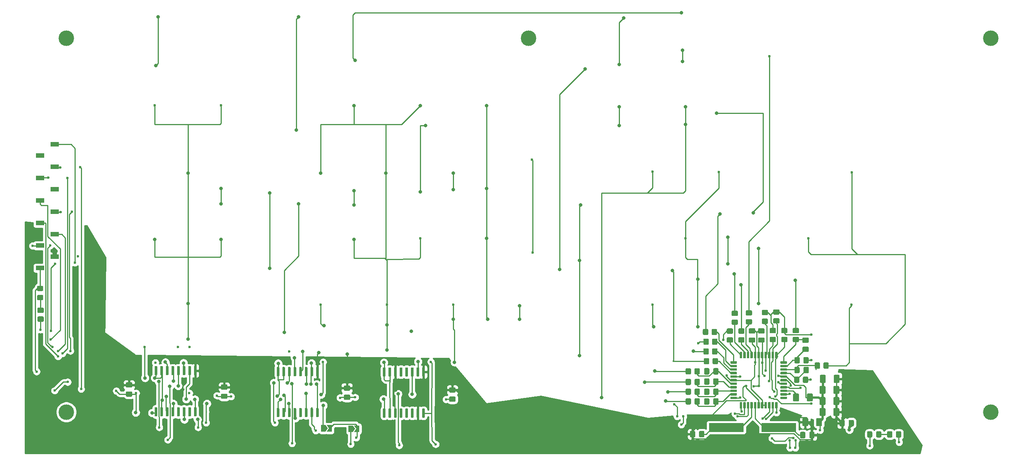
<source format=gbr>
G04 #@! TF.GenerationSoftware,KiCad,Pcbnew,5.1.5+dfsg1-2build2*
G04 #@! TF.CreationDate,2024-07-02T19:45:50+01:00*
G04 #@! TF.ProjectId,qt_touch1,71745f74-6f75-4636-9831-2e6b69636164,rev?*
G04 #@! TF.SameCoordinates,Original*
G04 #@! TF.FileFunction,Copper,L2,Bot*
G04 #@! TF.FilePolarity,Positive*
%FSLAX46Y46*%
G04 Gerber Fmt 4.6, Leading zero omitted, Abs format (unit mm)*
G04 Created by KiCad (PCBNEW 5.1.5+dfsg1-2build2) date 2024-07-02 19:45:50*
%MOMM*%
%LPD*%
G04 APERTURE LIST*
%ADD10C,0.100000*%
%ADD11R,1.900000X1.000000*%
%ADD12R,7.875000X2.000000*%
%ADD13C,3.500000*%
%ADD14C,0.600000*%
%ADD15C,0.800000*%
%ADD16C,0.250000*%
%ADD17C,0.500000*%
%ADD18C,1.000000*%
%ADD19C,0.254000*%
G04 APERTURE END LIST*
G04 #@! TA.AperFunction,SMDPad,CuDef*
D10*
G36*
X213462005Y-126801204D02*
G01*
X213486273Y-126804804D01*
X213510072Y-126810765D01*
X213533171Y-126819030D01*
X213555350Y-126829520D01*
X213576393Y-126842132D01*
X213596099Y-126856747D01*
X213614277Y-126873223D01*
X213630753Y-126891401D01*
X213645368Y-126911107D01*
X213657980Y-126932150D01*
X213668470Y-126954329D01*
X213676735Y-126977428D01*
X213682696Y-127001227D01*
X213686296Y-127025495D01*
X213687500Y-127049999D01*
X213687500Y-128350001D01*
X213686296Y-128374505D01*
X213682696Y-128398773D01*
X213676735Y-128422572D01*
X213668470Y-128445671D01*
X213657980Y-128467850D01*
X213645368Y-128488893D01*
X213630753Y-128508599D01*
X213614277Y-128526777D01*
X213596099Y-128543253D01*
X213576393Y-128557868D01*
X213555350Y-128570480D01*
X213533171Y-128580970D01*
X213510072Y-128589235D01*
X213486273Y-128595196D01*
X213462005Y-128598796D01*
X213437501Y-128600000D01*
X212612499Y-128600000D01*
X212587995Y-128598796D01*
X212563727Y-128595196D01*
X212539928Y-128589235D01*
X212516829Y-128580970D01*
X212494650Y-128570480D01*
X212473607Y-128557868D01*
X212453901Y-128543253D01*
X212435723Y-128526777D01*
X212419247Y-128508599D01*
X212404632Y-128488893D01*
X212392020Y-128467850D01*
X212381530Y-128445671D01*
X212373265Y-128422572D01*
X212367304Y-128398773D01*
X212363704Y-128374505D01*
X212362500Y-128350001D01*
X212362500Y-127049999D01*
X212363704Y-127025495D01*
X212367304Y-127001227D01*
X212373265Y-126977428D01*
X212381530Y-126954329D01*
X212392020Y-126932150D01*
X212404632Y-126911107D01*
X212419247Y-126891401D01*
X212435723Y-126873223D01*
X212453901Y-126856747D01*
X212473607Y-126842132D01*
X212494650Y-126829520D01*
X212516829Y-126819030D01*
X212539928Y-126810765D01*
X212563727Y-126804804D01*
X212587995Y-126801204D01*
X212612499Y-126800000D01*
X213437501Y-126800000D01*
X213462005Y-126801204D01*
G37*
G04 #@! TD.AperFunction*
G04 #@! TA.AperFunction,SMDPad,CuDef*
G36*
X210337005Y-126801204D02*
G01*
X210361273Y-126804804D01*
X210385072Y-126810765D01*
X210408171Y-126819030D01*
X210430350Y-126829520D01*
X210451393Y-126842132D01*
X210471099Y-126856747D01*
X210489277Y-126873223D01*
X210505753Y-126891401D01*
X210520368Y-126911107D01*
X210532980Y-126932150D01*
X210543470Y-126954329D01*
X210551735Y-126977428D01*
X210557696Y-127001227D01*
X210561296Y-127025495D01*
X210562500Y-127049999D01*
X210562500Y-128350001D01*
X210561296Y-128374505D01*
X210557696Y-128398773D01*
X210551735Y-128422572D01*
X210543470Y-128445671D01*
X210532980Y-128467850D01*
X210520368Y-128488893D01*
X210505753Y-128508599D01*
X210489277Y-128526777D01*
X210471099Y-128543253D01*
X210451393Y-128557868D01*
X210430350Y-128570480D01*
X210408171Y-128580970D01*
X210385072Y-128589235D01*
X210361273Y-128595196D01*
X210337005Y-128598796D01*
X210312501Y-128600000D01*
X209487499Y-128600000D01*
X209462995Y-128598796D01*
X209438727Y-128595196D01*
X209414928Y-128589235D01*
X209391829Y-128580970D01*
X209369650Y-128570480D01*
X209348607Y-128557868D01*
X209328901Y-128543253D01*
X209310723Y-128526777D01*
X209294247Y-128508599D01*
X209279632Y-128488893D01*
X209267020Y-128467850D01*
X209256530Y-128445671D01*
X209248265Y-128422572D01*
X209242304Y-128398773D01*
X209238704Y-128374505D01*
X209237500Y-128350001D01*
X209237500Y-127049999D01*
X209238704Y-127025495D01*
X209242304Y-127001227D01*
X209248265Y-126977428D01*
X209256530Y-126954329D01*
X209267020Y-126932150D01*
X209279632Y-126911107D01*
X209294247Y-126891401D01*
X209310723Y-126873223D01*
X209328901Y-126856747D01*
X209348607Y-126842132D01*
X209369650Y-126829520D01*
X209391829Y-126819030D01*
X209414928Y-126810765D01*
X209438727Y-126804804D01*
X209462995Y-126801204D01*
X209487499Y-126800000D01*
X210312501Y-126800000D01*
X210337005Y-126801204D01*
G37*
G04 #@! TD.AperFunction*
G04 #@! TA.AperFunction,SMDPad,CuDef*
G36*
X213399505Y-131801204D02*
G01*
X213423773Y-131804804D01*
X213447572Y-131810765D01*
X213470671Y-131819030D01*
X213492850Y-131829520D01*
X213513893Y-131842132D01*
X213533599Y-131856747D01*
X213551777Y-131873223D01*
X213568253Y-131891401D01*
X213582868Y-131911107D01*
X213595480Y-131932150D01*
X213605970Y-131954329D01*
X213614235Y-131977428D01*
X213620196Y-132001227D01*
X213623796Y-132025495D01*
X213625000Y-132049999D01*
X213625000Y-133350001D01*
X213623796Y-133374505D01*
X213620196Y-133398773D01*
X213614235Y-133422572D01*
X213605970Y-133445671D01*
X213595480Y-133467850D01*
X213582868Y-133488893D01*
X213568253Y-133508599D01*
X213551777Y-133526777D01*
X213533599Y-133543253D01*
X213513893Y-133557868D01*
X213492850Y-133570480D01*
X213470671Y-133580970D01*
X213447572Y-133589235D01*
X213423773Y-133595196D01*
X213399505Y-133598796D01*
X213375001Y-133600000D01*
X212549999Y-133600000D01*
X212525495Y-133598796D01*
X212501227Y-133595196D01*
X212477428Y-133589235D01*
X212454329Y-133580970D01*
X212432150Y-133570480D01*
X212411107Y-133557868D01*
X212391401Y-133543253D01*
X212373223Y-133526777D01*
X212356747Y-133508599D01*
X212342132Y-133488893D01*
X212329520Y-133467850D01*
X212319030Y-133445671D01*
X212310765Y-133422572D01*
X212304804Y-133398773D01*
X212301204Y-133374505D01*
X212300000Y-133350001D01*
X212300000Y-132049999D01*
X212301204Y-132025495D01*
X212304804Y-132001227D01*
X212310765Y-131977428D01*
X212319030Y-131954329D01*
X212329520Y-131932150D01*
X212342132Y-131911107D01*
X212356747Y-131891401D01*
X212373223Y-131873223D01*
X212391401Y-131856747D01*
X212411107Y-131842132D01*
X212432150Y-131829520D01*
X212454329Y-131819030D01*
X212477428Y-131810765D01*
X212501227Y-131804804D01*
X212525495Y-131801204D01*
X212549999Y-131800000D01*
X213375001Y-131800000D01*
X213399505Y-131801204D01*
G37*
G04 #@! TD.AperFunction*
G04 #@! TA.AperFunction,SMDPad,CuDef*
G36*
X210274505Y-131801204D02*
G01*
X210298773Y-131804804D01*
X210322572Y-131810765D01*
X210345671Y-131819030D01*
X210367850Y-131829520D01*
X210388893Y-131842132D01*
X210408599Y-131856747D01*
X210426777Y-131873223D01*
X210443253Y-131891401D01*
X210457868Y-131911107D01*
X210470480Y-131932150D01*
X210480970Y-131954329D01*
X210489235Y-131977428D01*
X210495196Y-132001227D01*
X210498796Y-132025495D01*
X210500000Y-132049999D01*
X210500000Y-133350001D01*
X210498796Y-133374505D01*
X210495196Y-133398773D01*
X210489235Y-133422572D01*
X210480970Y-133445671D01*
X210470480Y-133467850D01*
X210457868Y-133488893D01*
X210443253Y-133508599D01*
X210426777Y-133526777D01*
X210408599Y-133543253D01*
X210388893Y-133557868D01*
X210367850Y-133570480D01*
X210345671Y-133580970D01*
X210322572Y-133589235D01*
X210298773Y-133595196D01*
X210274505Y-133598796D01*
X210250001Y-133600000D01*
X209424999Y-133600000D01*
X209400495Y-133598796D01*
X209376227Y-133595196D01*
X209352428Y-133589235D01*
X209329329Y-133580970D01*
X209307150Y-133570480D01*
X209286107Y-133557868D01*
X209266401Y-133543253D01*
X209248223Y-133526777D01*
X209231747Y-133508599D01*
X209217132Y-133488893D01*
X209204520Y-133467850D01*
X209194030Y-133445671D01*
X209185765Y-133422572D01*
X209179804Y-133398773D01*
X209176204Y-133374505D01*
X209175000Y-133350001D01*
X209175000Y-132049999D01*
X209176204Y-132025495D01*
X209179804Y-132001227D01*
X209185765Y-131977428D01*
X209194030Y-131954329D01*
X209204520Y-131932150D01*
X209217132Y-131911107D01*
X209231747Y-131891401D01*
X209248223Y-131873223D01*
X209266401Y-131856747D01*
X209286107Y-131842132D01*
X209307150Y-131829520D01*
X209329329Y-131819030D01*
X209352428Y-131810765D01*
X209376227Y-131804804D01*
X209400495Y-131801204D01*
X209424999Y-131800000D01*
X210250001Y-131800000D01*
X210274505Y-131801204D01*
G37*
G04 #@! TD.AperFunction*
G04 #@! TA.AperFunction,SMDPad,CuDef*
G36*
X213399505Y-134301204D02*
G01*
X213423773Y-134304804D01*
X213447572Y-134310765D01*
X213470671Y-134319030D01*
X213492850Y-134329520D01*
X213513893Y-134342132D01*
X213533599Y-134356747D01*
X213551777Y-134373223D01*
X213568253Y-134391401D01*
X213582868Y-134411107D01*
X213595480Y-134432150D01*
X213605970Y-134454329D01*
X213614235Y-134477428D01*
X213620196Y-134501227D01*
X213623796Y-134525495D01*
X213625000Y-134549999D01*
X213625000Y-135850001D01*
X213623796Y-135874505D01*
X213620196Y-135898773D01*
X213614235Y-135922572D01*
X213605970Y-135945671D01*
X213595480Y-135967850D01*
X213582868Y-135988893D01*
X213568253Y-136008599D01*
X213551777Y-136026777D01*
X213533599Y-136043253D01*
X213513893Y-136057868D01*
X213492850Y-136070480D01*
X213470671Y-136080970D01*
X213447572Y-136089235D01*
X213423773Y-136095196D01*
X213399505Y-136098796D01*
X213375001Y-136100000D01*
X212549999Y-136100000D01*
X212525495Y-136098796D01*
X212501227Y-136095196D01*
X212477428Y-136089235D01*
X212454329Y-136080970D01*
X212432150Y-136070480D01*
X212411107Y-136057868D01*
X212391401Y-136043253D01*
X212373223Y-136026777D01*
X212356747Y-136008599D01*
X212342132Y-135988893D01*
X212329520Y-135967850D01*
X212319030Y-135945671D01*
X212310765Y-135922572D01*
X212304804Y-135898773D01*
X212301204Y-135874505D01*
X212300000Y-135850001D01*
X212300000Y-134549999D01*
X212301204Y-134525495D01*
X212304804Y-134501227D01*
X212310765Y-134477428D01*
X212319030Y-134454329D01*
X212329520Y-134432150D01*
X212342132Y-134411107D01*
X212356747Y-134391401D01*
X212373223Y-134373223D01*
X212391401Y-134356747D01*
X212411107Y-134342132D01*
X212432150Y-134329520D01*
X212454329Y-134319030D01*
X212477428Y-134310765D01*
X212501227Y-134304804D01*
X212525495Y-134301204D01*
X212549999Y-134300000D01*
X213375001Y-134300000D01*
X213399505Y-134301204D01*
G37*
G04 #@! TD.AperFunction*
G04 #@! TA.AperFunction,SMDPad,CuDef*
G36*
X210274505Y-134301204D02*
G01*
X210298773Y-134304804D01*
X210322572Y-134310765D01*
X210345671Y-134319030D01*
X210367850Y-134329520D01*
X210388893Y-134342132D01*
X210408599Y-134356747D01*
X210426777Y-134373223D01*
X210443253Y-134391401D01*
X210457868Y-134411107D01*
X210470480Y-134432150D01*
X210480970Y-134454329D01*
X210489235Y-134477428D01*
X210495196Y-134501227D01*
X210498796Y-134525495D01*
X210500000Y-134549999D01*
X210500000Y-135850001D01*
X210498796Y-135874505D01*
X210495196Y-135898773D01*
X210489235Y-135922572D01*
X210480970Y-135945671D01*
X210470480Y-135967850D01*
X210457868Y-135988893D01*
X210443253Y-136008599D01*
X210426777Y-136026777D01*
X210408599Y-136043253D01*
X210388893Y-136057868D01*
X210367850Y-136070480D01*
X210345671Y-136080970D01*
X210322572Y-136089235D01*
X210298773Y-136095196D01*
X210274505Y-136098796D01*
X210250001Y-136100000D01*
X209424999Y-136100000D01*
X209400495Y-136098796D01*
X209376227Y-136095196D01*
X209352428Y-136089235D01*
X209329329Y-136080970D01*
X209307150Y-136070480D01*
X209286107Y-136057868D01*
X209266401Y-136043253D01*
X209248223Y-136026777D01*
X209231747Y-136008599D01*
X209217132Y-135988893D01*
X209204520Y-135967850D01*
X209194030Y-135945671D01*
X209185765Y-135922572D01*
X209179804Y-135898773D01*
X209176204Y-135874505D01*
X209175000Y-135850001D01*
X209175000Y-134549999D01*
X209176204Y-134525495D01*
X209179804Y-134501227D01*
X209185765Y-134477428D01*
X209194030Y-134454329D01*
X209204520Y-134432150D01*
X209217132Y-134411107D01*
X209231747Y-134391401D01*
X209248223Y-134373223D01*
X209266401Y-134356747D01*
X209286107Y-134342132D01*
X209307150Y-134329520D01*
X209329329Y-134319030D01*
X209352428Y-134310765D01*
X209376227Y-134304804D01*
X209400495Y-134301204D01*
X209424999Y-134300000D01*
X210250001Y-134300000D01*
X210274505Y-134301204D01*
G37*
G04 #@! TD.AperFunction*
G04 #@! TA.AperFunction,SMDPad,CuDef*
G36*
X213399505Y-129301204D02*
G01*
X213423773Y-129304804D01*
X213447572Y-129310765D01*
X213470671Y-129319030D01*
X213492850Y-129329520D01*
X213513893Y-129342132D01*
X213533599Y-129356747D01*
X213551777Y-129373223D01*
X213568253Y-129391401D01*
X213582868Y-129411107D01*
X213595480Y-129432150D01*
X213605970Y-129454329D01*
X213614235Y-129477428D01*
X213620196Y-129501227D01*
X213623796Y-129525495D01*
X213625000Y-129549999D01*
X213625000Y-130850001D01*
X213623796Y-130874505D01*
X213620196Y-130898773D01*
X213614235Y-130922572D01*
X213605970Y-130945671D01*
X213595480Y-130967850D01*
X213582868Y-130988893D01*
X213568253Y-131008599D01*
X213551777Y-131026777D01*
X213533599Y-131043253D01*
X213513893Y-131057868D01*
X213492850Y-131070480D01*
X213470671Y-131080970D01*
X213447572Y-131089235D01*
X213423773Y-131095196D01*
X213399505Y-131098796D01*
X213375001Y-131100000D01*
X212549999Y-131100000D01*
X212525495Y-131098796D01*
X212501227Y-131095196D01*
X212477428Y-131089235D01*
X212454329Y-131080970D01*
X212432150Y-131070480D01*
X212411107Y-131057868D01*
X212391401Y-131043253D01*
X212373223Y-131026777D01*
X212356747Y-131008599D01*
X212342132Y-130988893D01*
X212329520Y-130967850D01*
X212319030Y-130945671D01*
X212310765Y-130922572D01*
X212304804Y-130898773D01*
X212301204Y-130874505D01*
X212300000Y-130850001D01*
X212300000Y-129549999D01*
X212301204Y-129525495D01*
X212304804Y-129501227D01*
X212310765Y-129477428D01*
X212319030Y-129454329D01*
X212329520Y-129432150D01*
X212342132Y-129411107D01*
X212356747Y-129391401D01*
X212373223Y-129373223D01*
X212391401Y-129356747D01*
X212411107Y-129342132D01*
X212432150Y-129329520D01*
X212454329Y-129319030D01*
X212477428Y-129310765D01*
X212501227Y-129304804D01*
X212525495Y-129301204D01*
X212549999Y-129300000D01*
X213375001Y-129300000D01*
X213399505Y-129301204D01*
G37*
G04 #@! TD.AperFunction*
G04 #@! TA.AperFunction,SMDPad,CuDef*
G36*
X210274505Y-129301204D02*
G01*
X210298773Y-129304804D01*
X210322572Y-129310765D01*
X210345671Y-129319030D01*
X210367850Y-129329520D01*
X210388893Y-129342132D01*
X210408599Y-129356747D01*
X210426777Y-129373223D01*
X210443253Y-129391401D01*
X210457868Y-129411107D01*
X210470480Y-129432150D01*
X210480970Y-129454329D01*
X210489235Y-129477428D01*
X210495196Y-129501227D01*
X210498796Y-129525495D01*
X210500000Y-129549999D01*
X210500000Y-130850001D01*
X210498796Y-130874505D01*
X210495196Y-130898773D01*
X210489235Y-130922572D01*
X210480970Y-130945671D01*
X210470480Y-130967850D01*
X210457868Y-130988893D01*
X210443253Y-131008599D01*
X210426777Y-131026777D01*
X210408599Y-131043253D01*
X210388893Y-131057868D01*
X210367850Y-131070480D01*
X210345671Y-131080970D01*
X210322572Y-131089235D01*
X210298773Y-131095196D01*
X210274505Y-131098796D01*
X210250001Y-131100000D01*
X209424999Y-131100000D01*
X209400495Y-131098796D01*
X209376227Y-131095196D01*
X209352428Y-131089235D01*
X209329329Y-131080970D01*
X209307150Y-131070480D01*
X209286107Y-131057868D01*
X209266401Y-131043253D01*
X209248223Y-131026777D01*
X209231747Y-131008599D01*
X209217132Y-130988893D01*
X209204520Y-130967850D01*
X209194030Y-130945671D01*
X209185765Y-130922572D01*
X209179804Y-130898773D01*
X209176204Y-130874505D01*
X209175000Y-130850001D01*
X209175000Y-129549999D01*
X209176204Y-129525495D01*
X209179804Y-129501227D01*
X209185765Y-129477428D01*
X209194030Y-129454329D01*
X209204520Y-129432150D01*
X209217132Y-129411107D01*
X209231747Y-129391401D01*
X209248223Y-129373223D01*
X209266401Y-129356747D01*
X209286107Y-129342132D01*
X209307150Y-129329520D01*
X209329329Y-129319030D01*
X209352428Y-129310765D01*
X209376227Y-129304804D01*
X209400495Y-129301204D01*
X209424999Y-129300000D01*
X210250001Y-129300000D01*
X210274505Y-129301204D01*
G37*
G04 #@! TD.AperFunction*
G04 #@! TA.AperFunction,SMDPad,CuDef*
G36*
X206374505Y-136601204D02*
G01*
X206398773Y-136604804D01*
X206422572Y-136610765D01*
X206445671Y-136619030D01*
X206467850Y-136629520D01*
X206488893Y-136642132D01*
X206508599Y-136656747D01*
X206526777Y-136673223D01*
X206543253Y-136691401D01*
X206557868Y-136711107D01*
X206570480Y-136732150D01*
X206580970Y-136754329D01*
X206589235Y-136777428D01*
X206595196Y-136801227D01*
X206598796Y-136825495D01*
X206600000Y-136849999D01*
X206600000Y-138150001D01*
X206598796Y-138174505D01*
X206595196Y-138198773D01*
X206589235Y-138222572D01*
X206580970Y-138245671D01*
X206570480Y-138267850D01*
X206557868Y-138288893D01*
X206543253Y-138308599D01*
X206526777Y-138326777D01*
X206508599Y-138343253D01*
X206488893Y-138357868D01*
X206467850Y-138370480D01*
X206445671Y-138380970D01*
X206422572Y-138389235D01*
X206398773Y-138395196D01*
X206374505Y-138398796D01*
X206350001Y-138400000D01*
X205524999Y-138400000D01*
X205500495Y-138398796D01*
X205476227Y-138395196D01*
X205452428Y-138389235D01*
X205429329Y-138380970D01*
X205407150Y-138370480D01*
X205386107Y-138357868D01*
X205366401Y-138343253D01*
X205348223Y-138326777D01*
X205331747Y-138308599D01*
X205317132Y-138288893D01*
X205304520Y-138267850D01*
X205294030Y-138245671D01*
X205285765Y-138222572D01*
X205279804Y-138198773D01*
X205276204Y-138174505D01*
X205275000Y-138150001D01*
X205275000Y-136849999D01*
X205276204Y-136825495D01*
X205279804Y-136801227D01*
X205285765Y-136777428D01*
X205294030Y-136754329D01*
X205304520Y-136732150D01*
X205317132Y-136711107D01*
X205331747Y-136691401D01*
X205348223Y-136673223D01*
X205366401Y-136656747D01*
X205386107Y-136642132D01*
X205407150Y-136629520D01*
X205429329Y-136619030D01*
X205452428Y-136610765D01*
X205476227Y-136604804D01*
X205500495Y-136601204D01*
X205524999Y-136600000D01*
X206350001Y-136600000D01*
X206374505Y-136601204D01*
G37*
G04 #@! TD.AperFunction*
G04 #@! TA.AperFunction,SMDPad,CuDef*
G36*
X209499505Y-136601204D02*
G01*
X209523773Y-136604804D01*
X209547572Y-136610765D01*
X209570671Y-136619030D01*
X209592850Y-136629520D01*
X209613893Y-136642132D01*
X209633599Y-136656747D01*
X209651777Y-136673223D01*
X209668253Y-136691401D01*
X209682868Y-136711107D01*
X209695480Y-136732150D01*
X209705970Y-136754329D01*
X209714235Y-136777428D01*
X209720196Y-136801227D01*
X209723796Y-136825495D01*
X209725000Y-136849999D01*
X209725000Y-138150001D01*
X209723796Y-138174505D01*
X209720196Y-138198773D01*
X209714235Y-138222572D01*
X209705970Y-138245671D01*
X209695480Y-138267850D01*
X209682868Y-138288893D01*
X209668253Y-138308599D01*
X209651777Y-138326777D01*
X209633599Y-138343253D01*
X209613893Y-138357868D01*
X209592850Y-138370480D01*
X209570671Y-138380970D01*
X209547572Y-138389235D01*
X209523773Y-138395196D01*
X209499505Y-138398796D01*
X209475001Y-138400000D01*
X208649999Y-138400000D01*
X208625495Y-138398796D01*
X208601227Y-138395196D01*
X208577428Y-138389235D01*
X208554329Y-138380970D01*
X208532150Y-138370480D01*
X208511107Y-138357868D01*
X208491401Y-138343253D01*
X208473223Y-138326777D01*
X208456747Y-138308599D01*
X208442132Y-138288893D01*
X208429520Y-138267850D01*
X208419030Y-138245671D01*
X208410765Y-138222572D01*
X208404804Y-138198773D01*
X208401204Y-138174505D01*
X208400000Y-138150001D01*
X208400000Y-136849999D01*
X208401204Y-136825495D01*
X208404804Y-136801227D01*
X208410765Y-136777428D01*
X208419030Y-136754329D01*
X208429520Y-136732150D01*
X208442132Y-136711107D01*
X208456747Y-136691401D01*
X208473223Y-136673223D01*
X208491401Y-136656747D01*
X208511107Y-136642132D01*
X208532150Y-136629520D01*
X208554329Y-136619030D01*
X208577428Y-136610765D01*
X208601227Y-136604804D01*
X208625495Y-136601204D01*
X208649999Y-136600000D01*
X209475001Y-136600000D01*
X209499505Y-136601204D01*
G37*
G04 #@! TD.AperFunction*
G04 #@! TA.AperFunction,SMDPad,CuDef*
G36*
X204274505Y-131001204D02*
G01*
X204298773Y-131004804D01*
X204322572Y-131010765D01*
X204345671Y-131019030D01*
X204367850Y-131029520D01*
X204388893Y-131042132D01*
X204408599Y-131056747D01*
X204426777Y-131073223D01*
X204443253Y-131091401D01*
X204457868Y-131111107D01*
X204470480Y-131132150D01*
X204480970Y-131154329D01*
X204489235Y-131177428D01*
X204495196Y-131201227D01*
X204498796Y-131225495D01*
X204500000Y-131249999D01*
X204500000Y-132550001D01*
X204498796Y-132574505D01*
X204495196Y-132598773D01*
X204489235Y-132622572D01*
X204480970Y-132645671D01*
X204470480Y-132667850D01*
X204457868Y-132688893D01*
X204443253Y-132708599D01*
X204426777Y-132726777D01*
X204408599Y-132743253D01*
X204388893Y-132757868D01*
X204367850Y-132770480D01*
X204345671Y-132780970D01*
X204322572Y-132789235D01*
X204298773Y-132795196D01*
X204274505Y-132798796D01*
X204250001Y-132800000D01*
X203424999Y-132800000D01*
X203400495Y-132798796D01*
X203376227Y-132795196D01*
X203352428Y-132789235D01*
X203329329Y-132780970D01*
X203307150Y-132770480D01*
X203286107Y-132757868D01*
X203266401Y-132743253D01*
X203248223Y-132726777D01*
X203231747Y-132708599D01*
X203217132Y-132688893D01*
X203204520Y-132667850D01*
X203194030Y-132645671D01*
X203185765Y-132622572D01*
X203179804Y-132598773D01*
X203176204Y-132574505D01*
X203175000Y-132550001D01*
X203175000Y-131249999D01*
X203176204Y-131225495D01*
X203179804Y-131201227D01*
X203185765Y-131177428D01*
X203194030Y-131154329D01*
X203204520Y-131132150D01*
X203217132Y-131111107D01*
X203231747Y-131091401D01*
X203248223Y-131073223D01*
X203266401Y-131056747D01*
X203286107Y-131042132D01*
X203307150Y-131029520D01*
X203329329Y-131019030D01*
X203352428Y-131010765D01*
X203376227Y-131004804D01*
X203400495Y-131001204D01*
X203424999Y-131000000D01*
X204250001Y-131000000D01*
X204274505Y-131001204D01*
G37*
G04 #@! TD.AperFunction*
G04 #@! TA.AperFunction,SMDPad,CuDef*
G36*
X207399505Y-131001204D02*
G01*
X207423773Y-131004804D01*
X207447572Y-131010765D01*
X207470671Y-131019030D01*
X207492850Y-131029520D01*
X207513893Y-131042132D01*
X207533599Y-131056747D01*
X207551777Y-131073223D01*
X207568253Y-131091401D01*
X207582868Y-131111107D01*
X207595480Y-131132150D01*
X207605970Y-131154329D01*
X207614235Y-131177428D01*
X207620196Y-131201227D01*
X207623796Y-131225495D01*
X207625000Y-131249999D01*
X207625000Y-132550001D01*
X207623796Y-132574505D01*
X207620196Y-132598773D01*
X207614235Y-132622572D01*
X207605970Y-132645671D01*
X207595480Y-132667850D01*
X207582868Y-132688893D01*
X207568253Y-132708599D01*
X207551777Y-132726777D01*
X207533599Y-132743253D01*
X207513893Y-132757868D01*
X207492850Y-132770480D01*
X207470671Y-132780970D01*
X207447572Y-132789235D01*
X207423773Y-132795196D01*
X207399505Y-132798796D01*
X207375001Y-132800000D01*
X206549999Y-132800000D01*
X206525495Y-132798796D01*
X206501227Y-132795196D01*
X206477428Y-132789235D01*
X206454329Y-132780970D01*
X206432150Y-132770480D01*
X206411107Y-132757868D01*
X206391401Y-132743253D01*
X206373223Y-132726777D01*
X206356747Y-132708599D01*
X206342132Y-132688893D01*
X206329520Y-132667850D01*
X206319030Y-132645671D01*
X206310765Y-132622572D01*
X206304804Y-132598773D01*
X206301204Y-132574505D01*
X206300000Y-132550001D01*
X206300000Y-131249999D01*
X206301204Y-131225495D01*
X206304804Y-131201227D01*
X206310765Y-131177428D01*
X206319030Y-131154329D01*
X206329520Y-131132150D01*
X206342132Y-131111107D01*
X206356747Y-131091401D01*
X206373223Y-131073223D01*
X206391401Y-131056747D01*
X206411107Y-131042132D01*
X206432150Y-131029520D01*
X206454329Y-131019030D01*
X206477428Y-131010765D01*
X206501227Y-131004804D01*
X206525495Y-131001204D01*
X206549999Y-131000000D01*
X207375001Y-131000000D01*
X207399505Y-131001204D01*
G37*
G04 #@! TD.AperFunction*
G04 #@! TA.AperFunction,SMDPad,CuDef*
G36*
X110919703Y-134425722D02*
G01*
X110934264Y-134427882D01*
X110948543Y-134431459D01*
X110962403Y-134436418D01*
X110975710Y-134442712D01*
X110988336Y-134450280D01*
X111000159Y-134459048D01*
X111011066Y-134468934D01*
X111020952Y-134479841D01*
X111029720Y-134491664D01*
X111037288Y-134504290D01*
X111043582Y-134517597D01*
X111048541Y-134531457D01*
X111052118Y-134545736D01*
X111054278Y-134560297D01*
X111055000Y-134575000D01*
X111055000Y-136325000D01*
X111054278Y-136339703D01*
X111052118Y-136354264D01*
X111048541Y-136368543D01*
X111043582Y-136382403D01*
X111037288Y-136395710D01*
X111029720Y-136408336D01*
X111020952Y-136420159D01*
X111011066Y-136431066D01*
X111000159Y-136440952D01*
X110988336Y-136449720D01*
X110975710Y-136457288D01*
X110962403Y-136463582D01*
X110948543Y-136468541D01*
X110934264Y-136472118D01*
X110919703Y-136474278D01*
X110905000Y-136475000D01*
X110605000Y-136475000D01*
X110590297Y-136474278D01*
X110575736Y-136472118D01*
X110561457Y-136468541D01*
X110547597Y-136463582D01*
X110534290Y-136457288D01*
X110521664Y-136449720D01*
X110509841Y-136440952D01*
X110498934Y-136431066D01*
X110489048Y-136420159D01*
X110480280Y-136408336D01*
X110472712Y-136395710D01*
X110466418Y-136382403D01*
X110461459Y-136368543D01*
X110457882Y-136354264D01*
X110455722Y-136339703D01*
X110455000Y-136325000D01*
X110455000Y-134575000D01*
X110455722Y-134560297D01*
X110457882Y-134545736D01*
X110461459Y-134531457D01*
X110466418Y-134517597D01*
X110472712Y-134504290D01*
X110480280Y-134491664D01*
X110489048Y-134479841D01*
X110498934Y-134468934D01*
X110509841Y-134459048D01*
X110521664Y-134450280D01*
X110534290Y-134442712D01*
X110547597Y-134436418D01*
X110561457Y-134431459D01*
X110575736Y-134427882D01*
X110590297Y-134425722D01*
X110605000Y-134425000D01*
X110905000Y-134425000D01*
X110919703Y-134425722D01*
G37*
G04 #@! TD.AperFunction*
G04 #@! TA.AperFunction,SMDPad,CuDef*
G36*
X112189703Y-134425722D02*
G01*
X112204264Y-134427882D01*
X112218543Y-134431459D01*
X112232403Y-134436418D01*
X112245710Y-134442712D01*
X112258336Y-134450280D01*
X112270159Y-134459048D01*
X112281066Y-134468934D01*
X112290952Y-134479841D01*
X112299720Y-134491664D01*
X112307288Y-134504290D01*
X112313582Y-134517597D01*
X112318541Y-134531457D01*
X112322118Y-134545736D01*
X112324278Y-134560297D01*
X112325000Y-134575000D01*
X112325000Y-136325000D01*
X112324278Y-136339703D01*
X112322118Y-136354264D01*
X112318541Y-136368543D01*
X112313582Y-136382403D01*
X112307288Y-136395710D01*
X112299720Y-136408336D01*
X112290952Y-136420159D01*
X112281066Y-136431066D01*
X112270159Y-136440952D01*
X112258336Y-136449720D01*
X112245710Y-136457288D01*
X112232403Y-136463582D01*
X112218543Y-136468541D01*
X112204264Y-136472118D01*
X112189703Y-136474278D01*
X112175000Y-136475000D01*
X111875000Y-136475000D01*
X111860297Y-136474278D01*
X111845736Y-136472118D01*
X111831457Y-136468541D01*
X111817597Y-136463582D01*
X111804290Y-136457288D01*
X111791664Y-136449720D01*
X111779841Y-136440952D01*
X111768934Y-136431066D01*
X111759048Y-136420159D01*
X111750280Y-136408336D01*
X111742712Y-136395710D01*
X111736418Y-136382403D01*
X111731459Y-136368543D01*
X111727882Y-136354264D01*
X111725722Y-136339703D01*
X111725000Y-136325000D01*
X111725000Y-134575000D01*
X111725722Y-134560297D01*
X111727882Y-134545736D01*
X111731459Y-134531457D01*
X111736418Y-134517597D01*
X111742712Y-134504290D01*
X111750280Y-134491664D01*
X111759048Y-134479841D01*
X111768934Y-134468934D01*
X111779841Y-134459048D01*
X111791664Y-134450280D01*
X111804290Y-134442712D01*
X111817597Y-134436418D01*
X111831457Y-134431459D01*
X111845736Y-134427882D01*
X111860297Y-134425722D01*
X111875000Y-134425000D01*
X112175000Y-134425000D01*
X112189703Y-134425722D01*
G37*
G04 #@! TD.AperFunction*
G04 #@! TA.AperFunction,SMDPad,CuDef*
G36*
X113459703Y-134425722D02*
G01*
X113474264Y-134427882D01*
X113488543Y-134431459D01*
X113502403Y-134436418D01*
X113515710Y-134442712D01*
X113528336Y-134450280D01*
X113540159Y-134459048D01*
X113551066Y-134468934D01*
X113560952Y-134479841D01*
X113569720Y-134491664D01*
X113577288Y-134504290D01*
X113583582Y-134517597D01*
X113588541Y-134531457D01*
X113592118Y-134545736D01*
X113594278Y-134560297D01*
X113595000Y-134575000D01*
X113595000Y-136325000D01*
X113594278Y-136339703D01*
X113592118Y-136354264D01*
X113588541Y-136368543D01*
X113583582Y-136382403D01*
X113577288Y-136395710D01*
X113569720Y-136408336D01*
X113560952Y-136420159D01*
X113551066Y-136431066D01*
X113540159Y-136440952D01*
X113528336Y-136449720D01*
X113515710Y-136457288D01*
X113502403Y-136463582D01*
X113488543Y-136468541D01*
X113474264Y-136472118D01*
X113459703Y-136474278D01*
X113445000Y-136475000D01*
X113145000Y-136475000D01*
X113130297Y-136474278D01*
X113115736Y-136472118D01*
X113101457Y-136468541D01*
X113087597Y-136463582D01*
X113074290Y-136457288D01*
X113061664Y-136449720D01*
X113049841Y-136440952D01*
X113038934Y-136431066D01*
X113029048Y-136420159D01*
X113020280Y-136408336D01*
X113012712Y-136395710D01*
X113006418Y-136382403D01*
X113001459Y-136368543D01*
X112997882Y-136354264D01*
X112995722Y-136339703D01*
X112995000Y-136325000D01*
X112995000Y-134575000D01*
X112995722Y-134560297D01*
X112997882Y-134545736D01*
X113001459Y-134531457D01*
X113006418Y-134517597D01*
X113012712Y-134504290D01*
X113020280Y-134491664D01*
X113029048Y-134479841D01*
X113038934Y-134468934D01*
X113049841Y-134459048D01*
X113061664Y-134450280D01*
X113074290Y-134442712D01*
X113087597Y-134436418D01*
X113101457Y-134431459D01*
X113115736Y-134427882D01*
X113130297Y-134425722D01*
X113145000Y-134425000D01*
X113445000Y-134425000D01*
X113459703Y-134425722D01*
G37*
G04 #@! TD.AperFunction*
G04 #@! TA.AperFunction,SMDPad,CuDef*
G36*
X114729703Y-134425722D02*
G01*
X114744264Y-134427882D01*
X114758543Y-134431459D01*
X114772403Y-134436418D01*
X114785710Y-134442712D01*
X114798336Y-134450280D01*
X114810159Y-134459048D01*
X114821066Y-134468934D01*
X114830952Y-134479841D01*
X114839720Y-134491664D01*
X114847288Y-134504290D01*
X114853582Y-134517597D01*
X114858541Y-134531457D01*
X114862118Y-134545736D01*
X114864278Y-134560297D01*
X114865000Y-134575000D01*
X114865000Y-136325000D01*
X114864278Y-136339703D01*
X114862118Y-136354264D01*
X114858541Y-136368543D01*
X114853582Y-136382403D01*
X114847288Y-136395710D01*
X114839720Y-136408336D01*
X114830952Y-136420159D01*
X114821066Y-136431066D01*
X114810159Y-136440952D01*
X114798336Y-136449720D01*
X114785710Y-136457288D01*
X114772403Y-136463582D01*
X114758543Y-136468541D01*
X114744264Y-136472118D01*
X114729703Y-136474278D01*
X114715000Y-136475000D01*
X114415000Y-136475000D01*
X114400297Y-136474278D01*
X114385736Y-136472118D01*
X114371457Y-136468541D01*
X114357597Y-136463582D01*
X114344290Y-136457288D01*
X114331664Y-136449720D01*
X114319841Y-136440952D01*
X114308934Y-136431066D01*
X114299048Y-136420159D01*
X114290280Y-136408336D01*
X114282712Y-136395710D01*
X114276418Y-136382403D01*
X114271459Y-136368543D01*
X114267882Y-136354264D01*
X114265722Y-136339703D01*
X114265000Y-136325000D01*
X114265000Y-134575000D01*
X114265722Y-134560297D01*
X114267882Y-134545736D01*
X114271459Y-134531457D01*
X114276418Y-134517597D01*
X114282712Y-134504290D01*
X114290280Y-134491664D01*
X114299048Y-134479841D01*
X114308934Y-134468934D01*
X114319841Y-134459048D01*
X114331664Y-134450280D01*
X114344290Y-134442712D01*
X114357597Y-134436418D01*
X114371457Y-134431459D01*
X114385736Y-134427882D01*
X114400297Y-134425722D01*
X114415000Y-134425000D01*
X114715000Y-134425000D01*
X114729703Y-134425722D01*
G37*
G04 #@! TD.AperFunction*
G04 #@! TA.AperFunction,SMDPad,CuDef*
G36*
X115999703Y-134425722D02*
G01*
X116014264Y-134427882D01*
X116028543Y-134431459D01*
X116042403Y-134436418D01*
X116055710Y-134442712D01*
X116068336Y-134450280D01*
X116080159Y-134459048D01*
X116091066Y-134468934D01*
X116100952Y-134479841D01*
X116109720Y-134491664D01*
X116117288Y-134504290D01*
X116123582Y-134517597D01*
X116128541Y-134531457D01*
X116132118Y-134545736D01*
X116134278Y-134560297D01*
X116135000Y-134575000D01*
X116135000Y-136325000D01*
X116134278Y-136339703D01*
X116132118Y-136354264D01*
X116128541Y-136368543D01*
X116123582Y-136382403D01*
X116117288Y-136395710D01*
X116109720Y-136408336D01*
X116100952Y-136420159D01*
X116091066Y-136431066D01*
X116080159Y-136440952D01*
X116068336Y-136449720D01*
X116055710Y-136457288D01*
X116042403Y-136463582D01*
X116028543Y-136468541D01*
X116014264Y-136472118D01*
X115999703Y-136474278D01*
X115985000Y-136475000D01*
X115685000Y-136475000D01*
X115670297Y-136474278D01*
X115655736Y-136472118D01*
X115641457Y-136468541D01*
X115627597Y-136463582D01*
X115614290Y-136457288D01*
X115601664Y-136449720D01*
X115589841Y-136440952D01*
X115578934Y-136431066D01*
X115569048Y-136420159D01*
X115560280Y-136408336D01*
X115552712Y-136395710D01*
X115546418Y-136382403D01*
X115541459Y-136368543D01*
X115537882Y-136354264D01*
X115535722Y-136339703D01*
X115535000Y-136325000D01*
X115535000Y-134575000D01*
X115535722Y-134560297D01*
X115537882Y-134545736D01*
X115541459Y-134531457D01*
X115546418Y-134517597D01*
X115552712Y-134504290D01*
X115560280Y-134491664D01*
X115569048Y-134479841D01*
X115578934Y-134468934D01*
X115589841Y-134459048D01*
X115601664Y-134450280D01*
X115614290Y-134442712D01*
X115627597Y-134436418D01*
X115641457Y-134431459D01*
X115655736Y-134427882D01*
X115670297Y-134425722D01*
X115685000Y-134425000D01*
X115985000Y-134425000D01*
X115999703Y-134425722D01*
G37*
G04 #@! TD.AperFunction*
G04 #@! TA.AperFunction,SMDPad,CuDef*
G36*
X117269703Y-134425722D02*
G01*
X117284264Y-134427882D01*
X117298543Y-134431459D01*
X117312403Y-134436418D01*
X117325710Y-134442712D01*
X117338336Y-134450280D01*
X117350159Y-134459048D01*
X117361066Y-134468934D01*
X117370952Y-134479841D01*
X117379720Y-134491664D01*
X117387288Y-134504290D01*
X117393582Y-134517597D01*
X117398541Y-134531457D01*
X117402118Y-134545736D01*
X117404278Y-134560297D01*
X117405000Y-134575000D01*
X117405000Y-136325000D01*
X117404278Y-136339703D01*
X117402118Y-136354264D01*
X117398541Y-136368543D01*
X117393582Y-136382403D01*
X117387288Y-136395710D01*
X117379720Y-136408336D01*
X117370952Y-136420159D01*
X117361066Y-136431066D01*
X117350159Y-136440952D01*
X117338336Y-136449720D01*
X117325710Y-136457288D01*
X117312403Y-136463582D01*
X117298543Y-136468541D01*
X117284264Y-136472118D01*
X117269703Y-136474278D01*
X117255000Y-136475000D01*
X116955000Y-136475000D01*
X116940297Y-136474278D01*
X116925736Y-136472118D01*
X116911457Y-136468541D01*
X116897597Y-136463582D01*
X116884290Y-136457288D01*
X116871664Y-136449720D01*
X116859841Y-136440952D01*
X116848934Y-136431066D01*
X116839048Y-136420159D01*
X116830280Y-136408336D01*
X116822712Y-136395710D01*
X116816418Y-136382403D01*
X116811459Y-136368543D01*
X116807882Y-136354264D01*
X116805722Y-136339703D01*
X116805000Y-136325000D01*
X116805000Y-134575000D01*
X116805722Y-134560297D01*
X116807882Y-134545736D01*
X116811459Y-134531457D01*
X116816418Y-134517597D01*
X116822712Y-134504290D01*
X116830280Y-134491664D01*
X116839048Y-134479841D01*
X116848934Y-134468934D01*
X116859841Y-134459048D01*
X116871664Y-134450280D01*
X116884290Y-134442712D01*
X116897597Y-134436418D01*
X116911457Y-134431459D01*
X116925736Y-134427882D01*
X116940297Y-134425722D01*
X116955000Y-134425000D01*
X117255000Y-134425000D01*
X117269703Y-134425722D01*
G37*
G04 #@! TD.AperFunction*
G04 #@! TA.AperFunction,SMDPad,CuDef*
G36*
X118539703Y-134425722D02*
G01*
X118554264Y-134427882D01*
X118568543Y-134431459D01*
X118582403Y-134436418D01*
X118595710Y-134442712D01*
X118608336Y-134450280D01*
X118620159Y-134459048D01*
X118631066Y-134468934D01*
X118640952Y-134479841D01*
X118649720Y-134491664D01*
X118657288Y-134504290D01*
X118663582Y-134517597D01*
X118668541Y-134531457D01*
X118672118Y-134545736D01*
X118674278Y-134560297D01*
X118675000Y-134575000D01*
X118675000Y-136325000D01*
X118674278Y-136339703D01*
X118672118Y-136354264D01*
X118668541Y-136368543D01*
X118663582Y-136382403D01*
X118657288Y-136395710D01*
X118649720Y-136408336D01*
X118640952Y-136420159D01*
X118631066Y-136431066D01*
X118620159Y-136440952D01*
X118608336Y-136449720D01*
X118595710Y-136457288D01*
X118582403Y-136463582D01*
X118568543Y-136468541D01*
X118554264Y-136472118D01*
X118539703Y-136474278D01*
X118525000Y-136475000D01*
X118225000Y-136475000D01*
X118210297Y-136474278D01*
X118195736Y-136472118D01*
X118181457Y-136468541D01*
X118167597Y-136463582D01*
X118154290Y-136457288D01*
X118141664Y-136449720D01*
X118129841Y-136440952D01*
X118118934Y-136431066D01*
X118109048Y-136420159D01*
X118100280Y-136408336D01*
X118092712Y-136395710D01*
X118086418Y-136382403D01*
X118081459Y-136368543D01*
X118077882Y-136354264D01*
X118075722Y-136339703D01*
X118075000Y-136325000D01*
X118075000Y-134575000D01*
X118075722Y-134560297D01*
X118077882Y-134545736D01*
X118081459Y-134531457D01*
X118086418Y-134517597D01*
X118092712Y-134504290D01*
X118100280Y-134491664D01*
X118109048Y-134479841D01*
X118118934Y-134468934D01*
X118129841Y-134459048D01*
X118141664Y-134450280D01*
X118154290Y-134442712D01*
X118167597Y-134436418D01*
X118181457Y-134431459D01*
X118195736Y-134427882D01*
X118210297Y-134425722D01*
X118225000Y-134425000D01*
X118525000Y-134425000D01*
X118539703Y-134425722D01*
G37*
G04 #@! TD.AperFunction*
G04 #@! TA.AperFunction,SMDPad,CuDef*
G36*
X119809703Y-134425722D02*
G01*
X119824264Y-134427882D01*
X119838543Y-134431459D01*
X119852403Y-134436418D01*
X119865710Y-134442712D01*
X119878336Y-134450280D01*
X119890159Y-134459048D01*
X119901066Y-134468934D01*
X119910952Y-134479841D01*
X119919720Y-134491664D01*
X119927288Y-134504290D01*
X119933582Y-134517597D01*
X119938541Y-134531457D01*
X119942118Y-134545736D01*
X119944278Y-134560297D01*
X119945000Y-134575000D01*
X119945000Y-136325000D01*
X119944278Y-136339703D01*
X119942118Y-136354264D01*
X119938541Y-136368543D01*
X119933582Y-136382403D01*
X119927288Y-136395710D01*
X119919720Y-136408336D01*
X119910952Y-136420159D01*
X119901066Y-136431066D01*
X119890159Y-136440952D01*
X119878336Y-136449720D01*
X119865710Y-136457288D01*
X119852403Y-136463582D01*
X119838543Y-136468541D01*
X119824264Y-136472118D01*
X119809703Y-136474278D01*
X119795000Y-136475000D01*
X119495000Y-136475000D01*
X119480297Y-136474278D01*
X119465736Y-136472118D01*
X119451457Y-136468541D01*
X119437597Y-136463582D01*
X119424290Y-136457288D01*
X119411664Y-136449720D01*
X119399841Y-136440952D01*
X119388934Y-136431066D01*
X119379048Y-136420159D01*
X119370280Y-136408336D01*
X119362712Y-136395710D01*
X119356418Y-136382403D01*
X119351459Y-136368543D01*
X119347882Y-136354264D01*
X119345722Y-136339703D01*
X119345000Y-136325000D01*
X119345000Y-134575000D01*
X119345722Y-134560297D01*
X119347882Y-134545736D01*
X119351459Y-134531457D01*
X119356418Y-134517597D01*
X119362712Y-134504290D01*
X119370280Y-134491664D01*
X119379048Y-134479841D01*
X119388934Y-134468934D01*
X119399841Y-134459048D01*
X119411664Y-134450280D01*
X119424290Y-134442712D01*
X119437597Y-134436418D01*
X119451457Y-134431459D01*
X119465736Y-134427882D01*
X119480297Y-134425722D01*
X119495000Y-134425000D01*
X119795000Y-134425000D01*
X119809703Y-134425722D01*
G37*
G04 #@! TD.AperFunction*
G04 #@! TA.AperFunction,SMDPad,CuDef*
G36*
X119809703Y-125125722D02*
G01*
X119824264Y-125127882D01*
X119838543Y-125131459D01*
X119852403Y-125136418D01*
X119865710Y-125142712D01*
X119878336Y-125150280D01*
X119890159Y-125159048D01*
X119901066Y-125168934D01*
X119910952Y-125179841D01*
X119919720Y-125191664D01*
X119927288Y-125204290D01*
X119933582Y-125217597D01*
X119938541Y-125231457D01*
X119942118Y-125245736D01*
X119944278Y-125260297D01*
X119945000Y-125275000D01*
X119945000Y-127025000D01*
X119944278Y-127039703D01*
X119942118Y-127054264D01*
X119938541Y-127068543D01*
X119933582Y-127082403D01*
X119927288Y-127095710D01*
X119919720Y-127108336D01*
X119910952Y-127120159D01*
X119901066Y-127131066D01*
X119890159Y-127140952D01*
X119878336Y-127149720D01*
X119865710Y-127157288D01*
X119852403Y-127163582D01*
X119838543Y-127168541D01*
X119824264Y-127172118D01*
X119809703Y-127174278D01*
X119795000Y-127175000D01*
X119495000Y-127175000D01*
X119480297Y-127174278D01*
X119465736Y-127172118D01*
X119451457Y-127168541D01*
X119437597Y-127163582D01*
X119424290Y-127157288D01*
X119411664Y-127149720D01*
X119399841Y-127140952D01*
X119388934Y-127131066D01*
X119379048Y-127120159D01*
X119370280Y-127108336D01*
X119362712Y-127095710D01*
X119356418Y-127082403D01*
X119351459Y-127068543D01*
X119347882Y-127054264D01*
X119345722Y-127039703D01*
X119345000Y-127025000D01*
X119345000Y-125275000D01*
X119345722Y-125260297D01*
X119347882Y-125245736D01*
X119351459Y-125231457D01*
X119356418Y-125217597D01*
X119362712Y-125204290D01*
X119370280Y-125191664D01*
X119379048Y-125179841D01*
X119388934Y-125168934D01*
X119399841Y-125159048D01*
X119411664Y-125150280D01*
X119424290Y-125142712D01*
X119437597Y-125136418D01*
X119451457Y-125131459D01*
X119465736Y-125127882D01*
X119480297Y-125125722D01*
X119495000Y-125125000D01*
X119795000Y-125125000D01*
X119809703Y-125125722D01*
G37*
G04 #@! TD.AperFunction*
G04 #@! TA.AperFunction,SMDPad,CuDef*
G36*
X118539703Y-125125722D02*
G01*
X118554264Y-125127882D01*
X118568543Y-125131459D01*
X118582403Y-125136418D01*
X118595710Y-125142712D01*
X118608336Y-125150280D01*
X118620159Y-125159048D01*
X118631066Y-125168934D01*
X118640952Y-125179841D01*
X118649720Y-125191664D01*
X118657288Y-125204290D01*
X118663582Y-125217597D01*
X118668541Y-125231457D01*
X118672118Y-125245736D01*
X118674278Y-125260297D01*
X118675000Y-125275000D01*
X118675000Y-127025000D01*
X118674278Y-127039703D01*
X118672118Y-127054264D01*
X118668541Y-127068543D01*
X118663582Y-127082403D01*
X118657288Y-127095710D01*
X118649720Y-127108336D01*
X118640952Y-127120159D01*
X118631066Y-127131066D01*
X118620159Y-127140952D01*
X118608336Y-127149720D01*
X118595710Y-127157288D01*
X118582403Y-127163582D01*
X118568543Y-127168541D01*
X118554264Y-127172118D01*
X118539703Y-127174278D01*
X118525000Y-127175000D01*
X118225000Y-127175000D01*
X118210297Y-127174278D01*
X118195736Y-127172118D01*
X118181457Y-127168541D01*
X118167597Y-127163582D01*
X118154290Y-127157288D01*
X118141664Y-127149720D01*
X118129841Y-127140952D01*
X118118934Y-127131066D01*
X118109048Y-127120159D01*
X118100280Y-127108336D01*
X118092712Y-127095710D01*
X118086418Y-127082403D01*
X118081459Y-127068543D01*
X118077882Y-127054264D01*
X118075722Y-127039703D01*
X118075000Y-127025000D01*
X118075000Y-125275000D01*
X118075722Y-125260297D01*
X118077882Y-125245736D01*
X118081459Y-125231457D01*
X118086418Y-125217597D01*
X118092712Y-125204290D01*
X118100280Y-125191664D01*
X118109048Y-125179841D01*
X118118934Y-125168934D01*
X118129841Y-125159048D01*
X118141664Y-125150280D01*
X118154290Y-125142712D01*
X118167597Y-125136418D01*
X118181457Y-125131459D01*
X118195736Y-125127882D01*
X118210297Y-125125722D01*
X118225000Y-125125000D01*
X118525000Y-125125000D01*
X118539703Y-125125722D01*
G37*
G04 #@! TD.AperFunction*
G04 #@! TA.AperFunction,SMDPad,CuDef*
G36*
X117269703Y-125125722D02*
G01*
X117284264Y-125127882D01*
X117298543Y-125131459D01*
X117312403Y-125136418D01*
X117325710Y-125142712D01*
X117338336Y-125150280D01*
X117350159Y-125159048D01*
X117361066Y-125168934D01*
X117370952Y-125179841D01*
X117379720Y-125191664D01*
X117387288Y-125204290D01*
X117393582Y-125217597D01*
X117398541Y-125231457D01*
X117402118Y-125245736D01*
X117404278Y-125260297D01*
X117405000Y-125275000D01*
X117405000Y-127025000D01*
X117404278Y-127039703D01*
X117402118Y-127054264D01*
X117398541Y-127068543D01*
X117393582Y-127082403D01*
X117387288Y-127095710D01*
X117379720Y-127108336D01*
X117370952Y-127120159D01*
X117361066Y-127131066D01*
X117350159Y-127140952D01*
X117338336Y-127149720D01*
X117325710Y-127157288D01*
X117312403Y-127163582D01*
X117298543Y-127168541D01*
X117284264Y-127172118D01*
X117269703Y-127174278D01*
X117255000Y-127175000D01*
X116955000Y-127175000D01*
X116940297Y-127174278D01*
X116925736Y-127172118D01*
X116911457Y-127168541D01*
X116897597Y-127163582D01*
X116884290Y-127157288D01*
X116871664Y-127149720D01*
X116859841Y-127140952D01*
X116848934Y-127131066D01*
X116839048Y-127120159D01*
X116830280Y-127108336D01*
X116822712Y-127095710D01*
X116816418Y-127082403D01*
X116811459Y-127068543D01*
X116807882Y-127054264D01*
X116805722Y-127039703D01*
X116805000Y-127025000D01*
X116805000Y-125275000D01*
X116805722Y-125260297D01*
X116807882Y-125245736D01*
X116811459Y-125231457D01*
X116816418Y-125217597D01*
X116822712Y-125204290D01*
X116830280Y-125191664D01*
X116839048Y-125179841D01*
X116848934Y-125168934D01*
X116859841Y-125159048D01*
X116871664Y-125150280D01*
X116884290Y-125142712D01*
X116897597Y-125136418D01*
X116911457Y-125131459D01*
X116925736Y-125127882D01*
X116940297Y-125125722D01*
X116955000Y-125125000D01*
X117255000Y-125125000D01*
X117269703Y-125125722D01*
G37*
G04 #@! TD.AperFunction*
G04 #@! TA.AperFunction,SMDPad,CuDef*
G36*
X115999703Y-125125722D02*
G01*
X116014264Y-125127882D01*
X116028543Y-125131459D01*
X116042403Y-125136418D01*
X116055710Y-125142712D01*
X116068336Y-125150280D01*
X116080159Y-125159048D01*
X116091066Y-125168934D01*
X116100952Y-125179841D01*
X116109720Y-125191664D01*
X116117288Y-125204290D01*
X116123582Y-125217597D01*
X116128541Y-125231457D01*
X116132118Y-125245736D01*
X116134278Y-125260297D01*
X116135000Y-125275000D01*
X116135000Y-127025000D01*
X116134278Y-127039703D01*
X116132118Y-127054264D01*
X116128541Y-127068543D01*
X116123582Y-127082403D01*
X116117288Y-127095710D01*
X116109720Y-127108336D01*
X116100952Y-127120159D01*
X116091066Y-127131066D01*
X116080159Y-127140952D01*
X116068336Y-127149720D01*
X116055710Y-127157288D01*
X116042403Y-127163582D01*
X116028543Y-127168541D01*
X116014264Y-127172118D01*
X115999703Y-127174278D01*
X115985000Y-127175000D01*
X115685000Y-127175000D01*
X115670297Y-127174278D01*
X115655736Y-127172118D01*
X115641457Y-127168541D01*
X115627597Y-127163582D01*
X115614290Y-127157288D01*
X115601664Y-127149720D01*
X115589841Y-127140952D01*
X115578934Y-127131066D01*
X115569048Y-127120159D01*
X115560280Y-127108336D01*
X115552712Y-127095710D01*
X115546418Y-127082403D01*
X115541459Y-127068543D01*
X115537882Y-127054264D01*
X115535722Y-127039703D01*
X115535000Y-127025000D01*
X115535000Y-125275000D01*
X115535722Y-125260297D01*
X115537882Y-125245736D01*
X115541459Y-125231457D01*
X115546418Y-125217597D01*
X115552712Y-125204290D01*
X115560280Y-125191664D01*
X115569048Y-125179841D01*
X115578934Y-125168934D01*
X115589841Y-125159048D01*
X115601664Y-125150280D01*
X115614290Y-125142712D01*
X115627597Y-125136418D01*
X115641457Y-125131459D01*
X115655736Y-125127882D01*
X115670297Y-125125722D01*
X115685000Y-125125000D01*
X115985000Y-125125000D01*
X115999703Y-125125722D01*
G37*
G04 #@! TD.AperFunction*
G04 #@! TA.AperFunction,SMDPad,CuDef*
G36*
X114729703Y-125125722D02*
G01*
X114744264Y-125127882D01*
X114758543Y-125131459D01*
X114772403Y-125136418D01*
X114785710Y-125142712D01*
X114798336Y-125150280D01*
X114810159Y-125159048D01*
X114821066Y-125168934D01*
X114830952Y-125179841D01*
X114839720Y-125191664D01*
X114847288Y-125204290D01*
X114853582Y-125217597D01*
X114858541Y-125231457D01*
X114862118Y-125245736D01*
X114864278Y-125260297D01*
X114865000Y-125275000D01*
X114865000Y-127025000D01*
X114864278Y-127039703D01*
X114862118Y-127054264D01*
X114858541Y-127068543D01*
X114853582Y-127082403D01*
X114847288Y-127095710D01*
X114839720Y-127108336D01*
X114830952Y-127120159D01*
X114821066Y-127131066D01*
X114810159Y-127140952D01*
X114798336Y-127149720D01*
X114785710Y-127157288D01*
X114772403Y-127163582D01*
X114758543Y-127168541D01*
X114744264Y-127172118D01*
X114729703Y-127174278D01*
X114715000Y-127175000D01*
X114415000Y-127175000D01*
X114400297Y-127174278D01*
X114385736Y-127172118D01*
X114371457Y-127168541D01*
X114357597Y-127163582D01*
X114344290Y-127157288D01*
X114331664Y-127149720D01*
X114319841Y-127140952D01*
X114308934Y-127131066D01*
X114299048Y-127120159D01*
X114290280Y-127108336D01*
X114282712Y-127095710D01*
X114276418Y-127082403D01*
X114271459Y-127068543D01*
X114267882Y-127054264D01*
X114265722Y-127039703D01*
X114265000Y-127025000D01*
X114265000Y-125275000D01*
X114265722Y-125260297D01*
X114267882Y-125245736D01*
X114271459Y-125231457D01*
X114276418Y-125217597D01*
X114282712Y-125204290D01*
X114290280Y-125191664D01*
X114299048Y-125179841D01*
X114308934Y-125168934D01*
X114319841Y-125159048D01*
X114331664Y-125150280D01*
X114344290Y-125142712D01*
X114357597Y-125136418D01*
X114371457Y-125131459D01*
X114385736Y-125127882D01*
X114400297Y-125125722D01*
X114415000Y-125125000D01*
X114715000Y-125125000D01*
X114729703Y-125125722D01*
G37*
G04 #@! TD.AperFunction*
G04 #@! TA.AperFunction,SMDPad,CuDef*
G36*
X113459703Y-125125722D02*
G01*
X113474264Y-125127882D01*
X113488543Y-125131459D01*
X113502403Y-125136418D01*
X113515710Y-125142712D01*
X113528336Y-125150280D01*
X113540159Y-125159048D01*
X113551066Y-125168934D01*
X113560952Y-125179841D01*
X113569720Y-125191664D01*
X113577288Y-125204290D01*
X113583582Y-125217597D01*
X113588541Y-125231457D01*
X113592118Y-125245736D01*
X113594278Y-125260297D01*
X113595000Y-125275000D01*
X113595000Y-127025000D01*
X113594278Y-127039703D01*
X113592118Y-127054264D01*
X113588541Y-127068543D01*
X113583582Y-127082403D01*
X113577288Y-127095710D01*
X113569720Y-127108336D01*
X113560952Y-127120159D01*
X113551066Y-127131066D01*
X113540159Y-127140952D01*
X113528336Y-127149720D01*
X113515710Y-127157288D01*
X113502403Y-127163582D01*
X113488543Y-127168541D01*
X113474264Y-127172118D01*
X113459703Y-127174278D01*
X113445000Y-127175000D01*
X113145000Y-127175000D01*
X113130297Y-127174278D01*
X113115736Y-127172118D01*
X113101457Y-127168541D01*
X113087597Y-127163582D01*
X113074290Y-127157288D01*
X113061664Y-127149720D01*
X113049841Y-127140952D01*
X113038934Y-127131066D01*
X113029048Y-127120159D01*
X113020280Y-127108336D01*
X113012712Y-127095710D01*
X113006418Y-127082403D01*
X113001459Y-127068543D01*
X112997882Y-127054264D01*
X112995722Y-127039703D01*
X112995000Y-127025000D01*
X112995000Y-125275000D01*
X112995722Y-125260297D01*
X112997882Y-125245736D01*
X113001459Y-125231457D01*
X113006418Y-125217597D01*
X113012712Y-125204290D01*
X113020280Y-125191664D01*
X113029048Y-125179841D01*
X113038934Y-125168934D01*
X113049841Y-125159048D01*
X113061664Y-125150280D01*
X113074290Y-125142712D01*
X113087597Y-125136418D01*
X113101457Y-125131459D01*
X113115736Y-125127882D01*
X113130297Y-125125722D01*
X113145000Y-125125000D01*
X113445000Y-125125000D01*
X113459703Y-125125722D01*
G37*
G04 #@! TD.AperFunction*
G04 #@! TA.AperFunction,SMDPad,CuDef*
G36*
X112189703Y-125125722D02*
G01*
X112204264Y-125127882D01*
X112218543Y-125131459D01*
X112232403Y-125136418D01*
X112245710Y-125142712D01*
X112258336Y-125150280D01*
X112270159Y-125159048D01*
X112281066Y-125168934D01*
X112290952Y-125179841D01*
X112299720Y-125191664D01*
X112307288Y-125204290D01*
X112313582Y-125217597D01*
X112318541Y-125231457D01*
X112322118Y-125245736D01*
X112324278Y-125260297D01*
X112325000Y-125275000D01*
X112325000Y-127025000D01*
X112324278Y-127039703D01*
X112322118Y-127054264D01*
X112318541Y-127068543D01*
X112313582Y-127082403D01*
X112307288Y-127095710D01*
X112299720Y-127108336D01*
X112290952Y-127120159D01*
X112281066Y-127131066D01*
X112270159Y-127140952D01*
X112258336Y-127149720D01*
X112245710Y-127157288D01*
X112232403Y-127163582D01*
X112218543Y-127168541D01*
X112204264Y-127172118D01*
X112189703Y-127174278D01*
X112175000Y-127175000D01*
X111875000Y-127175000D01*
X111860297Y-127174278D01*
X111845736Y-127172118D01*
X111831457Y-127168541D01*
X111817597Y-127163582D01*
X111804290Y-127157288D01*
X111791664Y-127149720D01*
X111779841Y-127140952D01*
X111768934Y-127131066D01*
X111759048Y-127120159D01*
X111750280Y-127108336D01*
X111742712Y-127095710D01*
X111736418Y-127082403D01*
X111731459Y-127068543D01*
X111727882Y-127054264D01*
X111725722Y-127039703D01*
X111725000Y-127025000D01*
X111725000Y-125275000D01*
X111725722Y-125260297D01*
X111727882Y-125245736D01*
X111731459Y-125231457D01*
X111736418Y-125217597D01*
X111742712Y-125204290D01*
X111750280Y-125191664D01*
X111759048Y-125179841D01*
X111768934Y-125168934D01*
X111779841Y-125159048D01*
X111791664Y-125150280D01*
X111804290Y-125142712D01*
X111817597Y-125136418D01*
X111831457Y-125131459D01*
X111845736Y-125127882D01*
X111860297Y-125125722D01*
X111875000Y-125125000D01*
X112175000Y-125125000D01*
X112189703Y-125125722D01*
G37*
G04 #@! TD.AperFunction*
G04 #@! TA.AperFunction,SMDPad,CuDef*
G36*
X110919703Y-125125722D02*
G01*
X110934264Y-125127882D01*
X110948543Y-125131459D01*
X110962403Y-125136418D01*
X110975710Y-125142712D01*
X110988336Y-125150280D01*
X111000159Y-125159048D01*
X111011066Y-125168934D01*
X111020952Y-125179841D01*
X111029720Y-125191664D01*
X111037288Y-125204290D01*
X111043582Y-125217597D01*
X111048541Y-125231457D01*
X111052118Y-125245736D01*
X111054278Y-125260297D01*
X111055000Y-125275000D01*
X111055000Y-127025000D01*
X111054278Y-127039703D01*
X111052118Y-127054264D01*
X111048541Y-127068543D01*
X111043582Y-127082403D01*
X111037288Y-127095710D01*
X111029720Y-127108336D01*
X111020952Y-127120159D01*
X111011066Y-127131066D01*
X111000159Y-127140952D01*
X110988336Y-127149720D01*
X110975710Y-127157288D01*
X110962403Y-127163582D01*
X110948543Y-127168541D01*
X110934264Y-127172118D01*
X110919703Y-127174278D01*
X110905000Y-127175000D01*
X110605000Y-127175000D01*
X110590297Y-127174278D01*
X110575736Y-127172118D01*
X110561457Y-127168541D01*
X110547597Y-127163582D01*
X110534290Y-127157288D01*
X110521664Y-127149720D01*
X110509841Y-127140952D01*
X110498934Y-127131066D01*
X110489048Y-127120159D01*
X110480280Y-127108336D01*
X110472712Y-127095710D01*
X110466418Y-127082403D01*
X110461459Y-127068543D01*
X110457882Y-127054264D01*
X110455722Y-127039703D01*
X110455000Y-127025000D01*
X110455000Y-125275000D01*
X110455722Y-125260297D01*
X110457882Y-125245736D01*
X110461459Y-125231457D01*
X110466418Y-125217597D01*
X110472712Y-125204290D01*
X110480280Y-125191664D01*
X110489048Y-125179841D01*
X110498934Y-125168934D01*
X110509841Y-125159048D01*
X110521664Y-125150280D01*
X110534290Y-125142712D01*
X110547597Y-125136418D01*
X110561457Y-125131459D01*
X110575736Y-125127882D01*
X110590297Y-125125722D01*
X110605000Y-125125000D01*
X110905000Y-125125000D01*
X110919703Y-125125722D01*
G37*
G04 #@! TD.AperFunction*
G04 #@! TA.AperFunction,SMDPad,CuDef*
G36*
X86919703Y-134325722D02*
G01*
X86934264Y-134327882D01*
X86948543Y-134331459D01*
X86962403Y-134336418D01*
X86975710Y-134342712D01*
X86988336Y-134350280D01*
X87000159Y-134359048D01*
X87011066Y-134368934D01*
X87020952Y-134379841D01*
X87029720Y-134391664D01*
X87037288Y-134404290D01*
X87043582Y-134417597D01*
X87048541Y-134431457D01*
X87052118Y-134445736D01*
X87054278Y-134460297D01*
X87055000Y-134475000D01*
X87055000Y-136225000D01*
X87054278Y-136239703D01*
X87052118Y-136254264D01*
X87048541Y-136268543D01*
X87043582Y-136282403D01*
X87037288Y-136295710D01*
X87029720Y-136308336D01*
X87020952Y-136320159D01*
X87011066Y-136331066D01*
X87000159Y-136340952D01*
X86988336Y-136349720D01*
X86975710Y-136357288D01*
X86962403Y-136363582D01*
X86948543Y-136368541D01*
X86934264Y-136372118D01*
X86919703Y-136374278D01*
X86905000Y-136375000D01*
X86605000Y-136375000D01*
X86590297Y-136374278D01*
X86575736Y-136372118D01*
X86561457Y-136368541D01*
X86547597Y-136363582D01*
X86534290Y-136357288D01*
X86521664Y-136349720D01*
X86509841Y-136340952D01*
X86498934Y-136331066D01*
X86489048Y-136320159D01*
X86480280Y-136308336D01*
X86472712Y-136295710D01*
X86466418Y-136282403D01*
X86461459Y-136268543D01*
X86457882Y-136254264D01*
X86455722Y-136239703D01*
X86455000Y-136225000D01*
X86455000Y-134475000D01*
X86455722Y-134460297D01*
X86457882Y-134445736D01*
X86461459Y-134431457D01*
X86466418Y-134417597D01*
X86472712Y-134404290D01*
X86480280Y-134391664D01*
X86489048Y-134379841D01*
X86498934Y-134368934D01*
X86509841Y-134359048D01*
X86521664Y-134350280D01*
X86534290Y-134342712D01*
X86547597Y-134336418D01*
X86561457Y-134331459D01*
X86575736Y-134327882D01*
X86590297Y-134325722D01*
X86605000Y-134325000D01*
X86905000Y-134325000D01*
X86919703Y-134325722D01*
G37*
G04 #@! TD.AperFunction*
G04 #@! TA.AperFunction,SMDPad,CuDef*
G36*
X88189703Y-134325722D02*
G01*
X88204264Y-134327882D01*
X88218543Y-134331459D01*
X88232403Y-134336418D01*
X88245710Y-134342712D01*
X88258336Y-134350280D01*
X88270159Y-134359048D01*
X88281066Y-134368934D01*
X88290952Y-134379841D01*
X88299720Y-134391664D01*
X88307288Y-134404290D01*
X88313582Y-134417597D01*
X88318541Y-134431457D01*
X88322118Y-134445736D01*
X88324278Y-134460297D01*
X88325000Y-134475000D01*
X88325000Y-136225000D01*
X88324278Y-136239703D01*
X88322118Y-136254264D01*
X88318541Y-136268543D01*
X88313582Y-136282403D01*
X88307288Y-136295710D01*
X88299720Y-136308336D01*
X88290952Y-136320159D01*
X88281066Y-136331066D01*
X88270159Y-136340952D01*
X88258336Y-136349720D01*
X88245710Y-136357288D01*
X88232403Y-136363582D01*
X88218543Y-136368541D01*
X88204264Y-136372118D01*
X88189703Y-136374278D01*
X88175000Y-136375000D01*
X87875000Y-136375000D01*
X87860297Y-136374278D01*
X87845736Y-136372118D01*
X87831457Y-136368541D01*
X87817597Y-136363582D01*
X87804290Y-136357288D01*
X87791664Y-136349720D01*
X87779841Y-136340952D01*
X87768934Y-136331066D01*
X87759048Y-136320159D01*
X87750280Y-136308336D01*
X87742712Y-136295710D01*
X87736418Y-136282403D01*
X87731459Y-136268543D01*
X87727882Y-136254264D01*
X87725722Y-136239703D01*
X87725000Y-136225000D01*
X87725000Y-134475000D01*
X87725722Y-134460297D01*
X87727882Y-134445736D01*
X87731459Y-134431457D01*
X87736418Y-134417597D01*
X87742712Y-134404290D01*
X87750280Y-134391664D01*
X87759048Y-134379841D01*
X87768934Y-134368934D01*
X87779841Y-134359048D01*
X87791664Y-134350280D01*
X87804290Y-134342712D01*
X87817597Y-134336418D01*
X87831457Y-134331459D01*
X87845736Y-134327882D01*
X87860297Y-134325722D01*
X87875000Y-134325000D01*
X88175000Y-134325000D01*
X88189703Y-134325722D01*
G37*
G04 #@! TD.AperFunction*
G04 #@! TA.AperFunction,SMDPad,CuDef*
G36*
X89459703Y-134325722D02*
G01*
X89474264Y-134327882D01*
X89488543Y-134331459D01*
X89502403Y-134336418D01*
X89515710Y-134342712D01*
X89528336Y-134350280D01*
X89540159Y-134359048D01*
X89551066Y-134368934D01*
X89560952Y-134379841D01*
X89569720Y-134391664D01*
X89577288Y-134404290D01*
X89583582Y-134417597D01*
X89588541Y-134431457D01*
X89592118Y-134445736D01*
X89594278Y-134460297D01*
X89595000Y-134475000D01*
X89595000Y-136225000D01*
X89594278Y-136239703D01*
X89592118Y-136254264D01*
X89588541Y-136268543D01*
X89583582Y-136282403D01*
X89577288Y-136295710D01*
X89569720Y-136308336D01*
X89560952Y-136320159D01*
X89551066Y-136331066D01*
X89540159Y-136340952D01*
X89528336Y-136349720D01*
X89515710Y-136357288D01*
X89502403Y-136363582D01*
X89488543Y-136368541D01*
X89474264Y-136372118D01*
X89459703Y-136374278D01*
X89445000Y-136375000D01*
X89145000Y-136375000D01*
X89130297Y-136374278D01*
X89115736Y-136372118D01*
X89101457Y-136368541D01*
X89087597Y-136363582D01*
X89074290Y-136357288D01*
X89061664Y-136349720D01*
X89049841Y-136340952D01*
X89038934Y-136331066D01*
X89029048Y-136320159D01*
X89020280Y-136308336D01*
X89012712Y-136295710D01*
X89006418Y-136282403D01*
X89001459Y-136268543D01*
X88997882Y-136254264D01*
X88995722Y-136239703D01*
X88995000Y-136225000D01*
X88995000Y-134475000D01*
X88995722Y-134460297D01*
X88997882Y-134445736D01*
X89001459Y-134431457D01*
X89006418Y-134417597D01*
X89012712Y-134404290D01*
X89020280Y-134391664D01*
X89029048Y-134379841D01*
X89038934Y-134368934D01*
X89049841Y-134359048D01*
X89061664Y-134350280D01*
X89074290Y-134342712D01*
X89087597Y-134336418D01*
X89101457Y-134331459D01*
X89115736Y-134327882D01*
X89130297Y-134325722D01*
X89145000Y-134325000D01*
X89445000Y-134325000D01*
X89459703Y-134325722D01*
G37*
G04 #@! TD.AperFunction*
G04 #@! TA.AperFunction,SMDPad,CuDef*
G36*
X90729703Y-134325722D02*
G01*
X90744264Y-134327882D01*
X90758543Y-134331459D01*
X90772403Y-134336418D01*
X90785710Y-134342712D01*
X90798336Y-134350280D01*
X90810159Y-134359048D01*
X90821066Y-134368934D01*
X90830952Y-134379841D01*
X90839720Y-134391664D01*
X90847288Y-134404290D01*
X90853582Y-134417597D01*
X90858541Y-134431457D01*
X90862118Y-134445736D01*
X90864278Y-134460297D01*
X90865000Y-134475000D01*
X90865000Y-136225000D01*
X90864278Y-136239703D01*
X90862118Y-136254264D01*
X90858541Y-136268543D01*
X90853582Y-136282403D01*
X90847288Y-136295710D01*
X90839720Y-136308336D01*
X90830952Y-136320159D01*
X90821066Y-136331066D01*
X90810159Y-136340952D01*
X90798336Y-136349720D01*
X90785710Y-136357288D01*
X90772403Y-136363582D01*
X90758543Y-136368541D01*
X90744264Y-136372118D01*
X90729703Y-136374278D01*
X90715000Y-136375000D01*
X90415000Y-136375000D01*
X90400297Y-136374278D01*
X90385736Y-136372118D01*
X90371457Y-136368541D01*
X90357597Y-136363582D01*
X90344290Y-136357288D01*
X90331664Y-136349720D01*
X90319841Y-136340952D01*
X90308934Y-136331066D01*
X90299048Y-136320159D01*
X90290280Y-136308336D01*
X90282712Y-136295710D01*
X90276418Y-136282403D01*
X90271459Y-136268543D01*
X90267882Y-136254264D01*
X90265722Y-136239703D01*
X90265000Y-136225000D01*
X90265000Y-134475000D01*
X90265722Y-134460297D01*
X90267882Y-134445736D01*
X90271459Y-134431457D01*
X90276418Y-134417597D01*
X90282712Y-134404290D01*
X90290280Y-134391664D01*
X90299048Y-134379841D01*
X90308934Y-134368934D01*
X90319841Y-134359048D01*
X90331664Y-134350280D01*
X90344290Y-134342712D01*
X90357597Y-134336418D01*
X90371457Y-134331459D01*
X90385736Y-134327882D01*
X90400297Y-134325722D01*
X90415000Y-134325000D01*
X90715000Y-134325000D01*
X90729703Y-134325722D01*
G37*
G04 #@! TD.AperFunction*
G04 #@! TA.AperFunction,SMDPad,CuDef*
G36*
X91999703Y-134325722D02*
G01*
X92014264Y-134327882D01*
X92028543Y-134331459D01*
X92042403Y-134336418D01*
X92055710Y-134342712D01*
X92068336Y-134350280D01*
X92080159Y-134359048D01*
X92091066Y-134368934D01*
X92100952Y-134379841D01*
X92109720Y-134391664D01*
X92117288Y-134404290D01*
X92123582Y-134417597D01*
X92128541Y-134431457D01*
X92132118Y-134445736D01*
X92134278Y-134460297D01*
X92135000Y-134475000D01*
X92135000Y-136225000D01*
X92134278Y-136239703D01*
X92132118Y-136254264D01*
X92128541Y-136268543D01*
X92123582Y-136282403D01*
X92117288Y-136295710D01*
X92109720Y-136308336D01*
X92100952Y-136320159D01*
X92091066Y-136331066D01*
X92080159Y-136340952D01*
X92068336Y-136349720D01*
X92055710Y-136357288D01*
X92042403Y-136363582D01*
X92028543Y-136368541D01*
X92014264Y-136372118D01*
X91999703Y-136374278D01*
X91985000Y-136375000D01*
X91685000Y-136375000D01*
X91670297Y-136374278D01*
X91655736Y-136372118D01*
X91641457Y-136368541D01*
X91627597Y-136363582D01*
X91614290Y-136357288D01*
X91601664Y-136349720D01*
X91589841Y-136340952D01*
X91578934Y-136331066D01*
X91569048Y-136320159D01*
X91560280Y-136308336D01*
X91552712Y-136295710D01*
X91546418Y-136282403D01*
X91541459Y-136268543D01*
X91537882Y-136254264D01*
X91535722Y-136239703D01*
X91535000Y-136225000D01*
X91535000Y-134475000D01*
X91535722Y-134460297D01*
X91537882Y-134445736D01*
X91541459Y-134431457D01*
X91546418Y-134417597D01*
X91552712Y-134404290D01*
X91560280Y-134391664D01*
X91569048Y-134379841D01*
X91578934Y-134368934D01*
X91589841Y-134359048D01*
X91601664Y-134350280D01*
X91614290Y-134342712D01*
X91627597Y-134336418D01*
X91641457Y-134331459D01*
X91655736Y-134327882D01*
X91670297Y-134325722D01*
X91685000Y-134325000D01*
X91985000Y-134325000D01*
X91999703Y-134325722D01*
G37*
G04 #@! TD.AperFunction*
G04 #@! TA.AperFunction,SMDPad,CuDef*
G36*
X93269703Y-134325722D02*
G01*
X93284264Y-134327882D01*
X93298543Y-134331459D01*
X93312403Y-134336418D01*
X93325710Y-134342712D01*
X93338336Y-134350280D01*
X93350159Y-134359048D01*
X93361066Y-134368934D01*
X93370952Y-134379841D01*
X93379720Y-134391664D01*
X93387288Y-134404290D01*
X93393582Y-134417597D01*
X93398541Y-134431457D01*
X93402118Y-134445736D01*
X93404278Y-134460297D01*
X93405000Y-134475000D01*
X93405000Y-136225000D01*
X93404278Y-136239703D01*
X93402118Y-136254264D01*
X93398541Y-136268543D01*
X93393582Y-136282403D01*
X93387288Y-136295710D01*
X93379720Y-136308336D01*
X93370952Y-136320159D01*
X93361066Y-136331066D01*
X93350159Y-136340952D01*
X93338336Y-136349720D01*
X93325710Y-136357288D01*
X93312403Y-136363582D01*
X93298543Y-136368541D01*
X93284264Y-136372118D01*
X93269703Y-136374278D01*
X93255000Y-136375000D01*
X92955000Y-136375000D01*
X92940297Y-136374278D01*
X92925736Y-136372118D01*
X92911457Y-136368541D01*
X92897597Y-136363582D01*
X92884290Y-136357288D01*
X92871664Y-136349720D01*
X92859841Y-136340952D01*
X92848934Y-136331066D01*
X92839048Y-136320159D01*
X92830280Y-136308336D01*
X92822712Y-136295710D01*
X92816418Y-136282403D01*
X92811459Y-136268543D01*
X92807882Y-136254264D01*
X92805722Y-136239703D01*
X92805000Y-136225000D01*
X92805000Y-134475000D01*
X92805722Y-134460297D01*
X92807882Y-134445736D01*
X92811459Y-134431457D01*
X92816418Y-134417597D01*
X92822712Y-134404290D01*
X92830280Y-134391664D01*
X92839048Y-134379841D01*
X92848934Y-134368934D01*
X92859841Y-134359048D01*
X92871664Y-134350280D01*
X92884290Y-134342712D01*
X92897597Y-134336418D01*
X92911457Y-134331459D01*
X92925736Y-134327882D01*
X92940297Y-134325722D01*
X92955000Y-134325000D01*
X93255000Y-134325000D01*
X93269703Y-134325722D01*
G37*
G04 #@! TD.AperFunction*
G04 #@! TA.AperFunction,SMDPad,CuDef*
G36*
X94539703Y-134325722D02*
G01*
X94554264Y-134327882D01*
X94568543Y-134331459D01*
X94582403Y-134336418D01*
X94595710Y-134342712D01*
X94608336Y-134350280D01*
X94620159Y-134359048D01*
X94631066Y-134368934D01*
X94640952Y-134379841D01*
X94649720Y-134391664D01*
X94657288Y-134404290D01*
X94663582Y-134417597D01*
X94668541Y-134431457D01*
X94672118Y-134445736D01*
X94674278Y-134460297D01*
X94675000Y-134475000D01*
X94675000Y-136225000D01*
X94674278Y-136239703D01*
X94672118Y-136254264D01*
X94668541Y-136268543D01*
X94663582Y-136282403D01*
X94657288Y-136295710D01*
X94649720Y-136308336D01*
X94640952Y-136320159D01*
X94631066Y-136331066D01*
X94620159Y-136340952D01*
X94608336Y-136349720D01*
X94595710Y-136357288D01*
X94582403Y-136363582D01*
X94568543Y-136368541D01*
X94554264Y-136372118D01*
X94539703Y-136374278D01*
X94525000Y-136375000D01*
X94225000Y-136375000D01*
X94210297Y-136374278D01*
X94195736Y-136372118D01*
X94181457Y-136368541D01*
X94167597Y-136363582D01*
X94154290Y-136357288D01*
X94141664Y-136349720D01*
X94129841Y-136340952D01*
X94118934Y-136331066D01*
X94109048Y-136320159D01*
X94100280Y-136308336D01*
X94092712Y-136295710D01*
X94086418Y-136282403D01*
X94081459Y-136268543D01*
X94077882Y-136254264D01*
X94075722Y-136239703D01*
X94075000Y-136225000D01*
X94075000Y-134475000D01*
X94075722Y-134460297D01*
X94077882Y-134445736D01*
X94081459Y-134431457D01*
X94086418Y-134417597D01*
X94092712Y-134404290D01*
X94100280Y-134391664D01*
X94109048Y-134379841D01*
X94118934Y-134368934D01*
X94129841Y-134359048D01*
X94141664Y-134350280D01*
X94154290Y-134342712D01*
X94167597Y-134336418D01*
X94181457Y-134331459D01*
X94195736Y-134327882D01*
X94210297Y-134325722D01*
X94225000Y-134325000D01*
X94525000Y-134325000D01*
X94539703Y-134325722D01*
G37*
G04 #@! TD.AperFunction*
G04 #@! TA.AperFunction,SMDPad,CuDef*
G36*
X95809703Y-134325722D02*
G01*
X95824264Y-134327882D01*
X95838543Y-134331459D01*
X95852403Y-134336418D01*
X95865710Y-134342712D01*
X95878336Y-134350280D01*
X95890159Y-134359048D01*
X95901066Y-134368934D01*
X95910952Y-134379841D01*
X95919720Y-134391664D01*
X95927288Y-134404290D01*
X95933582Y-134417597D01*
X95938541Y-134431457D01*
X95942118Y-134445736D01*
X95944278Y-134460297D01*
X95945000Y-134475000D01*
X95945000Y-136225000D01*
X95944278Y-136239703D01*
X95942118Y-136254264D01*
X95938541Y-136268543D01*
X95933582Y-136282403D01*
X95927288Y-136295710D01*
X95919720Y-136308336D01*
X95910952Y-136320159D01*
X95901066Y-136331066D01*
X95890159Y-136340952D01*
X95878336Y-136349720D01*
X95865710Y-136357288D01*
X95852403Y-136363582D01*
X95838543Y-136368541D01*
X95824264Y-136372118D01*
X95809703Y-136374278D01*
X95795000Y-136375000D01*
X95495000Y-136375000D01*
X95480297Y-136374278D01*
X95465736Y-136372118D01*
X95451457Y-136368541D01*
X95437597Y-136363582D01*
X95424290Y-136357288D01*
X95411664Y-136349720D01*
X95399841Y-136340952D01*
X95388934Y-136331066D01*
X95379048Y-136320159D01*
X95370280Y-136308336D01*
X95362712Y-136295710D01*
X95356418Y-136282403D01*
X95351459Y-136268543D01*
X95347882Y-136254264D01*
X95345722Y-136239703D01*
X95345000Y-136225000D01*
X95345000Y-134475000D01*
X95345722Y-134460297D01*
X95347882Y-134445736D01*
X95351459Y-134431457D01*
X95356418Y-134417597D01*
X95362712Y-134404290D01*
X95370280Y-134391664D01*
X95379048Y-134379841D01*
X95388934Y-134368934D01*
X95399841Y-134359048D01*
X95411664Y-134350280D01*
X95424290Y-134342712D01*
X95437597Y-134336418D01*
X95451457Y-134331459D01*
X95465736Y-134327882D01*
X95480297Y-134325722D01*
X95495000Y-134325000D01*
X95795000Y-134325000D01*
X95809703Y-134325722D01*
G37*
G04 #@! TD.AperFunction*
G04 #@! TA.AperFunction,SMDPad,CuDef*
G36*
X95809703Y-125025722D02*
G01*
X95824264Y-125027882D01*
X95838543Y-125031459D01*
X95852403Y-125036418D01*
X95865710Y-125042712D01*
X95878336Y-125050280D01*
X95890159Y-125059048D01*
X95901066Y-125068934D01*
X95910952Y-125079841D01*
X95919720Y-125091664D01*
X95927288Y-125104290D01*
X95933582Y-125117597D01*
X95938541Y-125131457D01*
X95942118Y-125145736D01*
X95944278Y-125160297D01*
X95945000Y-125175000D01*
X95945000Y-126925000D01*
X95944278Y-126939703D01*
X95942118Y-126954264D01*
X95938541Y-126968543D01*
X95933582Y-126982403D01*
X95927288Y-126995710D01*
X95919720Y-127008336D01*
X95910952Y-127020159D01*
X95901066Y-127031066D01*
X95890159Y-127040952D01*
X95878336Y-127049720D01*
X95865710Y-127057288D01*
X95852403Y-127063582D01*
X95838543Y-127068541D01*
X95824264Y-127072118D01*
X95809703Y-127074278D01*
X95795000Y-127075000D01*
X95495000Y-127075000D01*
X95480297Y-127074278D01*
X95465736Y-127072118D01*
X95451457Y-127068541D01*
X95437597Y-127063582D01*
X95424290Y-127057288D01*
X95411664Y-127049720D01*
X95399841Y-127040952D01*
X95388934Y-127031066D01*
X95379048Y-127020159D01*
X95370280Y-127008336D01*
X95362712Y-126995710D01*
X95356418Y-126982403D01*
X95351459Y-126968543D01*
X95347882Y-126954264D01*
X95345722Y-126939703D01*
X95345000Y-126925000D01*
X95345000Y-125175000D01*
X95345722Y-125160297D01*
X95347882Y-125145736D01*
X95351459Y-125131457D01*
X95356418Y-125117597D01*
X95362712Y-125104290D01*
X95370280Y-125091664D01*
X95379048Y-125079841D01*
X95388934Y-125068934D01*
X95399841Y-125059048D01*
X95411664Y-125050280D01*
X95424290Y-125042712D01*
X95437597Y-125036418D01*
X95451457Y-125031459D01*
X95465736Y-125027882D01*
X95480297Y-125025722D01*
X95495000Y-125025000D01*
X95795000Y-125025000D01*
X95809703Y-125025722D01*
G37*
G04 #@! TD.AperFunction*
G04 #@! TA.AperFunction,SMDPad,CuDef*
G36*
X94539703Y-125025722D02*
G01*
X94554264Y-125027882D01*
X94568543Y-125031459D01*
X94582403Y-125036418D01*
X94595710Y-125042712D01*
X94608336Y-125050280D01*
X94620159Y-125059048D01*
X94631066Y-125068934D01*
X94640952Y-125079841D01*
X94649720Y-125091664D01*
X94657288Y-125104290D01*
X94663582Y-125117597D01*
X94668541Y-125131457D01*
X94672118Y-125145736D01*
X94674278Y-125160297D01*
X94675000Y-125175000D01*
X94675000Y-126925000D01*
X94674278Y-126939703D01*
X94672118Y-126954264D01*
X94668541Y-126968543D01*
X94663582Y-126982403D01*
X94657288Y-126995710D01*
X94649720Y-127008336D01*
X94640952Y-127020159D01*
X94631066Y-127031066D01*
X94620159Y-127040952D01*
X94608336Y-127049720D01*
X94595710Y-127057288D01*
X94582403Y-127063582D01*
X94568543Y-127068541D01*
X94554264Y-127072118D01*
X94539703Y-127074278D01*
X94525000Y-127075000D01*
X94225000Y-127075000D01*
X94210297Y-127074278D01*
X94195736Y-127072118D01*
X94181457Y-127068541D01*
X94167597Y-127063582D01*
X94154290Y-127057288D01*
X94141664Y-127049720D01*
X94129841Y-127040952D01*
X94118934Y-127031066D01*
X94109048Y-127020159D01*
X94100280Y-127008336D01*
X94092712Y-126995710D01*
X94086418Y-126982403D01*
X94081459Y-126968543D01*
X94077882Y-126954264D01*
X94075722Y-126939703D01*
X94075000Y-126925000D01*
X94075000Y-125175000D01*
X94075722Y-125160297D01*
X94077882Y-125145736D01*
X94081459Y-125131457D01*
X94086418Y-125117597D01*
X94092712Y-125104290D01*
X94100280Y-125091664D01*
X94109048Y-125079841D01*
X94118934Y-125068934D01*
X94129841Y-125059048D01*
X94141664Y-125050280D01*
X94154290Y-125042712D01*
X94167597Y-125036418D01*
X94181457Y-125031459D01*
X94195736Y-125027882D01*
X94210297Y-125025722D01*
X94225000Y-125025000D01*
X94525000Y-125025000D01*
X94539703Y-125025722D01*
G37*
G04 #@! TD.AperFunction*
G04 #@! TA.AperFunction,SMDPad,CuDef*
G36*
X93269703Y-125025722D02*
G01*
X93284264Y-125027882D01*
X93298543Y-125031459D01*
X93312403Y-125036418D01*
X93325710Y-125042712D01*
X93338336Y-125050280D01*
X93350159Y-125059048D01*
X93361066Y-125068934D01*
X93370952Y-125079841D01*
X93379720Y-125091664D01*
X93387288Y-125104290D01*
X93393582Y-125117597D01*
X93398541Y-125131457D01*
X93402118Y-125145736D01*
X93404278Y-125160297D01*
X93405000Y-125175000D01*
X93405000Y-126925000D01*
X93404278Y-126939703D01*
X93402118Y-126954264D01*
X93398541Y-126968543D01*
X93393582Y-126982403D01*
X93387288Y-126995710D01*
X93379720Y-127008336D01*
X93370952Y-127020159D01*
X93361066Y-127031066D01*
X93350159Y-127040952D01*
X93338336Y-127049720D01*
X93325710Y-127057288D01*
X93312403Y-127063582D01*
X93298543Y-127068541D01*
X93284264Y-127072118D01*
X93269703Y-127074278D01*
X93255000Y-127075000D01*
X92955000Y-127075000D01*
X92940297Y-127074278D01*
X92925736Y-127072118D01*
X92911457Y-127068541D01*
X92897597Y-127063582D01*
X92884290Y-127057288D01*
X92871664Y-127049720D01*
X92859841Y-127040952D01*
X92848934Y-127031066D01*
X92839048Y-127020159D01*
X92830280Y-127008336D01*
X92822712Y-126995710D01*
X92816418Y-126982403D01*
X92811459Y-126968543D01*
X92807882Y-126954264D01*
X92805722Y-126939703D01*
X92805000Y-126925000D01*
X92805000Y-125175000D01*
X92805722Y-125160297D01*
X92807882Y-125145736D01*
X92811459Y-125131457D01*
X92816418Y-125117597D01*
X92822712Y-125104290D01*
X92830280Y-125091664D01*
X92839048Y-125079841D01*
X92848934Y-125068934D01*
X92859841Y-125059048D01*
X92871664Y-125050280D01*
X92884290Y-125042712D01*
X92897597Y-125036418D01*
X92911457Y-125031459D01*
X92925736Y-125027882D01*
X92940297Y-125025722D01*
X92955000Y-125025000D01*
X93255000Y-125025000D01*
X93269703Y-125025722D01*
G37*
G04 #@! TD.AperFunction*
G04 #@! TA.AperFunction,SMDPad,CuDef*
G36*
X91999703Y-125025722D02*
G01*
X92014264Y-125027882D01*
X92028543Y-125031459D01*
X92042403Y-125036418D01*
X92055710Y-125042712D01*
X92068336Y-125050280D01*
X92080159Y-125059048D01*
X92091066Y-125068934D01*
X92100952Y-125079841D01*
X92109720Y-125091664D01*
X92117288Y-125104290D01*
X92123582Y-125117597D01*
X92128541Y-125131457D01*
X92132118Y-125145736D01*
X92134278Y-125160297D01*
X92135000Y-125175000D01*
X92135000Y-126925000D01*
X92134278Y-126939703D01*
X92132118Y-126954264D01*
X92128541Y-126968543D01*
X92123582Y-126982403D01*
X92117288Y-126995710D01*
X92109720Y-127008336D01*
X92100952Y-127020159D01*
X92091066Y-127031066D01*
X92080159Y-127040952D01*
X92068336Y-127049720D01*
X92055710Y-127057288D01*
X92042403Y-127063582D01*
X92028543Y-127068541D01*
X92014264Y-127072118D01*
X91999703Y-127074278D01*
X91985000Y-127075000D01*
X91685000Y-127075000D01*
X91670297Y-127074278D01*
X91655736Y-127072118D01*
X91641457Y-127068541D01*
X91627597Y-127063582D01*
X91614290Y-127057288D01*
X91601664Y-127049720D01*
X91589841Y-127040952D01*
X91578934Y-127031066D01*
X91569048Y-127020159D01*
X91560280Y-127008336D01*
X91552712Y-126995710D01*
X91546418Y-126982403D01*
X91541459Y-126968543D01*
X91537882Y-126954264D01*
X91535722Y-126939703D01*
X91535000Y-126925000D01*
X91535000Y-125175000D01*
X91535722Y-125160297D01*
X91537882Y-125145736D01*
X91541459Y-125131457D01*
X91546418Y-125117597D01*
X91552712Y-125104290D01*
X91560280Y-125091664D01*
X91569048Y-125079841D01*
X91578934Y-125068934D01*
X91589841Y-125059048D01*
X91601664Y-125050280D01*
X91614290Y-125042712D01*
X91627597Y-125036418D01*
X91641457Y-125031459D01*
X91655736Y-125027882D01*
X91670297Y-125025722D01*
X91685000Y-125025000D01*
X91985000Y-125025000D01*
X91999703Y-125025722D01*
G37*
G04 #@! TD.AperFunction*
G04 #@! TA.AperFunction,SMDPad,CuDef*
G36*
X90729703Y-125025722D02*
G01*
X90744264Y-125027882D01*
X90758543Y-125031459D01*
X90772403Y-125036418D01*
X90785710Y-125042712D01*
X90798336Y-125050280D01*
X90810159Y-125059048D01*
X90821066Y-125068934D01*
X90830952Y-125079841D01*
X90839720Y-125091664D01*
X90847288Y-125104290D01*
X90853582Y-125117597D01*
X90858541Y-125131457D01*
X90862118Y-125145736D01*
X90864278Y-125160297D01*
X90865000Y-125175000D01*
X90865000Y-126925000D01*
X90864278Y-126939703D01*
X90862118Y-126954264D01*
X90858541Y-126968543D01*
X90853582Y-126982403D01*
X90847288Y-126995710D01*
X90839720Y-127008336D01*
X90830952Y-127020159D01*
X90821066Y-127031066D01*
X90810159Y-127040952D01*
X90798336Y-127049720D01*
X90785710Y-127057288D01*
X90772403Y-127063582D01*
X90758543Y-127068541D01*
X90744264Y-127072118D01*
X90729703Y-127074278D01*
X90715000Y-127075000D01*
X90415000Y-127075000D01*
X90400297Y-127074278D01*
X90385736Y-127072118D01*
X90371457Y-127068541D01*
X90357597Y-127063582D01*
X90344290Y-127057288D01*
X90331664Y-127049720D01*
X90319841Y-127040952D01*
X90308934Y-127031066D01*
X90299048Y-127020159D01*
X90290280Y-127008336D01*
X90282712Y-126995710D01*
X90276418Y-126982403D01*
X90271459Y-126968543D01*
X90267882Y-126954264D01*
X90265722Y-126939703D01*
X90265000Y-126925000D01*
X90265000Y-125175000D01*
X90265722Y-125160297D01*
X90267882Y-125145736D01*
X90271459Y-125131457D01*
X90276418Y-125117597D01*
X90282712Y-125104290D01*
X90290280Y-125091664D01*
X90299048Y-125079841D01*
X90308934Y-125068934D01*
X90319841Y-125059048D01*
X90331664Y-125050280D01*
X90344290Y-125042712D01*
X90357597Y-125036418D01*
X90371457Y-125031459D01*
X90385736Y-125027882D01*
X90400297Y-125025722D01*
X90415000Y-125025000D01*
X90715000Y-125025000D01*
X90729703Y-125025722D01*
G37*
G04 #@! TD.AperFunction*
G04 #@! TA.AperFunction,SMDPad,CuDef*
G36*
X89459703Y-125025722D02*
G01*
X89474264Y-125027882D01*
X89488543Y-125031459D01*
X89502403Y-125036418D01*
X89515710Y-125042712D01*
X89528336Y-125050280D01*
X89540159Y-125059048D01*
X89551066Y-125068934D01*
X89560952Y-125079841D01*
X89569720Y-125091664D01*
X89577288Y-125104290D01*
X89583582Y-125117597D01*
X89588541Y-125131457D01*
X89592118Y-125145736D01*
X89594278Y-125160297D01*
X89595000Y-125175000D01*
X89595000Y-126925000D01*
X89594278Y-126939703D01*
X89592118Y-126954264D01*
X89588541Y-126968543D01*
X89583582Y-126982403D01*
X89577288Y-126995710D01*
X89569720Y-127008336D01*
X89560952Y-127020159D01*
X89551066Y-127031066D01*
X89540159Y-127040952D01*
X89528336Y-127049720D01*
X89515710Y-127057288D01*
X89502403Y-127063582D01*
X89488543Y-127068541D01*
X89474264Y-127072118D01*
X89459703Y-127074278D01*
X89445000Y-127075000D01*
X89145000Y-127075000D01*
X89130297Y-127074278D01*
X89115736Y-127072118D01*
X89101457Y-127068541D01*
X89087597Y-127063582D01*
X89074290Y-127057288D01*
X89061664Y-127049720D01*
X89049841Y-127040952D01*
X89038934Y-127031066D01*
X89029048Y-127020159D01*
X89020280Y-127008336D01*
X89012712Y-126995710D01*
X89006418Y-126982403D01*
X89001459Y-126968543D01*
X88997882Y-126954264D01*
X88995722Y-126939703D01*
X88995000Y-126925000D01*
X88995000Y-125175000D01*
X88995722Y-125160297D01*
X88997882Y-125145736D01*
X89001459Y-125131457D01*
X89006418Y-125117597D01*
X89012712Y-125104290D01*
X89020280Y-125091664D01*
X89029048Y-125079841D01*
X89038934Y-125068934D01*
X89049841Y-125059048D01*
X89061664Y-125050280D01*
X89074290Y-125042712D01*
X89087597Y-125036418D01*
X89101457Y-125031459D01*
X89115736Y-125027882D01*
X89130297Y-125025722D01*
X89145000Y-125025000D01*
X89445000Y-125025000D01*
X89459703Y-125025722D01*
G37*
G04 #@! TD.AperFunction*
G04 #@! TA.AperFunction,SMDPad,CuDef*
G36*
X88189703Y-125025722D02*
G01*
X88204264Y-125027882D01*
X88218543Y-125031459D01*
X88232403Y-125036418D01*
X88245710Y-125042712D01*
X88258336Y-125050280D01*
X88270159Y-125059048D01*
X88281066Y-125068934D01*
X88290952Y-125079841D01*
X88299720Y-125091664D01*
X88307288Y-125104290D01*
X88313582Y-125117597D01*
X88318541Y-125131457D01*
X88322118Y-125145736D01*
X88324278Y-125160297D01*
X88325000Y-125175000D01*
X88325000Y-126925000D01*
X88324278Y-126939703D01*
X88322118Y-126954264D01*
X88318541Y-126968543D01*
X88313582Y-126982403D01*
X88307288Y-126995710D01*
X88299720Y-127008336D01*
X88290952Y-127020159D01*
X88281066Y-127031066D01*
X88270159Y-127040952D01*
X88258336Y-127049720D01*
X88245710Y-127057288D01*
X88232403Y-127063582D01*
X88218543Y-127068541D01*
X88204264Y-127072118D01*
X88189703Y-127074278D01*
X88175000Y-127075000D01*
X87875000Y-127075000D01*
X87860297Y-127074278D01*
X87845736Y-127072118D01*
X87831457Y-127068541D01*
X87817597Y-127063582D01*
X87804290Y-127057288D01*
X87791664Y-127049720D01*
X87779841Y-127040952D01*
X87768934Y-127031066D01*
X87759048Y-127020159D01*
X87750280Y-127008336D01*
X87742712Y-126995710D01*
X87736418Y-126982403D01*
X87731459Y-126968543D01*
X87727882Y-126954264D01*
X87725722Y-126939703D01*
X87725000Y-126925000D01*
X87725000Y-125175000D01*
X87725722Y-125160297D01*
X87727882Y-125145736D01*
X87731459Y-125131457D01*
X87736418Y-125117597D01*
X87742712Y-125104290D01*
X87750280Y-125091664D01*
X87759048Y-125079841D01*
X87768934Y-125068934D01*
X87779841Y-125059048D01*
X87791664Y-125050280D01*
X87804290Y-125042712D01*
X87817597Y-125036418D01*
X87831457Y-125031459D01*
X87845736Y-125027882D01*
X87860297Y-125025722D01*
X87875000Y-125025000D01*
X88175000Y-125025000D01*
X88189703Y-125025722D01*
G37*
G04 #@! TD.AperFunction*
G04 #@! TA.AperFunction,SMDPad,CuDef*
G36*
X86919703Y-125025722D02*
G01*
X86934264Y-125027882D01*
X86948543Y-125031459D01*
X86962403Y-125036418D01*
X86975710Y-125042712D01*
X86988336Y-125050280D01*
X87000159Y-125059048D01*
X87011066Y-125068934D01*
X87020952Y-125079841D01*
X87029720Y-125091664D01*
X87037288Y-125104290D01*
X87043582Y-125117597D01*
X87048541Y-125131457D01*
X87052118Y-125145736D01*
X87054278Y-125160297D01*
X87055000Y-125175000D01*
X87055000Y-126925000D01*
X87054278Y-126939703D01*
X87052118Y-126954264D01*
X87048541Y-126968543D01*
X87043582Y-126982403D01*
X87037288Y-126995710D01*
X87029720Y-127008336D01*
X87020952Y-127020159D01*
X87011066Y-127031066D01*
X87000159Y-127040952D01*
X86988336Y-127049720D01*
X86975710Y-127057288D01*
X86962403Y-127063582D01*
X86948543Y-127068541D01*
X86934264Y-127072118D01*
X86919703Y-127074278D01*
X86905000Y-127075000D01*
X86605000Y-127075000D01*
X86590297Y-127074278D01*
X86575736Y-127072118D01*
X86561457Y-127068541D01*
X86547597Y-127063582D01*
X86534290Y-127057288D01*
X86521664Y-127049720D01*
X86509841Y-127040952D01*
X86498934Y-127031066D01*
X86489048Y-127020159D01*
X86480280Y-127008336D01*
X86472712Y-126995710D01*
X86466418Y-126982403D01*
X86461459Y-126968543D01*
X86457882Y-126954264D01*
X86455722Y-126939703D01*
X86455000Y-126925000D01*
X86455000Y-125175000D01*
X86455722Y-125160297D01*
X86457882Y-125145736D01*
X86461459Y-125131457D01*
X86466418Y-125117597D01*
X86472712Y-125104290D01*
X86480280Y-125091664D01*
X86489048Y-125079841D01*
X86498934Y-125068934D01*
X86509841Y-125059048D01*
X86521664Y-125050280D01*
X86534290Y-125042712D01*
X86547597Y-125036418D01*
X86561457Y-125031459D01*
X86575736Y-125027882D01*
X86590297Y-125025722D01*
X86605000Y-125025000D01*
X86905000Y-125025000D01*
X86919703Y-125025722D01*
G37*
G04 #@! TD.AperFunction*
G04 #@! TA.AperFunction,SMDPad,CuDef*
G36*
X59319703Y-134125722D02*
G01*
X59334264Y-134127882D01*
X59348543Y-134131459D01*
X59362403Y-134136418D01*
X59375710Y-134142712D01*
X59388336Y-134150280D01*
X59400159Y-134159048D01*
X59411066Y-134168934D01*
X59420952Y-134179841D01*
X59429720Y-134191664D01*
X59437288Y-134204290D01*
X59443582Y-134217597D01*
X59448541Y-134231457D01*
X59452118Y-134245736D01*
X59454278Y-134260297D01*
X59455000Y-134275000D01*
X59455000Y-136025000D01*
X59454278Y-136039703D01*
X59452118Y-136054264D01*
X59448541Y-136068543D01*
X59443582Y-136082403D01*
X59437288Y-136095710D01*
X59429720Y-136108336D01*
X59420952Y-136120159D01*
X59411066Y-136131066D01*
X59400159Y-136140952D01*
X59388336Y-136149720D01*
X59375710Y-136157288D01*
X59362403Y-136163582D01*
X59348543Y-136168541D01*
X59334264Y-136172118D01*
X59319703Y-136174278D01*
X59305000Y-136175000D01*
X59005000Y-136175000D01*
X58990297Y-136174278D01*
X58975736Y-136172118D01*
X58961457Y-136168541D01*
X58947597Y-136163582D01*
X58934290Y-136157288D01*
X58921664Y-136149720D01*
X58909841Y-136140952D01*
X58898934Y-136131066D01*
X58889048Y-136120159D01*
X58880280Y-136108336D01*
X58872712Y-136095710D01*
X58866418Y-136082403D01*
X58861459Y-136068543D01*
X58857882Y-136054264D01*
X58855722Y-136039703D01*
X58855000Y-136025000D01*
X58855000Y-134275000D01*
X58855722Y-134260297D01*
X58857882Y-134245736D01*
X58861459Y-134231457D01*
X58866418Y-134217597D01*
X58872712Y-134204290D01*
X58880280Y-134191664D01*
X58889048Y-134179841D01*
X58898934Y-134168934D01*
X58909841Y-134159048D01*
X58921664Y-134150280D01*
X58934290Y-134142712D01*
X58947597Y-134136418D01*
X58961457Y-134131459D01*
X58975736Y-134127882D01*
X58990297Y-134125722D01*
X59005000Y-134125000D01*
X59305000Y-134125000D01*
X59319703Y-134125722D01*
G37*
G04 #@! TD.AperFunction*
G04 #@! TA.AperFunction,SMDPad,CuDef*
G36*
X60589703Y-134125722D02*
G01*
X60604264Y-134127882D01*
X60618543Y-134131459D01*
X60632403Y-134136418D01*
X60645710Y-134142712D01*
X60658336Y-134150280D01*
X60670159Y-134159048D01*
X60681066Y-134168934D01*
X60690952Y-134179841D01*
X60699720Y-134191664D01*
X60707288Y-134204290D01*
X60713582Y-134217597D01*
X60718541Y-134231457D01*
X60722118Y-134245736D01*
X60724278Y-134260297D01*
X60725000Y-134275000D01*
X60725000Y-136025000D01*
X60724278Y-136039703D01*
X60722118Y-136054264D01*
X60718541Y-136068543D01*
X60713582Y-136082403D01*
X60707288Y-136095710D01*
X60699720Y-136108336D01*
X60690952Y-136120159D01*
X60681066Y-136131066D01*
X60670159Y-136140952D01*
X60658336Y-136149720D01*
X60645710Y-136157288D01*
X60632403Y-136163582D01*
X60618543Y-136168541D01*
X60604264Y-136172118D01*
X60589703Y-136174278D01*
X60575000Y-136175000D01*
X60275000Y-136175000D01*
X60260297Y-136174278D01*
X60245736Y-136172118D01*
X60231457Y-136168541D01*
X60217597Y-136163582D01*
X60204290Y-136157288D01*
X60191664Y-136149720D01*
X60179841Y-136140952D01*
X60168934Y-136131066D01*
X60159048Y-136120159D01*
X60150280Y-136108336D01*
X60142712Y-136095710D01*
X60136418Y-136082403D01*
X60131459Y-136068543D01*
X60127882Y-136054264D01*
X60125722Y-136039703D01*
X60125000Y-136025000D01*
X60125000Y-134275000D01*
X60125722Y-134260297D01*
X60127882Y-134245736D01*
X60131459Y-134231457D01*
X60136418Y-134217597D01*
X60142712Y-134204290D01*
X60150280Y-134191664D01*
X60159048Y-134179841D01*
X60168934Y-134168934D01*
X60179841Y-134159048D01*
X60191664Y-134150280D01*
X60204290Y-134142712D01*
X60217597Y-134136418D01*
X60231457Y-134131459D01*
X60245736Y-134127882D01*
X60260297Y-134125722D01*
X60275000Y-134125000D01*
X60575000Y-134125000D01*
X60589703Y-134125722D01*
G37*
G04 #@! TD.AperFunction*
G04 #@! TA.AperFunction,SMDPad,CuDef*
G36*
X61859703Y-134125722D02*
G01*
X61874264Y-134127882D01*
X61888543Y-134131459D01*
X61902403Y-134136418D01*
X61915710Y-134142712D01*
X61928336Y-134150280D01*
X61940159Y-134159048D01*
X61951066Y-134168934D01*
X61960952Y-134179841D01*
X61969720Y-134191664D01*
X61977288Y-134204290D01*
X61983582Y-134217597D01*
X61988541Y-134231457D01*
X61992118Y-134245736D01*
X61994278Y-134260297D01*
X61995000Y-134275000D01*
X61995000Y-136025000D01*
X61994278Y-136039703D01*
X61992118Y-136054264D01*
X61988541Y-136068543D01*
X61983582Y-136082403D01*
X61977288Y-136095710D01*
X61969720Y-136108336D01*
X61960952Y-136120159D01*
X61951066Y-136131066D01*
X61940159Y-136140952D01*
X61928336Y-136149720D01*
X61915710Y-136157288D01*
X61902403Y-136163582D01*
X61888543Y-136168541D01*
X61874264Y-136172118D01*
X61859703Y-136174278D01*
X61845000Y-136175000D01*
X61545000Y-136175000D01*
X61530297Y-136174278D01*
X61515736Y-136172118D01*
X61501457Y-136168541D01*
X61487597Y-136163582D01*
X61474290Y-136157288D01*
X61461664Y-136149720D01*
X61449841Y-136140952D01*
X61438934Y-136131066D01*
X61429048Y-136120159D01*
X61420280Y-136108336D01*
X61412712Y-136095710D01*
X61406418Y-136082403D01*
X61401459Y-136068543D01*
X61397882Y-136054264D01*
X61395722Y-136039703D01*
X61395000Y-136025000D01*
X61395000Y-134275000D01*
X61395722Y-134260297D01*
X61397882Y-134245736D01*
X61401459Y-134231457D01*
X61406418Y-134217597D01*
X61412712Y-134204290D01*
X61420280Y-134191664D01*
X61429048Y-134179841D01*
X61438934Y-134168934D01*
X61449841Y-134159048D01*
X61461664Y-134150280D01*
X61474290Y-134142712D01*
X61487597Y-134136418D01*
X61501457Y-134131459D01*
X61515736Y-134127882D01*
X61530297Y-134125722D01*
X61545000Y-134125000D01*
X61845000Y-134125000D01*
X61859703Y-134125722D01*
G37*
G04 #@! TD.AperFunction*
G04 #@! TA.AperFunction,SMDPad,CuDef*
G36*
X63129703Y-134125722D02*
G01*
X63144264Y-134127882D01*
X63158543Y-134131459D01*
X63172403Y-134136418D01*
X63185710Y-134142712D01*
X63198336Y-134150280D01*
X63210159Y-134159048D01*
X63221066Y-134168934D01*
X63230952Y-134179841D01*
X63239720Y-134191664D01*
X63247288Y-134204290D01*
X63253582Y-134217597D01*
X63258541Y-134231457D01*
X63262118Y-134245736D01*
X63264278Y-134260297D01*
X63265000Y-134275000D01*
X63265000Y-136025000D01*
X63264278Y-136039703D01*
X63262118Y-136054264D01*
X63258541Y-136068543D01*
X63253582Y-136082403D01*
X63247288Y-136095710D01*
X63239720Y-136108336D01*
X63230952Y-136120159D01*
X63221066Y-136131066D01*
X63210159Y-136140952D01*
X63198336Y-136149720D01*
X63185710Y-136157288D01*
X63172403Y-136163582D01*
X63158543Y-136168541D01*
X63144264Y-136172118D01*
X63129703Y-136174278D01*
X63115000Y-136175000D01*
X62815000Y-136175000D01*
X62800297Y-136174278D01*
X62785736Y-136172118D01*
X62771457Y-136168541D01*
X62757597Y-136163582D01*
X62744290Y-136157288D01*
X62731664Y-136149720D01*
X62719841Y-136140952D01*
X62708934Y-136131066D01*
X62699048Y-136120159D01*
X62690280Y-136108336D01*
X62682712Y-136095710D01*
X62676418Y-136082403D01*
X62671459Y-136068543D01*
X62667882Y-136054264D01*
X62665722Y-136039703D01*
X62665000Y-136025000D01*
X62665000Y-134275000D01*
X62665722Y-134260297D01*
X62667882Y-134245736D01*
X62671459Y-134231457D01*
X62676418Y-134217597D01*
X62682712Y-134204290D01*
X62690280Y-134191664D01*
X62699048Y-134179841D01*
X62708934Y-134168934D01*
X62719841Y-134159048D01*
X62731664Y-134150280D01*
X62744290Y-134142712D01*
X62757597Y-134136418D01*
X62771457Y-134131459D01*
X62785736Y-134127882D01*
X62800297Y-134125722D01*
X62815000Y-134125000D01*
X63115000Y-134125000D01*
X63129703Y-134125722D01*
G37*
G04 #@! TD.AperFunction*
G04 #@! TA.AperFunction,SMDPad,CuDef*
G36*
X64399703Y-134125722D02*
G01*
X64414264Y-134127882D01*
X64428543Y-134131459D01*
X64442403Y-134136418D01*
X64455710Y-134142712D01*
X64468336Y-134150280D01*
X64480159Y-134159048D01*
X64491066Y-134168934D01*
X64500952Y-134179841D01*
X64509720Y-134191664D01*
X64517288Y-134204290D01*
X64523582Y-134217597D01*
X64528541Y-134231457D01*
X64532118Y-134245736D01*
X64534278Y-134260297D01*
X64535000Y-134275000D01*
X64535000Y-136025000D01*
X64534278Y-136039703D01*
X64532118Y-136054264D01*
X64528541Y-136068543D01*
X64523582Y-136082403D01*
X64517288Y-136095710D01*
X64509720Y-136108336D01*
X64500952Y-136120159D01*
X64491066Y-136131066D01*
X64480159Y-136140952D01*
X64468336Y-136149720D01*
X64455710Y-136157288D01*
X64442403Y-136163582D01*
X64428543Y-136168541D01*
X64414264Y-136172118D01*
X64399703Y-136174278D01*
X64385000Y-136175000D01*
X64085000Y-136175000D01*
X64070297Y-136174278D01*
X64055736Y-136172118D01*
X64041457Y-136168541D01*
X64027597Y-136163582D01*
X64014290Y-136157288D01*
X64001664Y-136149720D01*
X63989841Y-136140952D01*
X63978934Y-136131066D01*
X63969048Y-136120159D01*
X63960280Y-136108336D01*
X63952712Y-136095710D01*
X63946418Y-136082403D01*
X63941459Y-136068543D01*
X63937882Y-136054264D01*
X63935722Y-136039703D01*
X63935000Y-136025000D01*
X63935000Y-134275000D01*
X63935722Y-134260297D01*
X63937882Y-134245736D01*
X63941459Y-134231457D01*
X63946418Y-134217597D01*
X63952712Y-134204290D01*
X63960280Y-134191664D01*
X63969048Y-134179841D01*
X63978934Y-134168934D01*
X63989841Y-134159048D01*
X64001664Y-134150280D01*
X64014290Y-134142712D01*
X64027597Y-134136418D01*
X64041457Y-134131459D01*
X64055736Y-134127882D01*
X64070297Y-134125722D01*
X64085000Y-134125000D01*
X64385000Y-134125000D01*
X64399703Y-134125722D01*
G37*
G04 #@! TD.AperFunction*
G04 #@! TA.AperFunction,SMDPad,CuDef*
G36*
X65669703Y-134125722D02*
G01*
X65684264Y-134127882D01*
X65698543Y-134131459D01*
X65712403Y-134136418D01*
X65725710Y-134142712D01*
X65738336Y-134150280D01*
X65750159Y-134159048D01*
X65761066Y-134168934D01*
X65770952Y-134179841D01*
X65779720Y-134191664D01*
X65787288Y-134204290D01*
X65793582Y-134217597D01*
X65798541Y-134231457D01*
X65802118Y-134245736D01*
X65804278Y-134260297D01*
X65805000Y-134275000D01*
X65805000Y-136025000D01*
X65804278Y-136039703D01*
X65802118Y-136054264D01*
X65798541Y-136068543D01*
X65793582Y-136082403D01*
X65787288Y-136095710D01*
X65779720Y-136108336D01*
X65770952Y-136120159D01*
X65761066Y-136131066D01*
X65750159Y-136140952D01*
X65738336Y-136149720D01*
X65725710Y-136157288D01*
X65712403Y-136163582D01*
X65698543Y-136168541D01*
X65684264Y-136172118D01*
X65669703Y-136174278D01*
X65655000Y-136175000D01*
X65355000Y-136175000D01*
X65340297Y-136174278D01*
X65325736Y-136172118D01*
X65311457Y-136168541D01*
X65297597Y-136163582D01*
X65284290Y-136157288D01*
X65271664Y-136149720D01*
X65259841Y-136140952D01*
X65248934Y-136131066D01*
X65239048Y-136120159D01*
X65230280Y-136108336D01*
X65222712Y-136095710D01*
X65216418Y-136082403D01*
X65211459Y-136068543D01*
X65207882Y-136054264D01*
X65205722Y-136039703D01*
X65205000Y-136025000D01*
X65205000Y-134275000D01*
X65205722Y-134260297D01*
X65207882Y-134245736D01*
X65211459Y-134231457D01*
X65216418Y-134217597D01*
X65222712Y-134204290D01*
X65230280Y-134191664D01*
X65239048Y-134179841D01*
X65248934Y-134168934D01*
X65259841Y-134159048D01*
X65271664Y-134150280D01*
X65284290Y-134142712D01*
X65297597Y-134136418D01*
X65311457Y-134131459D01*
X65325736Y-134127882D01*
X65340297Y-134125722D01*
X65355000Y-134125000D01*
X65655000Y-134125000D01*
X65669703Y-134125722D01*
G37*
G04 #@! TD.AperFunction*
G04 #@! TA.AperFunction,SMDPad,CuDef*
G36*
X66939703Y-134125722D02*
G01*
X66954264Y-134127882D01*
X66968543Y-134131459D01*
X66982403Y-134136418D01*
X66995710Y-134142712D01*
X67008336Y-134150280D01*
X67020159Y-134159048D01*
X67031066Y-134168934D01*
X67040952Y-134179841D01*
X67049720Y-134191664D01*
X67057288Y-134204290D01*
X67063582Y-134217597D01*
X67068541Y-134231457D01*
X67072118Y-134245736D01*
X67074278Y-134260297D01*
X67075000Y-134275000D01*
X67075000Y-136025000D01*
X67074278Y-136039703D01*
X67072118Y-136054264D01*
X67068541Y-136068543D01*
X67063582Y-136082403D01*
X67057288Y-136095710D01*
X67049720Y-136108336D01*
X67040952Y-136120159D01*
X67031066Y-136131066D01*
X67020159Y-136140952D01*
X67008336Y-136149720D01*
X66995710Y-136157288D01*
X66982403Y-136163582D01*
X66968543Y-136168541D01*
X66954264Y-136172118D01*
X66939703Y-136174278D01*
X66925000Y-136175000D01*
X66625000Y-136175000D01*
X66610297Y-136174278D01*
X66595736Y-136172118D01*
X66581457Y-136168541D01*
X66567597Y-136163582D01*
X66554290Y-136157288D01*
X66541664Y-136149720D01*
X66529841Y-136140952D01*
X66518934Y-136131066D01*
X66509048Y-136120159D01*
X66500280Y-136108336D01*
X66492712Y-136095710D01*
X66486418Y-136082403D01*
X66481459Y-136068543D01*
X66477882Y-136054264D01*
X66475722Y-136039703D01*
X66475000Y-136025000D01*
X66475000Y-134275000D01*
X66475722Y-134260297D01*
X66477882Y-134245736D01*
X66481459Y-134231457D01*
X66486418Y-134217597D01*
X66492712Y-134204290D01*
X66500280Y-134191664D01*
X66509048Y-134179841D01*
X66518934Y-134168934D01*
X66529841Y-134159048D01*
X66541664Y-134150280D01*
X66554290Y-134142712D01*
X66567597Y-134136418D01*
X66581457Y-134131459D01*
X66595736Y-134127882D01*
X66610297Y-134125722D01*
X66625000Y-134125000D01*
X66925000Y-134125000D01*
X66939703Y-134125722D01*
G37*
G04 #@! TD.AperFunction*
G04 #@! TA.AperFunction,SMDPad,CuDef*
G36*
X68209703Y-134125722D02*
G01*
X68224264Y-134127882D01*
X68238543Y-134131459D01*
X68252403Y-134136418D01*
X68265710Y-134142712D01*
X68278336Y-134150280D01*
X68290159Y-134159048D01*
X68301066Y-134168934D01*
X68310952Y-134179841D01*
X68319720Y-134191664D01*
X68327288Y-134204290D01*
X68333582Y-134217597D01*
X68338541Y-134231457D01*
X68342118Y-134245736D01*
X68344278Y-134260297D01*
X68345000Y-134275000D01*
X68345000Y-136025000D01*
X68344278Y-136039703D01*
X68342118Y-136054264D01*
X68338541Y-136068543D01*
X68333582Y-136082403D01*
X68327288Y-136095710D01*
X68319720Y-136108336D01*
X68310952Y-136120159D01*
X68301066Y-136131066D01*
X68290159Y-136140952D01*
X68278336Y-136149720D01*
X68265710Y-136157288D01*
X68252403Y-136163582D01*
X68238543Y-136168541D01*
X68224264Y-136172118D01*
X68209703Y-136174278D01*
X68195000Y-136175000D01*
X67895000Y-136175000D01*
X67880297Y-136174278D01*
X67865736Y-136172118D01*
X67851457Y-136168541D01*
X67837597Y-136163582D01*
X67824290Y-136157288D01*
X67811664Y-136149720D01*
X67799841Y-136140952D01*
X67788934Y-136131066D01*
X67779048Y-136120159D01*
X67770280Y-136108336D01*
X67762712Y-136095710D01*
X67756418Y-136082403D01*
X67751459Y-136068543D01*
X67747882Y-136054264D01*
X67745722Y-136039703D01*
X67745000Y-136025000D01*
X67745000Y-134275000D01*
X67745722Y-134260297D01*
X67747882Y-134245736D01*
X67751459Y-134231457D01*
X67756418Y-134217597D01*
X67762712Y-134204290D01*
X67770280Y-134191664D01*
X67779048Y-134179841D01*
X67788934Y-134168934D01*
X67799841Y-134159048D01*
X67811664Y-134150280D01*
X67824290Y-134142712D01*
X67837597Y-134136418D01*
X67851457Y-134131459D01*
X67865736Y-134127882D01*
X67880297Y-134125722D01*
X67895000Y-134125000D01*
X68195000Y-134125000D01*
X68209703Y-134125722D01*
G37*
G04 #@! TD.AperFunction*
G04 #@! TA.AperFunction,SMDPad,CuDef*
G36*
X68209703Y-124825722D02*
G01*
X68224264Y-124827882D01*
X68238543Y-124831459D01*
X68252403Y-124836418D01*
X68265710Y-124842712D01*
X68278336Y-124850280D01*
X68290159Y-124859048D01*
X68301066Y-124868934D01*
X68310952Y-124879841D01*
X68319720Y-124891664D01*
X68327288Y-124904290D01*
X68333582Y-124917597D01*
X68338541Y-124931457D01*
X68342118Y-124945736D01*
X68344278Y-124960297D01*
X68345000Y-124975000D01*
X68345000Y-126725000D01*
X68344278Y-126739703D01*
X68342118Y-126754264D01*
X68338541Y-126768543D01*
X68333582Y-126782403D01*
X68327288Y-126795710D01*
X68319720Y-126808336D01*
X68310952Y-126820159D01*
X68301066Y-126831066D01*
X68290159Y-126840952D01*
X68278336Y-126849720D01*
X68265710Y-126857288D01*
X68252403Y-126863582D01*
X68238543Y-126868541D01*
X68224264Y-126872118D01*
X68209703Y-126874278D01*
X68195000Y-126875000D01*
X67895000Y-126875000D01*
X67880297Y-126874278D01*
X67865736Y-126872118D01*
X67851457Y-126868541D01*
X67837597Y-126863582D01*
X67824290Y-126857288D01*
X67811664Y-126849720D01*
X67799841Y-126840952D01*
X67788934Y-126831066D01*
X67779048Y-126820159D01*
X67770280Y-126808336D01*
X67762712Y-126795710D01*
X67756418Y-126782403D01*
X67751459Y-126768543D01*
X67747882Y-126754264D01*
X67745722Y-126739703D01*
X67745000Y-126725000D01*
X67745000Y-124975000D01*
X67745722Y-124960297D01*
X67747882Y-124945736D01*
X67751459Y-124931457D01*
X67756418Y-124917597D01*
X67762712Y-124904290D01*
X67770280Y-124891664D01*
X67779048Y-124879841D01*
X67788934Y-124868934D01*
X67799841Y-124859048D01*
X67811664Y-124850280D01*
X67824290Y-124842712D01*
X67837597Y-124836418D01*
X67851457Y-124831459D01*
X67865736Y-124827882D01*
X67880297Y-124825722D01*
X67895000Y-124825000D01*
X68195000Y-124825000D01*
X68209703Y-124825722D01*
G37*
G04 #@! TD.AperFunction*
G04 #@! TA.AperFunction,SMDPad,CuDef*
G36*
X66939703Y-124825722D02*
G01*
X66954264Y-124827882D01*
X66968543Y-124831459D01*
X66982403Y-124836418D01*
X66995710Y-124842712D01*
X67008336Y-124850280D01*
X67020159Y-124859048D01*
X67031066Y-124868934D01*
X67040952Y-124879841D01*
X67049720Y-124891664D01*
X67057288Y-124904290D01*
X67063582Y-124917597D01*
X67068541Y-124931457D01*
X67072118Y-124945736D01*
X67074278Y-124960297D01*
X67075000Y-124975000D01*
X67075000Y-126725000D01*
X67074278Y-126739703D01*
X67072118Y-126754264D01*
X67068541Y-126768543D01*
X67063582Y-126782403D01*
X67057288Y-126795710D01*
X67049720Y-126808336D01*
X67040952Y-126820159D01*
X67031066Y-126831066D01*
X67020159Y-126840952D01*
X67008336Y-126849720D01*
X66995710Y-126857288D01*
X66982403Y-126863582D01*
X66968543Y-126868541D01*
X66954264Y-126872118D01*
X66939703Y-126874278D01*
X66925000Y-126875000D01*
X66625000Y-126875000D01*
X66610297Y-126874278D01*
X66595736Y-126872118D01*
X66581457Y-126868541D01*
X66567597Y-126863582D01*
X66554290Y-126857288D01*
X66541664Y-126849720D01*
X66529841Y-126840952D01*
X66518934Y-126831066D01*
X66509048Y-126820159D01*
X66500280Y-126808336D01*
X66492712Y-126795710D01*
X66486418Y-126782403D01*
X66481459Y-126768543D01*
X66477882Y-126754264D01*
X66475722Y-126739703D01*
X66475000Y-126725000D01*
X66475000Y-124975000D01*
X66475722Y-124960297D01*
X66477882Y-124945736D01*
X66481459Y-124931457D01*
X66486418Y-124917597D01*
X66492712Y-124904290D01*
X66500280Y-124891664D01*
X66509048Y-124879841D01*
X66518934Y-124868934D01*
X66529841Y-124859048D01*
X66541664Y-124850280D01*
X66554290Y-124842712D01*
X66567597Y-124836418D01*
X66581457Y-124831459D01*
X66595736Y-124827882D01*
X66610297Y-124825722D01*
X66625000Y-124825000D01*
X66925000Y-124825000D01*
X66939703Y-124825722D01*
G37*
G04 #@! TD.AperFunction*
G04 #@! TA.AperFunction,SMDPad,CuDef*
G36*
X65669703Y-124825722D02*
G01*
X65684264Y-124827882D01*
X65698543Y-124831459D01*
X65712403Y-124836418D01*
X65725710Y-124842712D01*
X65738336Y-124850280D01*
X65750159Y-124859048D01*
X65761066Y-124868934D01*
X65770952Y-124879841D01*
X65779720Y-124891664D01*
X65787288Y-124904290D01*
X65793582Y-124917597D01*
X65798541Y-124931457D01*
X65802118Y-124945736D01*
X65804278Y-124960297D01*
X65805000Y-124975000D01*
X65805000Y-126725000D01*
X65804278Y-126739703D01*
X65802118Y-126754264D01*
X65798541Y-126768543D01*
X65793582Y-126782403D01*
X65787288Y-126795710D01*
X65779720Y-126808336D01*
X65770952Y-126820159D01*
X65761066Y-126831066D01*
X65750159Y-126840952D01*
X65738336Y-126849720D01*
X65725710Y-126857288D01*
X65712403Y-126863582D01*
X65698543Y-126868541D01*
X65684264Y-126872118D01*
X65669703Y-126874278D01*
X65655000Y-126875000D01*
X65355000Y-126875000D01*
X65340297Y-126874278D01*
X65325736Y-126872118D01*
X65311457Y-126868541D01*
X65297597Y-126863582D01*
X65284290Y-126857288D01*
X65271664Y-126849720D01*
X65259841Y-126840952D01*
X65248934Y-126831066D01*
X65239048Y-126820159D01*
X65230280Y-126808336D01*
X65222712Y-126795710D01*
X65216418Y-126782403D01*
X65211459Y-126768543D01*
X65207882Y-126754264D01*
X65205722Y-126739703D01*
X65205000Y-126725000D01*
X65205000Y-124975000D01*
X65205722Y-124960297D01*
X65207882Y-124945736D01*
X65211459Y-124931457D01*
X65216418Y-124917597D01*
X65222712Y-124904290D01*
X65230280Y-124891664D01*
X65239048Y-124879841D01*
X65248934Y-124868934D01*
X65259841Y-124859048D01*
X65271664Y-124850280D01*
X65284290Y-124842712D01*
X65297597Y-124836418D01*
X65311457Y-124831459D01*
X65325736Y-124827882D01*
X65340297Y-124825722D01*
X65355000Y-124825000D01*
X65655000Y-124825000D01*
X65669703Y-124825722D01*
G37*
G04 #@! TD.AperFunction*
G04 #@! TA.AperFunction,SMDPad,CuDef*
G36*
X64399703Y-124825722D02*
G01*
X64414264Y-124827882D01*
X64428543Y-124831459D01*
X64442403Y-124836418D01*
X64455710Y-124842712D01*
X64468336Y-124850280D01*
X64480159Y-124859048D01*
X64491066Y-124868934D01*
X64500952Y-124879841D01*
X64509720Y-124891664D01*
X64517288Y-124904290D01*
X64523582Y-124917597D01*
X64528541Y-124931457D01*
X64532118Y-124945736D01*
X64534278Y-124960297D01*
X64535000Y-124975000D01*
X64535000Y-126725000D01*
X64534278Y-126739703D01*
X64532118Y-126754264D01*
X64528541Y-126768543D01*
X64523582Y-126782403D01*
X64517288Y-126795710D01*
X64509720Y-126808336D01*
X64500952Y-126820159D01*
X64491066Y-126831066D01*
X64480159Y-126840952D01*
X64468336Y-126849720D01*
X64455710Y-126857288D01*
X64442403Y-126863582D01*
X64428543Y-126868541D01*
X64414264Y-126872118D01*
X64399703Y-126874278D01*
X64385000Y-126875000D01*
X64085000Y-126875000D01*
X64070297Y-126874278D01*
X64055736Y-126872118D01*
X64041457Y-126868541D01*
X64027597Y-126863582D01*
X64014290Y-126857288D01*
X64001664Y-126849720D01*
X63989841Y-126840952D01*
X63978934Y-126831066D01*
X63969048Y-126820159D01*
X63960280Y-126808336D01*
X63952712Y-126795710D01*
X63946418Y-126782403D01*
X63941459Y-126768543D01*
X63937882Y-126754264D01*
X63935722Y-126739703D01*
X63935000Y-126725000D01*
X63935000Y-124975000D01*
X63935722Y-124960297D01*
X63937882Y-124945736D01*
X63941459Y-124931457D01*
X63946418Y-124917597D01*
X63952712Y-124904290D01*
X63960280Y-124891664D01*
X63969048Y-124879841D01*
X63978934Y-124868934D01*
X63989841Y-124859048D01*
X64001664Y-124850280D01*
X64014290Y-124842712D01*
X64027597Y-124836418D01*
X64041457Y-124831459D01*
X64055736Y-124827882D01*
X64070297Y-124825722D01*
X64085000Y-124825000D01*
X64385000Y-124825000D01*
X64399703Y-124825722D01*
G37*
G04 #@! TD.AperFunction*
G04 #@! TA.AperFunction,SMDPad,CuDef*
G36*
X63129703Y-124825722D02*
G01*
X63144264Y-124827882D01*
X63158543Y-124831459D01*
X63172403Y-124836418D01*
X63185710Y-124842712D01*
X63198336Y-124850280D01*
X63210159Y-124859048D01*
X63221066Y-124868934D01*
X63230952Y-124879841D01*
X63239720Y-124891664D01*
X63247288Y-124904290D01*
X63253582Y-124917597D01*
X63258541Y-124931457D01*
X63262118Y-124945736D01*
X63264278Y-124960297D01*
X63265000Y-124975000D01*
X63265000Y-126725000D01*
X63264278Y-126739703D01*
X63262118Y-126754264D01*
X63258541Y-126768543D01*
X63253582Y-126782403D01*
X63247288Y-126795710D01*
X63239720Y-126808336D01*
X63230952Y-126820159D01*
X63221066Y-126831066D01*
X63210159Y-126840952D01*
X63198336Y-126849720D01*
X63185710Y-126857288D01*
X63172403Y-126863582D01*
X63158543Y-126868541D01*
X63144264Y-126872118D01*
X63129703Y-126874278D01*
X63115000Y-126875000D01*
X62815000Y-126875000D01*
X62800297Y-126874278D01*
X62785736Y-126872118D01*
X62771457Y-126868541D01*
X62757597Y-126863582D01*
X62744290Y-126857288D01*
X62731664Y-126849720D01*
X62719841Y-126840952D01*
X62708934Y-126831066D01*
X62699048Y-126820159D01*
X62690280Y-126808336D01*
X62682712Y-126795710D01*
X62676418Y-126782403D01*
X62671459Y-126768543D01*
X62667882Y-126754264D01*
X62665722Y-126739703D01*
X62665000Y-126725000D01*
X62665000Y-124975000D01*
X62665722Y-124960297D01*
X62667882Y-124945736D01*
X62671459Y-124931457D01*
X62676418Y-124917597D01*
X62682712Y-124904290D01*
X62690280Y-124891664D01*
X62699048Y-124879841D01*
X62708934Y-124868934D01*
X62719841Y-124859048D01*
X62731664Y-124850280D01*
X62744290Y-124842712D01*
X62757597Y-124836418D01*
X62771457Y-124831459D01*
X62785736Y-124827882D01*
X62800297Y-124825722D01*
X62815000Y-124825000D01*
X63115000Y-124825000D01*
X63129703Y-124825722D01*
G37*
G04 #@! TD.AperFunction*
G04 #@! TA.AperFunction,SMDPad,CuDef*
G36*
X61859703Y-124825722D02*
G01*
X61874264Y-124827882D01*
X61888543Y-124831459D01*
X61902403Y-124836418D01*
X61915710Y-124842712D01*
X61928336Y-124850280D01*
X61940159Y-124859048D01*
X61951066Y-124868934D01*
X61960952Y-124879841D01*
X61969720Y-124891664D01*
X61977288Y-124904290D01*
X61983582Y-124917597D01*
X61988541Y-124931457D01*
X61992118Y-124945736D01*
X61994278Y-124960297D01*
X61995000Y-124975000D01*
X61995000Y-126725000D01*
X61994278Y-126739703D01*
X61992118Y-126754264D01*
X61988541Y-126768543D01*
X61983582Y-126782403D01*
X61977288Y-126795710D01*
X61969720Y-126808336D01*
X61960952Y-126820159D01*
X61951066Y-126831066D01*
X61940159Y-126840952D01*
X61928336Y-126849720D01*
X61915710Y-126857288D01*
X61902403Y-126863582D01*
X61888543Y-126868541D01*
X61874264Y-126872118D01*
X61859703Y-126874278D01*
X61845000Y-126875000D01*
X61545000Y-126875000D01*
X61530297Y-126874278D01*
X61515736Y-126872118D01*
X61501457Y-126868541D01*
X61487597Y-126863582D01*
X61474290Y-126857288D01*
X61461664Y-126849720D01*
X61449841Y-126840952D01*
X61438934Y-126831066D01*
X61429048Y-126820159D01*
X61420280Y-126808336D01*
X61412712Y-126795710D01*
X61406418Y-126782403D01*
X61401459Y-126768543D01*
X61397882Y-126754264D01*
X61395722Y-126739703D01*
X61395000Y-126725000D01*
X61395000Y-124975000D01*
X61395722Y-124960297D01*
X61397882Y-124945736D01*
X61401459Y-124931457D01*
X61406418Y-124917597D01*
X61412712Y-124904290D01*
X61420280Y-124891664D01*
X61429048Y-124879841D01*
X61438934Y-124868934D01*
X61449841Y-124859048D01*
X61461664Y-124850280D01*
X61474290Y-124842712D01*
X61487597Y-124836418D01*
X61501457Y-124831459D01*
X61515736Y-124827882D01*
X61530297Y-124825722D01*
X61545000Y-124825000D01*
X61845000Y-124825000D01*
X61859703Y-124825722D01*
G37*
G04 #@! TD.AperFunction*
G04 #@! TA.AperFunction,SMDPad,CuDef*
G36*
X60589703Y-124825722D02*
G01*
X60604264Y-124827882D01*
X60618543Y-124831459D01*
X60632403Y-124836418D01*
X60645710Y-124842712D01*
X60658336Y-124850280D01*
X60670159Y-124859048D01*
X60681066Y-124868934D01*
X60690952Y-124879841D01*
X60699720Y-124891664D01*
X60707288Y-124904290D01*
X60713582Y-124917597D01*
X60718541Y-124931457D01*
X60722118Y-124945736D01*
X60724278Y-124960297D01*
X60725000Y-124975000D01*
X60725000Y-126725000D01*
X60724278Y-126739703D01*
X60722118Y-126754264D01*
X60718541Y-126768543D01*
X60713582Y-126782403D01*
X60707288Y-126795710D01*
X60699720Y-126808336D01*
X60690952Y-126820159D01*
X60681066Y-126831066D01*
X60670159Y-126840952D01*
X60658336Y-126849720D01*
X60645710Y-126857288D01*
X60632403Y-126863582D01*
X60618543Y-126868541D01*
X60604264Y-126872118D01*
X60589703Y-126874278D01*
X60575000Y-126875000D01*
X60275000Y-126875000D01*
X60260297Y-126874278D01*
X60245736Y-126872118D01*
X60231457Y-126868541D01*
X60217597Y-126863582D01*
X60204290Y-126857288D01*
X60191664Y-126849720D01*
X60179841Y-126840952D01*
X60168934Y-126831066D01*
X60159048Y-126820159D01*
X60150280Y-126808336D01*
X60142712Y-126795710D01*
X60136418Y-126782403D01*
X60131459Y-126768543D01*
X60127882Y-126754264D01*
X60125722Y-126739703D01*
X60125000Y-126725000D01*
X60125000Y-124975000D01*
X60125722Y-124960297D01*
X60127882Y-124945736D01*
X60131459Y-124931457D01*
X60136418Y-124917597D01*
X60142712Y-124904290D01*
X60150280Y-124891664D01*
X60159048Y-124879841D01*
X60168934Y-124868934D01*
X60179841Y-124859048D01*
X60191664Y-124850280D01*
X60204290Y-124842712D01*
X60217597Y-124836418D01*
X60231457Y-124831459D01*
X60245736Y-124827882D01*
X60260297Y-124825722D01*
X60275000Y-124825000D01*
X60575000Y-124825000D01*
X60589703Y-124825722D01*
G37*
G04 #@! TD.AperFunction*
G04 #@! TA.AperFunction,SMDPad,CuDef*
G36*
X59319703Y-124825722D02*
G01*
X59334264Y-124827882D01*
X59348543Y-124831459D01*
X59362403Y-124836418D01*
X59375710Y-124842712D01*
X59388336Y-124850280D01*
X59400159Y-124859048D01*
X59411066Y-124868934D01*
X59420952Y-124879841D01*
X59429720Y-124891664D01*
X59437288Y-124904290D01*
X59443582Y-124917597D01*
X59448541Y-124931457D01*
X59452118Y-124945736D01*
X59454278Y-124960297D01*
X59455000Y-124975000D01*
X59455000Y-126725000D01*
X59454278Y-126739703D01*
X59452118Y-126754264D01*
X59448541Y-126768543D01*
X59443582Y-126782403D01*
X59437288Y-126795710D01*
X59429720Y-126808336D01*
X59420952Y-126820159D01*
X59411066Y-126831066D01*
X59400159Y-126840952D01*
X59388336Y-126849720D01*
X59375710Y-126857288D01*
X59362403Y-126863582D01*
X59348543Y-126868541D01*
X59334264Y-126872118D01*
X59319703Y-126874278D01*
X59305000Y-126875000D01*
X59005000Y-126875000D01*
X58990297Y-126874278D01*
X58975736Y-126872118D01*
X58961457Y-126868541D01*
X58947597Y-126863582D01*
X58934290Y-126857288D01*
X58921664Y-126849720D01*
X58909841Y-126840952D01*
X58898934Y-126831066D01*
X58889048Y-126820159D01*
X58880280Y-126808336D01*
X58872712Y-126795710D01*
X58866418Y-126782403D01*
X58861459Y-126768543D01*
X58857882Y-126754264D01*
X58855722Y-126739703D01*
X58855000Y-126725000D01*
X58855000Y-124975000D01*
X58855722Y-124960297D01*
X58857882Y-124945736D01*
X58861459Y-124931457D01*
X58866418Y-124917597D01*
X58872712Y-124904290D01*
X58880280Y-124891664D01*
X58889048Y-124879841D01*
X58898934Y-124868934D01*
X58909841Y-124859048D01*
X58921664Y-124850280D01*
X58934290Y-124842712D01*
X58947597Y-124836418D01*
X58961457Y-124831459D01*
X58975736Y-124827882D01*
X58990297Y-124825722D01*
X59005000Y-124825000D01*
X59305000Y-124825000D01*
X59319703Y-124825722D01*
G37*
G04 #@! TD.AperFunction*
G04 #@! TA.AperFunction,SMDPad,CuDef*
G36*
X97975000Y-138900000D02*
G01*
X97475000Y-139650000D01*
X96475000Y-139650000D01*
X96475000Y-138150000D01*
X97475000Y-138150000D01*
X97975000Y-138900000D01*
G37*
G04 #@! TD.AperFunction*
G04 #@! TA.AperFunction,SMDPad,CuDef*
G36*
X98925000Y-139650000D02*
G01*
X97775000Y-139650000D01*
X98275000Y-138900000D01*
X97775000Y-138150000D01*
X98925000Y-138150000D01*
X98925000Y-139650000D01*
G37*
G04 #@! TD.AperFunction*
G04 #@! TA.AperFunction,SMDPad,CuDef*
G36*
X104175000Y-139000000D02*
G01*
X103675000Y-139750000D01*
X102675000Y-139750000D01*
X102675000Y-138250000D01*
X103675000Y-138250000D01*
X104175000Y-139000000D01*
G37*
G04 #@! TD.AperFunction*
G04 #@! TA.AperFunction,SMDPad,CuDef*
G36*
X105125000Y-139750000D02*
G01*
X103975000Y-139750000D01*
X104475000Y-139000000D01*
X103975000Y-138250000D01*
X105125000Y-138250000D01*
X105125000Y-139750000D01*
G37*
G04 #@! TD.AperFunction*
G04 #@! TA.AperFunction,SMDPad,CuDef*
G36*
X33574505Y-111601204D02*
G01*
X33598773Y-111604804D01*
X33622572Y-111610765D01*
X33645671Y-111619030D01*
X33667850Y-111629520D01*
X33688893Y-111642132D01*
X33708599Y-111656747D01*
X33726777Y-111673223D01*
X33743253Y-111691401D01*
X33757868Y-111711107D01*
X33770480Y-111732150D01*
X33780970Y-111754329D01*
X33789235Y-111777428D01*
X33795196Y-111801227D01*
X33798796Y-111825495D01*
X33800000Y-111849999D01*
X33800000Y-112550001D01*
X33798796Y-112574505D01*
X33795196Y-112598773D01*
X33789235Y-112622572D01*
X33780970Y-112645671D01*
X33770480Y-112667850D01*
X33757868Y-112688893D01*
X33743253Y-112708599D01*
X33726777Y-112726777D01*
X33708599Y-112743253D01*
X33688893Y-112757868D01*
X33667850Y-112770480D01*
X33645671Y-112780970D01*
X33622572Y-112789235D01*
X33598773Y-112795196D01*
X33574505Y-112798796D01*
X33550001Y-112800000D01*
X32649999Y-112800000D01*
X32625495Y-112798796D01*
X32601227Y-112795196D01*
X32577428Y-112789235D01*
X32554329Y-112780970D01*
X32532150Y-112770480D01*
X32511107Y-112757868D01*
X32491401Y-112743253D01*
X32473223Y-112726777D01*
X32456747Y-112708599D01*
X32442132Y-112688893D01*
X32429520Y-112667850D01*
X32419030Y-112645671D01*
X32410765Y-112622572D01*
X32404804Y-112598773D01*
X32401204Y-112574505D01*
X32400000Y-112550001D01*
X32400000Y-111849999D01*
X32401204Y-111825495D01*
X32404804Y-111801227D01*
X32410765Y-111777428D01*
X32419030Y-111754329D01*
X32429520Y-111732150D01*
X32442132Y-111711107D01*
X32456747Y-111691401D01*
X32473223Y-111673223D01*
X32491401Y-111656747D01*
X32511107Y-111642132D01*
X32532150Y-111629520D01*
X32554329Y-111619030D01*
X32577428Y-111610765D01*
X32601227Y-111604804D01*
X32625495Y-111601204D01*
X32649999Y-111600000D01*
X33550001Y-111600000D01*
X33574505Y-111601204D01*
G37*
G04 #@! TD.AperFunction*
G04 #@! TA.AperFunction,SMDPad,CuDef*
G36*
X33574505Y-113601204D02*
G01*
X33598773Y-113604804D01*
X33622572Y-113610765D01*
X33645671Y-113619030D01*
X33667850Y-113629520D01*
X33688893Y-113642132D01*
X33708599Y-113656747D01*
X33726777Y-113673223D01*
X33743253Y-113691401D01*
X33757868Y-113711107D01*
X33770480Y-113732150D01*
X33780970Y-113754329D01*
X33789235Y-113777428D01*
X33795196Y-113801227D01*
X33798796Y-113825495D01*
X33800000Y-113849999D01*
X33800000Y-114550001D01*
X33798796Y-114574505D01*
X33795196Y-114598773D01*
X33789235Y-114622572D01*
X33780970Y-114645671D01*
X33770480Y-114667850D01*
X33757868Y-114688893D01*
X33743253Y-114708599D01*
X33726777Y-114726777D01*
X33708599Y-114743253D01*
X33688893Y-114757868D01*
X33667850Y-114770480D01*
X33645671Y-114780970D01*
X33622572Y-114789235D01*
X33598773Y-114795196D01*
X33574505Y-114798796D01*
X33550001Y-114800000D01*
X32649999Y-114800000D01*
X32625495Y-114798796D01*
X32601227Y-114795196D01*
X32577428Y-114789235D01*
X32554329Y-114780970D01*
X32532150Y-114770480D01*
X32511107Y-114757868D01*
X32491401Y-114743253D01*
X32473223Y-114726777D01*
X32456747Y-114708599D01*
X32442132Y-114688893D01*
X32429520Y-114667850D01*
X32419030Y-114645671D01*
X32410765Y-114622572D01*
X32404804Y-114598773D01*
X32401204Y-114574505D01*
X32400000Y-114550001D01*
X32400000Y-113849999D01*
X32401204Y-113825495D01*
X32404804Y-113801227D01*
X32410765Y-113777428D01*
X32419030Y-113754329D01*
X32429520Y-113732150D01*
X32442132Y-113711107D01*
X32456747Y-113691401D01*
X32473223Y-113673223D01*
X32491401Y-113656747D01*
X32511107Y-113642132D01*
X32532150Y-113629520D01*
X32554329Y-113619030D01*
X32577428Y-113610765D01*
X32601227Y-113604804D01*
X32625495Y-113601204D01*
X32649999Y-113600000D01*
X33550001Y-113600000D01*
X33574505Y-113601204D01*
G37*
G04 #@! TD.AperFunction*
G04 #@! TA.AperFunction,SMDPad,CuDef*
G36*
X33474505Y-106701204D02*
G01*
X33498773Y-106704804D01*
X33522572Y-106710765D01*
X33545671Y-106719030D01*
X33567850Y-106729520D01*
X33588893Y-106742132D01*
X33608599Y-106756747D01*
X33626777Y-106773223D01*
X33643253Y-106791401D01*
X33657868Y-106811107D01*
X33670480Y-106832150D01*
X33680970Y-106854329D01*
X33689235Y-106877428D01*
X33695196Y-106901227D01*
X33698796Y-106925495D01*
X33700000Y-106949999D01*
X33700000Y-107600001D01*
X33698796Y-107624505D01*
X33695196Y-107648773D01*
X33689235Y-107672572D01*
X33680970Y-107695671D01*
X33670480Y-107717850D01*
X33657868Y-107738893D01*
X33643253Y-107758599D01*
X33626777Y-107776777D01*
X33608599Y-107793253D01*
X33588893Y-107807868D01*
X33567850Y-107820480D01*
X33545671Y-107830970D01*
X33522572Y-107839235D01*
X33498773Y-107845196D01*
X33474505Y-107848796D01*
X33450001Y-107850000D01*
X32549999Y-107850000D01*
X32525495Y-107848796D01*
X32501227Y-107845196D01*
X32477428Y-107839235D01*
X32454329Y-107830970D01*
X32432150Y-107820480D01*
X32411107Y-107807868D01*
X32391401Y-107793253D01*
X32373223Y-107776777D01*
X32356747Y-107758599D01*
X32342132Y-107738893D01*
X32329520Y-107717850D01*
X32319030Y-107695671D01*
X32310765Y-107672572D01*
X32304804Y-107648773D01*
X32301204Y-107624505D01*
X32300000Y-107600001D01*
X32300000Y-106949999D01*
X32301204Y-106925495D01*
X32304804Y-106901227D01*
X32310765Y-106877428D01*
X32319030Y-106854329D01*
X32329520Y-106832150D01*
X32342132Y-106811107D01*
X32356747Y-106791401D01*
X32373223Y-106773223D01*
X32391401Y-106756747D01*
X32411107Y-106742132D01*
X32432150Y-106729520D01*
X32454329Y-106719030D01*
X32477428Y-106710765D01*
X32501227Y-106704804D01*
X32525495Y-106701204D01*
X32549999Y-106700000D01*
X33450001Y-106700000D01*
X33474505Y-106701204D01*
G37*
G04 #@! TD.AperFunction*
G04 #@! TA.AperFunction,SMDPad,CuDef*
G36*
X33474505Y-108751204D02*
G01*
X33498773Y-108754804D01*
X33522572Y-108760765D01*
X33545671Y-108769030D01*
X33567850Y-108779520D01*
X33588893Y-108792132D01*
X33608599Y-108806747D01*
X33626777Y-108823223D01*
X33643253Y-108841401D01*
X33657868Y-108861107D01*
X33670480Y-108882150D01*
X33680970Y-108904329D01*
X33689235Y-108927428D01*
X33695196Y-108951227D01*
X33698796Y-108975495D01*
X33700000Y-108999999D01*
X33700000Y-109650001D01*
X33698796Y-109674505D01*
X33695196Y-109698773D01*
X33689235Y-109722572D01*
X33680970Y-109745671D01*
X33670480Y-109767850D01*
X33657868Y-109788893D01*
X33643253Y-109808599D01*
X33626777Y-109826777D01*
X33608599Y-109843253D01*
X33588893Y-109857868D01*
X33567850Y-109870480D01*
X33545671Y-109880970D01*
X33522572Y-109889235D01*
X33498773Y-109895196D01*
X33474505Y-109898796D01*
X33450001Y-109900000D01*
X32549999Y-109900000D01*
X32525495Y-109898796D01*
X32501227Y-109895196D01*
X32477428Y-109889235D01*
X32454329Y-109880970D01*
X32432150Y-109870480D01*
X32411107Y-109857868D01*
X32391401Y-109843253D01*
X32373223Y-109826777D01*
X32356747Y-109808599D01*
X32342132Y-109788893D01*
X32329520Y-109767850D01*
X32319030Y-109745671D01*
X32310765Y-109722572D01*
X32304804Y-109698773D01*
X32301204Y-109674505D01*
X32300000Y-109650001D01*
X32300000Y-108999999D01*
X32301204Y-108975495D01*
X32304804Y-108951227D01*
X32310765Y-108927428D01*
X32319030Y-108904329D01*
X32329520Y-108882150D01*
X32342132Y-108861107D01*
X32356747Y-108841401D01*
X32373223Y-108823223D01*
X32391401Y-108806747D01*
X32411107Y-108792132D01*
X32432150Y-108779520D01*
X32454329Y-108769030D01*
X32477428Y-108760765D01*
X32501227Y-108754804D01*
X32525495Y-108751204D01*
X32549999Y-108750000D01*
X33450001Y-108750000D01*
X33474505Y-108751204D01*
G37*
G04 #@! TD.AperFunction*
G04 #@! TA.AperFunction,SMDPad,CuDef*
G36*
X220849505Y-139551204D02*
G01*
X220873773Y-139554804D01*
X220897572Y-139560765D01*
X220920671Y-139569030D01*
X220942850Y-139579520D01*
X220963893Y-139592132D01*
X220983599Y-139606747D01*
X221001777Y-139623223D01*
X221018253Y-139641401D01*
X221032868Y-139661107D01*
X221045480Y-139682150D01*
X221055970Y-139704329D01*
X221064235Y-139727428D01*
X221070196Y-139751227D01*
X221073796Y-139775495D01*
X221075000Y-139799999D01*
X221075000Y-140700001D01*
X221073796Y-140724505D01*
X221070196Y-140748773D01*
X221064235Y-140772572D01*
X221055970Y-140795671D01*
X221045480Y-140817850D01*
X221032868Y-140838893D01*
X221018253Y-140858599D01*
X221001777Y-140876777D01*
X220983599Y-140893253D01*
X220963893Y-140907868D01*
X220942850Y-140920480D01*
X220920671Y-140930970D01*
X220897572Y-140939235D01*
X220873773Y-140945196D01*
X220849505Y-140948796D01*
X220825001Y-140950000D01*
X220174999Y-140950000D01*
X220150495Y-140948796D01*
X220126227Y-140945196D01*
X220102428Y-140939235D01*
X220079329Y-140930970D01*
X220057150Y-140920480D01*
X220036107Y-140907868D01*
X220016401Y-140893253D01*
X219998223Y-140876777D01*
X219981747Y-140858599D01*
X219967132Y-140838893D01*
X219954520Y-140817850D01*
X219944030Y-140795671D01*
X219935765Y-140772572D01*
X219929804Y-140748773D01*
X219926204Y-140724505D01*
X219925000Y-140700001D01*
X219925000Y-139799999D01*
X219926204Y-139775495D01*
X219929804Y-139751227D01*
X219935765Y-139727428D01*
X219944030Y-139704329D01*
X219954520Y-139682150D01*
X219967132Y-139661107D01*
X219981747Y-139641401D01*
X219998223Y-139623223D01*
X220016401Y-139606747D01*
X220036107Y-139592132D01*
X220057150Y-139579520D01*
X220079329Y-139569030D01*
X220102428Y-139560765D01*
X220126227Y-139554804D01*
X220150495Y-139551204D01*
X220174999Y-139550000D01*
X220825001Y-139550000D01*
X220849505Y-139551204D01*
G37*
G04 #@! TD.AperFunction*
G04 #@! TA.AperFunction,SMDPad,CuDef*
G36*
X222899505Y-139551204D02*
G01*
X222923773Y-139554804D01*
X222947572Y-139560765D01*
X222970671Y-139569030D01*
X222992850Y-139579520D01*
X223013893Y-139592132D01*
X223033599Y-139606747D01*
X223051777Y-139623223D01*
X223068253Y-139641401D01*
X223082868Y-139661107D01*
X223095480Y-139682150D01*
X223105970Y-139704329D01*
X223114235Y-139727428D01*
X223120196Y-139751227D01*
X223123796Y-139775495D01*
X223125000Y-139799999D01*
X223125000Y-140700001D01*
X223123796Y-140724505D01*
X223120196Y-140748773D01*
X223114235Y-140772572D01*
X223105970Y-140795671D01*
X223095480Y-140817850D01*
X223082868Y-140838893D01*
X223068253Y-140858599D01*
X223051777Y-140876777D01*
X223033599Y-140893253D01*
X223013893Y-140907868D01*
X222992850Y-140920480D01*
X222970671Y-140930970D01*
X222947572Y-140939235D01*
X222923773Y-140945196D01*
X222899505Y-140948796D01*
X222875001Y-140950000D01*
X222224999Y-140950000D01*
X222200495Y-140948796D01*
X222176227Y-140945196D01*
X222152428Y-140939235D01*
X222129329Y-140930970D01*
X222107150Y-140920480D01*
X222086107Y-140907868D01*
X222066401Y-140893253D01*
X222048223Y-140876777D01*
X222031747Y-140858599D01*
X222017132Y-140838893D01*
X222004520Y-140817850D01*
X221994030Y-140795671D01*
X221985765Y-140772572D01*
X221979804Y-140748773D01*
X221976204Y-140724505D01*
X221975000Y-140700001D01*
X221975000Y-139799999D01*
X221976204Y-139775495D01*
X221979804Y-139751227D01*
X221985765Y-139727428D01*
X221994030Y-139704329D01*
X222004520Y-139682150D01*
X222017132Y-139661107D01*
X222031747Y-139641401D01*
X222048223Y-139623223D01*
X222066401Y-139606747D01*
X222086107Y-139592132D01*
X222107150Y-139579520D01*
X222129329Y-139569030D01*
X222152428Y-139560765D01*
X222176227Y-139554804D01*
X222200495Y-139551204D01*
X222224999Y-139550000D01*
X222875001Y-139550000D01*
X222899505Y-139551204D01*
G37*
G04 #@! TD.AperFunction*
D11*
X36250000Y-74730000D03*
X36250000Y-79810000D03*
X36250000Y-84890000D03*
X36250000Y-89970000D03*
X36250000Y-95050000D03*
X36250000Y-100130000D03*
X32950000Y-77270000D03*
X32950000Y-82350000D03*
X32950000Y-87430000D03*
X32950000Y-92510000D03*
X32950000Y-97590000D03*
X32950000Y-102670000D03*
G04 #@! TA.AperFunction,SMDPad,CuDef*
D10*
G36*
X53599504Y-128476204D02*
G01*
X53623773Y-128479804D01*
X53647571Y-128485765D01*
X53670671Y-128494030D01*
X53692849Y-128504520D01*
X53713893Y-128517133D01*
X53733598Y-128531747D01*
X53751777Y-128548223D01*
X53768253Y-128566402D01*
X53782867Y-128586107D01*
X53795480Y-128607151D01*
X53805970Y-128629329D01*
X53814235Y-128652429D01*
X53820196Y-128676227D01*
X53823796Y-128700496D01*
X53825000Y-128725000D01*
X53825000Y-129400000D01*
X53823796Y-129424504D01*
X53820196Y-129448773D01*
X53814235Y-129472571D01*
X53805970Y-129495671D01*
X53795480Y-129517849D01*
X53782867Y-129538893D01*
X53768253Y-129558598D01*
X53751777Y-129576777D01*
X53733598Y-129593253D01*
X53713893Y-129607867D01*
X53692849Y-129620480D01*
X53670671Y-129630970D01*
X53647571Y-129639235D01*
X53623773Y-129645196D01*
X53599504Y-129648796D01*
X53575000Y-129650000D01*
X52625000Y-129650000D01*
X52600496Y-129648796D01*
X52576227Y-129645196D01*
X52552429Y-129639235D01*
X52529329Y-129630970D01*
X52507151Y-129620480D01*
X52486107Y-129607867D01*
X52466402Y-129593253D01*
X52448223Y-129576777D01*
X52431747Y-129558598D01*
X52417133Y-129538893D01*
X52404520Y-129517849D01*
X52394030Y-129495671D01*
X52385765Y-129472571D01*
X52379804Y-129448773D01*
X52376204Y-129424504D01*
X52375000Y-129400000D01*
X52375000Y-128725000D01*
X52376204Y-128700496D01*
X52379804Y-128676227D01*
X52385765Y-128652429D01*
X52394030Y-128629329D01*
X52404520Y-128607151D01*
X52417133Y-128586107D01*
X52431747Y-128566402D01*
X52448223Y-128548223D01*
X52466402Y-128531747D01*
X52486107Y-128517133D01*
X52507151Y-128504520D01*
X52529329Y-128494030D01*
X52552429Y-128485765D01*
X52576227Y-128479804D01*
X52600496Y-128476204D01*
X52625000Y-128475000D01*
X53575000Y-128475000D01*
X53599504Y-128476204D01*
G37*
G04 #@! TD.AperFunction*
G04 #@! TA.AperFunction,SMDPad,CuDef*
G36*
X53599504Y-130551204D02*
G01*
X53623773Y-130554804D01*
X53647571Y-130560765D01*
X53670671Y-130569030D01*
X53692849Y-130579520D01*
X53713893Y-130592133D01*
X53733598Y-130606747D01*
X53751777Y-130623223D01*
X53768253Y-130641402D01*
X53782867Y-130661107D01*
X53795480Y-130682151D01*
X53805970Y-130704329D01*
X53814235Y-130727429D01*
X53820196Y-130751227D01*
X53823796Y-130775496D01*
X53825000Y-130800000D01*
X53825000Y-131475000D01*
X53823796Y-131499504D01*
X53820196Y-131523773D01*
X53814235Y-131547571D01*
X53805970Y-131570671D01*
X53795480Y-131592849D01*
X53782867Y-131613893D01*
X53768253Y-131633598D01*
X53751777Y-131651777D01*
X53733598Y-131668253D01*
X53713893Y-131682867D01*
X53692849Y-131695480D01*
X53670671Y-131705970D01*
X53647571Y-131714235D01*
X53623773Y-131720196D01*
X53599504Y-131723796D01*
X53575000Y-131725000D01*
X52625000Y-131725000D01*
X52600496Y-131723796D01*
X52576227Y-131720196D01*
X52552429Y-131714235D01*
X52529329Y-131705970D01*
X52507151Y-131695480D01*
X52486107Y-131682867D01*
X52466402Y-131668253D01*
X52448223Y-131651777D01*
X52431747Y-131633598D01*
X52417133Y-131613893D01*
X52404520Y-131592849D01*
X52394030Y-131570671D01*
X52385765Y-131547571D01*
X52379804Y-131523773D01*
X52376204Y-131499504D01*
X52375000Y-131475000D01*
X52375000Y-130800000D01*
X52376204Y-130775496D01*
X52379804Y-130751227D01*
X52385765Y-130727429D01*
X52394030Y-130704329D01*
X52404520Y-130682151D01*
X52417133Y-130661107D01*
X52431747Y-130641402D01*
X52448223Y-130623223D01*
X52466402Y-130606747D01*
X52486107Y-130592133D01*
X52507151Y-130579520D01*
X52529329Y-130569030D01*
X52552429Y-130560765D01*
X52576227Y-130554804D01*
X52600496Y-130551204D01*
X52625000Y-130550000D01*
X53575000Y-130550000D01*
X53599504Y-130551204D01*
G37*
G04 #@! TD.AperFunction*
G04 #@! TA.AperFunction,SMDPad,CuDef*
G36*
X75099504Y-128976204D02*
G01*
X75123773Y-128979804D01*
X75147571Y-128985765D01*
X75170671Y-128994030D01*
X75192849Y-129004520D01*
X75213893Y-129017133D01*
X75233598Y-129031747D01*
X75251777Y-129048223D01*
X75268253Y-129066402D01*
X75282867Y-129086107D01*
X75295480Y-129107151D01*
X75305970Y-129129329D01*
X75314235Y-129152429D01*
X75320196Y-129176227D01*
X75323796Y-129200496D01*
X75325000Y-129225000D01*
X75325000Y-129900000D01*
X75323796Y-129924504D01*
X75320196Y-129948773D01*
X75314235Y-129972571D01*
X75305970Y-129995671D01*
X75295480Y-130017849D01*
X75282867Y-130038893D01*
X75268253Y-130058598D01*
X75251777Y-130076777D01*
X75233598Y-130093253D01*
X75213893Y-130107867D01*
X75192849Y-130120480D01*
X75170671Y-130130970D01*
X75147571Y-130139235D01*
X75123773Y-130145196D01*
X75099504Y-130148796D01*
X75075000Y-130150000D01*
X74125000Y-130150000D01*
X74100496Y-130148796D01*
X74076227Y-130145196D01*
X74052429Y-130139235D01*
X74029329Y-130130970D01*
X74007151Y-130120480D01*
X73986107Y-130107867D01*
X73966402Y-130093253D01*
X73948223Y-130076777D01*
X73931747Y-130058598D01*
X73917133Y-130038893D01*
X73904520Y-130017849D01*
X73894030Y-129995671D01*
X73885765Y-129972571D01*
X73879804Y-129948773D01*
X73876204Y-129924504D01*
X73875000Y-129900000D01*
X73875000Y-129225000D01*
X73876204Y-129200496D01*
X73879804Y-129176227D01*
X73885765Y-129152429D01*
X73894030Y-129129329D01*
X73904520Y-129107151D01*
X73917133Y-129086107D01*
X73931747Y-129066402D01*
X73948223Y-129048223D01*
X73966402Y-129031747D01*
X73986107Y-129017133D01*
X74007151Y-129004520D01*
X74029329Y-128994030D01*
X74052429Y-128985765D01*
X74076227Y-128979804D01*
X74100496Y-128976204D01*
X74125000Y-128975000D01*
X75075000Y-128975000D01*
X75099504Y-128976204D01*
G37*
G04 #@! TD.AperFunction*
G04 #@! TA.AperFunction,SMDPad,CuDef*
G36*
X75099504Y-131051204D02*
G01*
X75123773Y-131054804D01*
X75147571Y-131060765D01*
X75170671Y-131069030D01*
X75192849Y-131079520D01*
X75213893Y-131092133D01*
X75233598Y-131106747D01*
X75251777Y-131123223D01*
X75268253Y-131141402D01*
X75282867Y-131161107D01*
X75295480Y-131182151D01*
X75305970Y-131204329D01*
X75314235Y-131227429D01*
X75320196Y-131251227D01*
X75323796Y-131275496D01*
X75325000Y-131300000D01*
X75325000Y-131975000D01*
X75323796Y-131999504D01*
X75320196Y-132023773D01*
X75314235Y-132047571D01*
X75305970Y-132070671D01*
X75295480Y-132092849D01*
X75282867Y-132113893D01*
X75268253Y-132133598D01*
X75251777Y-132151777D01*
X75233598Y-132168253D01*
X75213893Y-132182867D01*
X75192849Y-132195480D01*
X75170671Y-132205970D01*
X75147571Y-132214235D01*
X75123773Y-132220196D01*
X75099504Y-132223796D01*
X75075000Y-132225000D01*
X74125000Y-132225000D01*
X74100496Y-132223796D01*
X74076227Y-132220196D01*
X74052429Y-132214235D01*
X74029329Y-132205970D01*
X74007151Y-132195480D01*
X73986107Y-132182867D01*
X73966402Y-132168253D01*
X73948223Y-132151777D01*
X73931747Y-132133598D01*
X73917133Y-132113893D01*
X73904520Y-132092849D01*
X73894030Y-132070671D01*
X73885765Y-132047571D01*
X73879804Y-132023773D01*
X73876204Y-131999504D01*
X73875000Y-131975000D01*
X73875000Y-131300000D01*
X73876204Y-131275496D01*
X73879804Y-131251227D01*
X73885765Y-131227429D01*
X73894030Y-131204329D01*
X73904520Y-131182151D01*
X73917133Y-131161107D01*
X73931747Y-131141402D01*
X73948223Y-131123223D01*
X73966402Y-131106747D01*
X73986107Y-131092133D01*
X74007151Y-131079520D01*
X74029329Y-131069030D01*
X74052429Y-131060765D01*
X74076227Y-131054804D01*
X74100496Y-131051204D01*
X74125000Y-131050000D01*
X75075000Y-131050000D01*
X75099504Y-131051204D01*
G37*
G04 #@! TD.AperFunction*
G04 #@! TA.AperFunction,SMDPad,CuDef*
G36*
X126674504Y-129626204D02*
G01*
X126698773Y-129629804D01*
X126722571Y-129635765D01*
X126745671Y-129644030D01*
X126767849Y-129654520D01*
X126788893Y-129667133D01*
X126808598Y-129681747D01*
X126826777Y-129698223D01*
X126843253Y-129716402D01*
X126857867Y-129736107D01*
X126870480Y-129757151D01*
X126880970Y-129779329D01*
X126889235Y-129802429D01*
X126895196Y-129826227D01*
X126898796Y-129850496D01*
X126900000Y-129875000D01*
X126900000Y-130550000D01*
X126898796Y-130574504D01*
X126895196Y-130598773D01*
X126889235Y-130622571D01*
X126880970Y-130645671D01*
X126870480Y-130667849D01*
X126857867Y-130688893D01*
X126843253Y-130708598D01*
X126826777Y-130726777D01*
X126808598Y-130743253D01*
X126788893Y-130757867D01*
X126767849Y-130770480D01*
X126745671Y-130780970D01*
X126722571Y-130789235D01*
X126698773Y-130795196D01*
X126674504Y-130798796D01*
X126650000Y-130800000D01*
X125700000Y-130800000D01*
X125675496Y-130798796D01*
X125651227Y-130795196D01*
X125627429Y-130789235D01*
X125604329Y-130780970D01*
X125582151Y-130770480D01*
X125561107Y-130757867D01*
X125541402Y-130743253D01*
X125523223Y-130726777D01*
X125506747Y-130708598D01*
X125492133Y-130688893D01*
X125479520Y-130667849D01*
X125469030Y-130645671D01*
X125460765Y-130622571D01*
X125454804Y-130598773D01*
X125451204Y-130574504D01*
X125450000Y-130550000D01*
X125450000Y-129875000D01*
X125451204Y-129850496D01*
X125454804Y-129826227D01*
X125460765Y-129802429D01*
X125469030Y-129779329D01*
X125479520Y-129757151D01*
X125492133Y-129736107D01*
X125506747Y-129716402D01*
X125523223Y-129698223D01*
X125541402Y-129681747D01*
X125561107Y-129667133D01*
X125582151Y-129654520D01*
X125604329Y-129644030D01*
X125627429Y-129635765D01*
X125651227Y-129629804D01*
X125675496Y-129626204D01*
X125700000Y-129625000D01*
X126650000Y-129625000D01*
X126674504Y-129626204D01*
G37*
G04 #@! TD.AperFunction*
G04 #@! TA.AperFunction,SMDPad,CuDef*
G36*
X126674504Y-131701204D02*
G01*
X126698773Y-131704804D01*
X126722571Y-131710765D01*
X126745671Y-131719030D01*
X126767849Y-131729520D01*
X126788893Y-131742133D01*
X126808598Y-131756747D01*
X126826777Y-131773223D01*
X126843253Y-131791402D01*
X126857867Y-131811107D01*
X126870480Y-131832151D01*
X126880970Y-131854329D01*
X126889235Y-131877429D01*
X126895196Y-131901227D01*
X126898796Y-131925496D01*
X126900000Y-131950000D01*
X126900000Y-132625000D01*
X126898796Y-132649504D01*
X126895196Y-132673773D01*
X126889235Y-132697571D01*
X126880970Y-132720671D01*
X126870480Y-132742849D01*
X126857867Y-132763893D01*
X126843253Y-132783598D01*
X126826777Y-132801777D01*
X126808598Y-132818253D01*
X126788893Y-132832867D01*
X126767849Y-132845480D01*
X126745671Y-132855970D01*
X126722571Y-132864235D01*
X126698773Y-132870196D01*
X126674504Y-132873796D01*
X126650000Y-132875000D01*
X125700000Y-132875000D01*
X125675496Y-132873796D01*
X125651227Y-132870196D01*
X125627429Y-132864235D01*
X125604329Y-132855970D01*
X125582151Y-132845480D01*
X125561107Y-132832867D01*
X125541402Y-132818253D01*
X125523223Y-132801777D01*
X125506747Y-132783598D01*
X125492133Y-132763893D01*
X125479520Y-132742849D01*
X125469030Y-132720671D01*
X125460765Y-132697571D01*
X125454804Y-132673773D01*
X125451204Y-132649504D01*
X125450000Y-132625000D01*
X125450000Y-131950000D01*
X125451204Y-131925496D01*
X125454804Y-131901227D01*
X125460765Y-131877429D01*
X125469030Y-131854329D01*
X125479520Y-131832151D01*
X125492133Y-131811107D01*
X125506747Y-131791402D01*
X125523223Y-131773223D01*
X125541402Y-131756747D01*
X125561107Y-131742133D01*
X125582151Y-131729520D01*
X125604329Y-131719030D01*
X125627429Y-131710765D01*
X125651227Y-131704804D01*
X125675496Y-131701204D01*
X125700000Y-131700000D01*
X126650000Y-131700000D01*
X126674504Y-131701204D01*
G37*
G04 #@! TD.AperFunction*
G04 #@! TA.AperFunction,SMDPad,CuDef*
G36*
X102849504Y-129201204D02*
G01*
X102873773Y-129204804D01*
X102897571Y-129210765D01*
X102920671Y-129219030D01*
X102942849Y-129229520D01*
X102963893Y-129242133D01*
X102983598Y-129256747D01*
X103001777Y-129273223D01*
X103018253Y-129291402D01*
X103032867Y-129311107D01*
X103045480Y-129332151D01*
X103055970Y-129354329D01*
X103064235Y-129377429D01*
X103070196Y-129401227D01*
X103073796Y-129425496D01*
X103075000Y-129450000D01*
X103075000Y-130125000D01*
X103073796Y-130149504D01*
X103070196Y-130173773D01*
X103064235Y-130197571D01*
X103055970Y-130220671D01*
X103045480Y-130242849D01*
X103032867Y-130263893D01*
X103018253Y-130283598D01*
X103001777Y-130301777D01*
X102983598Y-130318253D01*
X102963893Y-130332867D01*
X102942849Y-130345480D01*
X102920671Y-130355970D01*
X102897571Y-130364235D01*
X102873773Y-130370196D01*
X102849504Y-130373796D01*
X102825000Y-130375000D01*
X101875000Y-130375000D01*
X101850496Y-130373796D01*
X101826227Y-130370196D01*
X101802429Y-130364235D01*
X101779329Y-130355970D01*
X101757151Y-130345480D01*
X101736107Y-130332867D01*
X101716402Y-130318253D01*
X101698223Y-130301777D01*
X101681747Y-130283598D01*
X101667133Y-130263893D01*
X101654520Y-130242849D01*
X101644030Y-130220671D01*
X101635765Y-130197571D01*
X101629804Y-130173773D01*
X101626204Y-130149504D01*
X101625000Y-130125000D01*
X101625000Y-129450000D01*
X101626204Y-129425496D01*
X101629804Y-129401227D01*
X101635765Y-129377429D01*
X101644030Y-129354329D01*
X101654520Y-129332151D01*
X101667133Y-129311107D01*
X101681747Y-129291402D01*
X101698223Y-129273223D01*
X101716402Y-129256747D01*
X101736107Y-129242133D01*
X101757151Y-129229520D01*
X101779329Y-129219030D01*
X101802429Y-129210765D01*
X101826227Y-129204804D01*
X101850496Y-129201204D01*
X101875000Y-129200000D01*
X102825000Y-129200000D01*
X102849504Y-129201204D01*
G37*
G04 #@! TD.AperFunction*
G04 #@! TA.AperFunction,SMDPad,CuDef*
G36*
X102849504Y-131276204D02*
G01*
X102873773Y-131279804D01*
X102897571Y-131285765D01*
X102920671Y-131294030D01*
X102942849Y-131304520D01*
X102963893Y-131317133D01*
X102983598Y-131331747D01*
X103001777Y-131348223D01*
X103018253Y-131366402D01*
X103032867Y-131386107D01*
X103045480Y-131407151D01*
X103055970Y-131429329D01*
X103064235Y-131452429D01*
X103070196Y-131476227D01*
X103073796Y-131500496D01*
X103075000Y-131525000D01*
X103075000Y-132200000D01*
X103073796Y-132224504D01*
X103070196Y-132248773D01*
X103064235Y-132272571D01*
X103055970Y-132295671D01*
X103045480Y-132317849D01*
X103032867Y-132338893D01*
X103018253Y-132358598D01*
X103001777Y-132376777D01*
X102983598Y-132393253D01*
X102963893Y-132407867D01*
X102942849Y-132420480D01*
X102920671Y-132430970D01*
X102897571Y-132439235D01*
X102873773Y-132445196D01*
X102849504Y-132448796D01*
X102825000Y-132450000D01*
X101875000Y-132450000D01*
X101850496Y-132448796D01*
X101826227Y-132445196D01*
X101802429Y-132439235D01*
X101779329Y-132430970D01*
X101757151Y-132420480D01*
X101736107Y-132407867D01*
X101716402Y-132393253D01*
X101698223Y-132376777D01*
X101681747Y-132358598D01*
X101667133Y-132338893D01*
X101654520Y-132317849D01*
X101644030Y-132295671D01*
X101635765Y-132272571D01*
X101629804Y-132248773D01*
X101626204Y-132224504D01*
X101625000Y-132200000D01*
X101625000Y-131525000D01*
X101626204Y-131500496D01*
X101629804Y-131476227D01*
X101635765Y-131452429D01*
X101644030Y-131429329D01*
X101654520Y-131407151D01*
X101667133Y-131386107D01*
X101681747Y-131366402D01*
X101698223Y-131348223D01*
X101716402Y-131331747D01*
X101736107Y-131317133D01*
X101757151Y-131304520D01*
X101779329Y-131294030D01*
X101802429Y-131285765D01*
X101826227Y-131279804D01*
X101850496Y-131276204D01*
X101875000Y-131275000D01*
X102825000Y-131275000D01*
X102849504Y-131276204D01*
G37*
G04 #@! TD.AperFunction*
G04 #@! TA.AperFunction,SMDPad,CuDef*
G36*
X206499504Y-124976204D02*
G01*
X206523773Y-124979804D01*
X206547571Y-124985765D01*
X206570671Y-124994030D01*
X206592849Y-125004520D01*
X206613893Y-125017133D01*
X206633598Y-125031747D01*
X206651777Y-125048223D01*
X206668253Y-125066402D01*
X206682867Y-125086107D01*
X206695480Y-125107151D01*
X206705970Y-125129329D01*
X206714235Y-125152429D01*
X206720196Y-125176227D01*
X206723796Y-125200496D01*
X206725000Y-125225000D01*
X206725000Y-126175000D01*
X206723796Y-126199504D01*
X206720196Y-126223773D01*
X206714235Y-126247571D01*
X206705970Y-126270671D01*
X206695480Y-126292849D01*
X206682867Y-126313893D01*
X206668253Y-126333598D01*
X206651777Y-126351777D01*
X206633598Y-126368253D01*
X206613893Y-126382867D01*
X206592849Y-126395480D01*
X206570671Y-126405970D01*
X206547571Y-126414235D01*
X206523773Y-126420196D01*
X206499504Y-126423796D01*
X206475000Y-126425000D01*
X205800000Y-126425000D01*
X205775496Y-126423796D01*
X205751227Y-126420196D01*
X205727429Y-126414235D01*
X205704329Y-126405970D01*
X205682151Y-126395480D01*
X205661107Y-126382867D01*
X205641402Y-126368253D01*
X205623223Y-126351777D01*
X205606747Y-126333598D01*
X205592133Y-126313893D01*
X205579520Y-126292849D01*
X205569030Y-126270671D01*
X205560765Y-126247571D01*
X205554804Y-126223773D01*
X205551204Y-126199504D01*
X205550000Y-126175000D01*
X205550000Y-125225000D01*
X205551204Y-125200496D01*
X205554804Y-125176227D01*
X205560765Y-125152429D01*
X205569030Y-125129329D01*
X205579520Y-125107151D01*
X205592133Y-125086107D01*
X205606747Y-125066402D01*
X205623223Y-125048223D01*
X205641402Y-125031747D01*
X205661107Y-125017133D01*
X205682151Y-125004520D01*
X205704329Y-124994030D01*
X205727429Y-124985765D01*
X205751227Y-124979804D01*
X205775496Y-124976204D01*
X205800000Y-124975000D01*
X206475000Y-124975000D01*
X206499504Y-124976204D01*
G37*
G04 #@! TD.AperFunction*
G04 #@! TA.AperFunction,SMDPad,CuDef*
G36*
X204424504Y-124976204D02*
G01*
X204448773Y-124979804D01*
X204472571Y-124985765D01*
X204495671Y-124994030D01*
X204517849Y-125004520D01*
X204538893Y-125017133D01*
X204558598Y-125031747D01*
X204576777Y-125048223D01*
X204593253Y-125066402D01*
X204607867Y-125086107D01*
X204620480Y-125107151D01*
X204630970Y-125129329D01*
X204639235Y-125152429D01*
X204645196Y-125176227D01*
X204648796Y-125200496D01*
X204650000Y-125225000D01*
X204650000Y-126175000D01*
X204648796Y-126199504D01*
X204645196Y-126223773D01*
X204639235Y-126247571D01*
X204630970Y-126270671D01*
X204620480Y-126292849D01*
X204607867Y-126313893D01*
X204593253Y-126333598D01*
X204576777Y-126351777D01*
X204558598Y-126368253D01*
X204538893Y-126382867D01*
X204517849Y-126395480D01*
X204495671Y-126405970D01*
X204472571Y-126414235D01*
X204448773Y-126420196D01*
X204424504Y-126423796D01*
X204400000Y-126425000D01*
X203725000Y-126425000D01*
X203700496Y-126423796D01*
X203676227Y-126420196D01*
X203652429Y-126414235D01*
X203629329Y-126405970D01*
X203607151Y-126395480D01*
X203586107Y-126382867D01*
X203566402Y-126368253D01*
X203548223Y-126351777D01*
X203531747Y-126333598D01*
X203517133Y-126313893D01*
X203504520Y-126292849D01*
X203494030Y-126270671D01*
X203485765Y-126247571D01*
X203479804Y-126223773D01*
X203476204Y-126199504D01*
X203475000Y-126175000D01*
X203475000Y-125225000D01*
X203476204Y-125200496D01*
X203479804Y-125176227D01*
X203485765Y-125152429D01*
X203494030Y-125129329D01*
X203504520Y-125107151D01*
X203517133Y-125086107D01*
X203531747Y-125066402D01*
X203548223Y-125048223D01*
X203566402Y-125031747D01*
X203586107Y-125017133D01*
X203607151Y-125004520D01*
X203629329Y-124994030D01*
X203652429Y-124985765D01*
X203676227Y-124979804D01*
X203700496Y-124976204D01*
X203725000Y-124975000D01*
X204400000Y-124975000D01*
X204424504Y-124976204D01*
G37*
G04 #@! TD.AperFunction*
G04 #@! TA.AperFunction,SMDPad,CuDef*
G36*
X206499504Y-120451204D02*
G01*
X206523773Y-120454804D01*
X206547571Y-120460765D01*
X206570671Y-120469030D01*
X206592849Y-120479520D01*
X206613893Y-120492133D01*
X206633598Y-120506747D01*
X206651777Y-120523223D01*
X206668253Y-120541402D01*
X206682867Y-120561107D01*
X206695480Y-120582151D01*
X206705970Y-120604329D01*
X206714235Y-120627429D01*
X206720196Y-120651227D01*
X206723796Y-120675496D01*
X206725000Y-120700000D01*
X206725000Y-121375000D01*
X206723796Y-121399504D01*
X206720196Y-121423773D01*
X206714235Y-121447571D01*
X206705970Y-121470671D01*
X206695480Y-121492849D01*
X206682867Y-121513893D01*
X206668253Y-121533598D01*
X206651777Y-121551777D01*
X206633598Y-121568253D01*
X206613893Y-121582867D01*
X206592849Y-121595480D01*
X206570671Y-121605970D01*
X206547571Y-121614235D01*
X206523773Y-121620196D01*
X206499504Y-121623796D01*
X206475000Y-121625000D01*
X205525000Y-121625000D01*
X205500496Y-121623796D01*
X205476227Y-121620196D01*
X205452429Y-121614235D01*
X205429329Y-121605970D01*
X205407151Y-121595480D01*
X205386107Y-121582867D01*
X205366402Y-121568253D01*
X205348223Y-121551777D01*
X205331747Y-121533598D01*
X205317133Y-121513893D01*
X205304520Y-121492849D01*
X205294030Y-121470671D01*
X205285765Y-121447571D01*
X205279804Y-121423773D01*
X205276204Y-121399504D01*
X205275000Y-121375000D01*
X205275000Y-120700000D01*
X205276204Y-120675496D01*
X205279804Y-120651227D01*
X205285765Y-120627429D01*
X205294030Y-120604329D01*
X205304520Y-120582151D01*
X205317133Y-120561107D01*
X205331747Y-120541402D01*
X205348223Y-120523223D01*
X205366402Y-120506747D01*
X205386107Y-120492133D01*
X205407151Y-120479520D01*
X205429329Y-120469030D01*
X205452429Y-120460765D01*
X205476227Y-120454804D01*
X205500496Y-120451204D01*
X205525000Y-120450000D01*
X206475000Y-120450000D01*
X206499504Y-120451204D01*
G37*
G04 #@! TD.AperFunction*
G04 #@! TA.AperFunction,SMDPad,CuDef*
G36*
X206499504Y-118376204D02*
G01*
X206523773Y-118379804D01*
X206547571Y-118385765D01*
X206570671Y-118394030D01*
X206592849Y-118404520D01*
X206613893Y-118417133D01*
X206633598Y-118431747D01*
X206651777Y-118448223D01*
X206668253Y-118466402D01*
X206682867Y-118486107D01*
X206695480Y-118507151D01*
X206705970Y-118529329D01*
X206714235Y-118552429D01*
X206720196Y-118576227D01*
X206723796Y-118600496D01*
X206725000Y-118625000D01*
X206725000Y-119300000D01*
X206723796Y-119324504D01*
X206720196Y-119348773D01*
X206714235Y-119372571D01*
X206705970Y-119395671D01*
X206695480Y-119417849D01*
X206682867Y-119438893D01*
X206668253Y-119458598D01*
X206651777Y-119476777D01*
X206633598Y-119493253D01*
X206613893Y-119507867D01*
X206592849Y-119520480D01*
X206570671Y-119530970D01*
X206547571Y-119539235D01*
X206523773Y-119545196D01*
X206499504Y-119548796D01*
X206475000Y-119550000D01*
X205525000Y-119550000D01*
X205500496Y-119548796D01*
X205476227Y-119545196D01*
X205452429Y-119539235D01*
X205429329Y-119530970D01*
X205407151Y-119520480D01*
X205386107Y-119507867D01*
X205366402Y-119493253D01*
X205348223Y-119476777D01*
X205331747Y-119458598D01*
X205317133Y-119438893D01*
X205304520Y-119417849D01*
X205294030Y-119395671D01*
X205285765Y-119372571D01*
X205279804Y-119348773D01*
X205276204Y-119324504D01*
X205275000Y-119300000D01*
X205275000Y-118625000D01*
X205276204Y-118600496D01*
X205279804Y-118576227D01*
X205285765Y-118552429D01*
X205294030Y-118529329D01*
X205304520Y-118507151D01*
X205317133Y-118486107D01*
X205331747Y-118466402D01*
X205348223Y-118448223D01*
X205366402Y-118431747D01*
X205386107Y-118417133D01*
X205407151Y-118404520D01*
X205429329Y-118394030D01*
X205452429Y-118385765D01*
X205476227Y-118379804D01*
X205500496Y-118376204D01*
X205525000Y-118375000D01*
X206475000Y-118375000D01*
X206499504Y-118376204D01*
G37*
G04 #@! TD.AperFunction*
G04 #@! TA.AperFunction,SMDPad,CuDef*
G36*
X184024504Y-132076204D02*
G01*
X184048773Y-132079804D01*
X184072571Y-132085765D01*
X184095671Y-132094030D01*
X184117849Y-132104520D01*
X184138893Y-132117133D01*
X184158598Y-132131747D01*
X184176777Y-132148223D01*
X184193253Y-132166402D01*
X184207867Y-132186107D01*
X184220480Y-132207151D01*
X184230970Y-132229329D01*
X184239235Y-132252429D01*
X184245196Y-132276227D01*
X184248796Y-132300496D01*
X184250000Y-132325000D01*
X184250000Y-133275000D01*
X184248796Y-133299504D01*
X184245196Y-133323773D01*
X184239235Y-133347571D01*
X184230970Y-133370671D01*
X184220480Y-133392849D01*
X184207867Y-133413893D01*
X184193253Y-133433598D01*
X184176777Y-133451777D01*
X184158598Y-133468253D01*
X184138893Y-133482867D01*
X184117849Y-133495480D01*
X184095671Y-133505970D01*
X184072571Y-133514235D01*
X184048773Y-133520196D01*
X184024504Y-133523796D01*
X184000000Y-133525000D01*
X183325000Y-133525000D01*
X183300496Y-133523796D01*
X183276227Y-133520196D01*
X183252429Y-133514235D01*
X183229329Y-133505970D01*
X183207151Y-133495480D01*
X183186107Y-133482867D01*
X183166402Y-133468253D01*
X183148223Y-133451777D01*
X183131747Y-133433598D01*
X183117133Y-133413893D01*
X183104520Y-133392849D01*
X183094030Y-133370671D01*
X183085765Y-133347571D01*
X183079804Y-133323773D01*
X183076204Y-133299504D01*
X183075000Y-133275000D01*
X183075000Y-132325000D01*
X183076204Y-132300496D01*
X183079804Y-132276227D01*
X183085765Y-132252429D01*
X183094030Y-132229329D01*
X183104520Y-132207151D01*
X183117133Y-132186107D01*
X183131747Y-132166402D01*
X183148223Y-132148223D01*
X183166402Y-132131747D01*
X183186107Y-132117133D01*
X183207151Y-132104520D01*
X183229329Y-132094030D01*
X183252429Y-132085765D01*
X183276227Y-132079804D01*
X183300496Y-132076204D01*
X183325000Y-132075000D01*
X184000000Y-132075000D01*
X184024504Y-132076204D01*
G37*
G04 #@! TD.AperFunction*
G04 #@! TA.AperFunction,SMDPad,CuDef*
G36*
X186099504Y-132076204D02*
G01*
X186123773Y-132079804D01*
X186147571Y-132085765D01*
X186170671Y-132094030D01*
X186192849Y-132104520D01*
X186213893Y-132117133D01*
X186233598Y-132131747D01*
X186251777Y-132148223D01*
X186268253Y-132166402D01*
X186282867Y-132186107D01*
X186295480Y-132207151D01*
X186305970Y-132229329D01*
X186314235Y-132252429D01*
X186320196Y-132276227D01*
X186323796Y-132300496D01*
X186325000Y-132325000D01*
X186325000Y-133275000D01*
X186323796Y-133299504D01*
X186320196Y-133323773D01*
X186314235Y-133347571D01*
X186305970Y-133370671D01*
X186295480Y-133392849D01*
X186282867Y-133413893D01*
X186268253Y-133433598D01*
X186251777Y-133451777D01*
X186233598Y-133468253D01*
X186213893Y-133482867D01*
X186192849Y-133495480D01*
X186170671Y-133505970D01*
X186147571Y-133514235D01*
X186123773Y-133520196D01*
X186099504Y-133523796D01*
X186075000Y-133525000D01*
X185400000Y-133525000D01*
X185375496Y-133523796D01*
X185351227Y-133520196D01*
X185327429Y-133514235D01*
X185304329Y-133505970D01*
X185282151Y-133495480D01*
X185261107Y-133482867D01*
X185241402Y-133468253D01*
X185223223Y-133451777D01*
X185206747Y-133433598D01*
X185192133Y-133413893D01*
X185179520Y-133392849D01*
X185169030Y-133370671D01*
X185160765Y-133347571D01*
X185154804Y-133323773D01*
X185151204Y-133299504D01*
X185150000Y-133275000D01*
X185150000Y-132325000D01*
X185151204Y-132300496D01*
X185154804Y-132276227D01*
X185160765Y-132252429D01*
X185169030Y-132229329D01*
X185179520Y-132207151D01*
X185192133Y-132186107D01*
X185206747Y-132166402D01*
X185223223Y-132148223D01*
X185241402Y-132131747D01*
X185261107Y-132117133D01*
X185282151Y-132104520D01*
X185304329Y-132094030D01*
X185327429Y-132085765D01*
X185351227Y-132079804D01*
X185375496Y-132076204D01*
X185400000Y-132075000D01*
X186075000Y-132075000D01*
X186099504Y-132076204D01*
G37*
G04 #@! TD.AperFunction*
G04 #@! TA.AperFunction,SMDPad,CuDef*
G36*
X184024504Y-129876204D02*
G01*
X184048773Y-129879804D01*
X184072571Y-129885765D01*
X184095671Y-129894030D01*
X184117849Y-129904520D01*
X184138893Y-129917133D01*
X184158598Y-129931747D01*
X184176777Y-129948223D01*
X184193253Y-129966402D01*
X184207867Y-129986107D01*
X184220480Y-130007151D01*
X184230970Y-130029329D01*
X184239235Y-130052429D01*
X184245196Y-130076227D01*
X184248796Y-130100496D01*
X184250000Y-130125000D01*
X184250000Y-131075000D01*
X184248796Y-131099504D01*
X184245196Y-131123773D01*
X184239235Y-131147571D01*
X184230970Y-131170671D01*
X184220480Y-131192849D01*
X184207867Y-131213893D01*
X184193253Y-131233598D01*
X184176777Y-131251777D01*
X184158598Y-131268253D01*
X184138893Y-131282867D01*
X184117849Y-131295480D01*
X184095671Y-131305970D01*
X184072571Y-131314235D01*
X184048773Y-131320196D01*
X184024504Y-131323796D01*
X184000000Y-131325000D01*
X183325000Y-131325000D01*
X183300496Y-131323796D01*
X183276227Y-131320196D01*
X183252429Y-131314235D01*
X183229329Y-131305970D01*
X183207151Y-131295480D01*
X183186107Y-131282867D01*
X183166402Y-131268253D01*
X183148223Y-131251777D01*
X183131747Y-131233598D01*
X183117133Y-131213893D01*
X183104520Y-131192849D01*
X183094030Y-131170671D01*
X183085765Y-131147571D01*
X183079804Y-131123773D01*
X183076204Y-131099504D01*
X183075000Y-131075000D01*
X183075000Y-130125000D01*
X183076204Y-130100496D01*
X183079804Y-130076227D01*
X183085765Y-130052429D01*
X183094030Y-130029329D01*
X183104520Y-130007151D01*
X183117133Y-129986107D01*
X183131747Y-129966402D01*
X183148223Y-129948223D01*
X183166402Y-129931747D01*
X183186107Y-129917133D01*
X183207151Y-129904520D01*
X183229329Y-129894030D01*
X183252429Y-129885765D01*
X183276227Y-129879804D01*
X183300496Y-129876204D01*
X183325000Y-129875000D01*
X184000000Y-129875000D01*
X184024504Y-129876204D01*
G37*
G04 #@! TD.AperFunction*
G04 #@! TA.AperFunction,SMDPad,CuDef*
G36*
X186099504Y-129876204D02*
G01*
X186123773Y-129879804D01*
X186147571Y-129885765D01*
X186170671Y-129894030D01*
X186192849Y-129904520D01*
X186213893Y-129917133D01*
X186233598Y-129931747D01*
X186251777Y-129948223D01*
X186268253Y-129966402D01*
X186282867Y-129986107D01*
X186295480Y-130007151D01*
X186305970Y-130029329D01*
X186314235Y-130052429D01*
X186320196Y-130076227D01*
X186323796Y-130100496D01*
X186325000Y-130125000D01*
X186325000Y-131075000D01*
X186323796Y-131099504D01*
X186320196Y-131123773D01*
X186314235Y-131147571D01*
X186305970Y-131170671D01*
X186295480Y-131192849D01*
X186282867Y-131213893D01*
X186268253Y-131233598D01*
X186251777Y-131251777D01*
X186233598Y-131268253D01*
X186213893Y-131282867D01*
X186192849Y-131295480D01*
X186170671Y-131305970D01*
X186147571Y-131314235D01*
X186123773Y-131320196D01*
X186099504Y-131323796D01*
X186075000Y-131325000D01*
X185400000Y-131325000D01*
X185375496Y-131323796D01*
X185351227Y-131320196D01*
X185327429Y-131314235D01*
X185304329Y-131305970D01*
X185282151Y-131295480D01*
X185261107Y-131282867D01*
X185241402Y-131268253D01*
X185223223Y-131251777D01*
X185206747Y-131233598D01*
X185192133Y-131213893D01*
X185179520Y-131192849D01*
X185169030Y-131170671D01*
X185160765Y-131147571D01*
X185154804Y-131123773D01*
X185151204Y-131099504D01*
X185150000Y-131075000D01*
X185150000Y-130125000D01*
X185151204Y-130100496D01*
X185154804Y-130076227D01*
X185160765Y-130052429D01*
X185169030Y-130029329D01*
X185179520Y-130007151D01*
X185192133Y-129986107D01*
X185206747Y-129966402D01*
X185223223Y-129948223D01*
X185241402Y-129931747D01*
X185261107Y-129917133D01*
X185282151Y-129904520D01*
X185304329Y-129894030D01*
X185327429Y-129885765D01*
X185351227Y-129879804D01*
X185375496Y-129876204D01*
X185400000Y-129875000D01*
X186075000Y-129875000D01*
X186099504Y-129876204D01*
G37*
G04 #@! TD.AperFunction*
G04 #@! TA.AperFunction,SMDPad,CuDef*
G36*
X184024504Y-127576204D02*
G01*
X184048773Y-127579804D01*
X184072571Y-127585765D01*
X184095671Y-127594030D01*
X184117849Y-127604520D01*
X184138893Y-127617133D01*
X184158598Y-127631747D01*
X184176777Y-127648223D01*
X184193253Y-127666402D01*
X184207867Y-127686107D01*
X184220480Y-127707151D01*
X184230970Y-127729329D01*
X184239235Y-127752429D01*
X184245196Y-127776227D01*
X184248796Y-127800496D01*
X184250000Y-127825000D01*
X184250000Y-128775000D01*
X184248796Y-128799504D01*
X184245196Y-128823773D01*
X184239235Y-128847571D01*
X184230970Y-128870671D01*
X184220480Y-128892849D01*
X184207867Y-128913893D01*
X184193253Y-128933598D01*
X184176777Y-128951777D01*
X184158598Y-128968253D01*
X184138893Y-128982867D01*
X184117849Y-128995480D01*
X184095671Y-129005970D01*
X184072571Y-129014235D01*
X184048773Y-129020196D01*
X184024504Y-129023796D01*
X184000000Y-129025000D01*
X183325000Y-129025000D01*
X183300496Y-129023796D01*
X183276227Y-129020196D01*
X183252429Y-129014235D01*
X183229329Y-129005970D01*
X183207151Y-128995480D01*
X183186107Y-128982867D01*
X183166402Y-128968253D01*
X183148223Y-128951777D01*
X183131747Y-128933598D01*
X183117133Y-128913893D01*
X183104520Y-128892849D01*
X183094030Y-128870671D01*
X183085765Y-128847571D01*
X183079804Y-128823773D01*
X183076204Y-128799504D01*
X183075000Y-128775000D01*
X183075000Y-127825000D01*
X183076204Y-127800496D01*
X183079804Y-127776227D01*
X183085765Y-127752429D01*
X183094030Y-127729329D01*
X183104520Y-127707151D01*
X183117133Y-127686107D01*
X183131747Y-127666402D01*
X183148223Y-127648223D01*
X183166402Y-127631747D01*
X183186107Y-127617133D01*
X183207151Y-127604520D01*
X183229329Y-127594030D01*
X183252429Y-127585765D01*
X183276227Y-127579804D01*
X183300496Y-127576204D01*
X183325000Y-127575000D01*
X184000000Y-127575000D01*
X184024504Y-127576204D01*
G37*
G04 #@! TD.AperFunction*
G04 #@! TA.AperFunction,SMDPad,CuDef*
G36*
X186099504Y-127576204D02*
G01*
X186123773Y-127579804D01*
X186147571Y-127585765D01*
X186170671Y-127594030D01*
X186192849Y-127604520D01*
X186213893Y-127617133D01*
X186233598Y-127631747D01*
X186251777Y-127648223D01*
X186268253Y-127666402D01*
X186282867Y-127686107D01*
X186295480Y-127707151D01*
X186305970Y-127729329D01*
X186314235Y-127752429D01*
X186320196Y-127776227D01*
X186323796Y-127800496D01*
X186325000Y-127825000D01*
X186325000Y-128775000D01*
X186323796Y-128799504D01*
X186320196Y-128823773D01*
X186314235Y-128847571D01*
X186305970Y-128870671D01*
X186295480Y-128892849D01*
X186282867Y-128913893D01*
X186268253Y-128933598D01*
X186251777Y-128951777D01*
X186233598Y-128968253D01*
X186213893Y-128982867D01*
X186192849Y-128995480D01*
X186170671Y-129005970D01*
X186147571Y-129014235D01*
X186123773Y-129020196D01*
X186099504Y-129023796D01*
X186075000Y-129025000D01*
X185400000Y-129025000D01*
X185375496Y-129023796D01*
X185351227Y-129020196D01*
X185327429Y-129014235D01*
X185304329Y-129005970D01*
X185282151Y-128995480D01*
X185261107Y-128982867D01*
X185241402Y-128968253D01*
X185223223Y-128951777D01*
X185206747Y-128933598D01*
X185192133Y-128913893D01*
X185179520Y-128892849D01*
X185169030Y-128870671D01*
X185160765Y-128847571D01*
X185154804Y-128823773D01*
X185151204Y-128799504D01*
X185150000Y-128775000D01*
X185150000Y-127825000D01*
X185151204Y-127800496D01*
X185154804Y-127776227D01*
X185160765Y-127752429D01*
X185169030Y-127729329D01*
X185179520Y-127707151D01*
X185192133Y-127686107D01*
X185206747Y-127666402D01*
X185223223Y-127648223D01*
X185241402Y-127631747D01*
X185261107Y-127617133D01*
X185282151Y-127604520D01*
X185304329Y-127594030D01*
X185327429Y-127585765D01*
X185351227Y-127579804D01*
X185375496Y-127576204D01*
X185400000Y-127575000D01*
X186075000Y-127575000D01*
X186099504Y-127576204D01*
G37*
G04 #@! TD.AperFunction*
G04 #@! TA.AperFunction,SMDPad,CuDef*
G36*
X184024504Y-125276204D02*
G01*
X184048773Y-125279804D01*
X184072571Y-125285765D01*
X184095671Y-125294030D01*
X184117849Y-125304520D01*
X184138893Y-125317133D01*
X184158598Y-125331747D01*
X184176777Y-125348223D01*
X184193253Y-125366402D01*
X184207867Y-125386107D01*
X184220480Y-125407151D01*
X184230970Y-125429329D01*
X184239235Y-125452429D01*
X184245196Y-125476227D01*
X184248796Y-125500496D01*
X184250000Y-125525000D01*
X184250000Y-126475000D01*
X184248796Y-126499504D01*
X184245196Y-126523773D01*
X184239235Y-126547571D01*
X184230970Y-126570671D01*
X184220480Y-126592849D01*
X184207867Y-126613893D01*
X184193253Y-126633598D01*
X184176777Y-126651777D01*
X184158598Y-126668253D01*
X184138893Y-126682867D01*
X184117849Y-126695480D01*
X184095671Y-126705970D01*
X184072571Y-126714235D01*
X184048773Y-126720196D01*
X184024504Y-126723796D01*
X184000000Y-126725000D01*
X183325000Y-126725000D01*
X183300496Y-126723796D01*
X183276227Y-126720196D01*
X183252429Y-126714235D01*
X183229329Y-126705970D01*
X183207151Y-126695480D01*
X183186107Y-126682867D01*
X183166402Y-126668253D01*
X183148223Y-126651777D01*
X183131747Y-126633598D01*
X183117133Y-126613893D01*
X183104520Y-126592849D01*
X183094030Y-126570671D01*
X183085765Y-126547571D01*
X183079804Y-126523773D01*
X183076204Y-126499504D01*
X183075000Y-126475000D01*
X183075000Y-125525000D01*
X183076204Y-125500496D01*
X183079804Y-125476227D01*
X183085765Y-125452429D01*
X183094030Y-125429329D01*
X183104520Y-125407151D01*
X183117133Y-125386107D01*
X183131747Y-125366402D01*
X183148223Y-125348223D01*
X183166402Y-125331747D01*
X183186107Y-125317133D01*
X183207151Y-125304520D01*
X183229329Y-125294030D01*
X183252429Y-125285765D01*
X183276227Y-125279804D01*
X183300496Y-125276204D01*
X183325000Y-125275000D01*
X184000000Y-125275000D01*
X184024504Y-125276204D01*
G37*
G04 #@! TD.AperFunction*
G04 #@! TA.AperFunction,SMDPad,CuDef*
G36*
X186099504Y-125276204D02*
G01*
X186123773Y-125279804D01*
X186147571Y-125285765D01*
X186170671Y-125294030D01*
X186192849Y-125304520D01*
X186213893Y-125317133D01*
X186233598Y-125331747D01*
X186251777Y-125348223D01*
X186268253Y-125366402D01*
X186282867Y-125386107D01*
X186295480Y-125407151D01*
X186305970Y-125429329D01*
X186314235Y-125452429D01*
X186320196Y-125476227D01*
X186323796Y-125500496D01*
X186325000Y-125525000D01*
X186325000Y-126475000D01*
X186323796Y-126499504D01*
X186320196Y-126523773D01*
X186314235Y-126547571D01*
X186305970Y-126570671D01*
X186295480Y-126592849D01*
X186282867Y-126613893D01*
X186268253Y-126633598D01*
X186251777Y-126651777D01*
X186233598Y-126668253D01*
X186213893Y-126682867D01*
X186192849Y-126695480D01*
X186170671Y-126705970D01*
X186147571Y-126714235D01*
X186123773Y-126720196D01*
X186099504Y-126723796D01*
X186075000Y-126725000D01*
X185400000Y-126725000D01*
X185375496Y-126723796D01*
X185351227Y-126720196D01*
X185327429Y-126714235D01*
X185304329Y-126705970D01*
X185282151Y-126695480D01*
X185261107Y-126682867D01*
X185241402Y-126668253D01*
X185223223Y-126651777D01*
X185206747Y-126633598D01*
X185192133Y-126613893D01*
X185179520Y-126592849D01*
X185169030Y-126570671D01*
X185160765Y-126547571D01*
X185154804Y-126523773D01*
X185151204Y-126499504D01*
X185150000Y-126475000D01*
X185150000Y-125525000D01*
X185151204Y-125500496D01*
X185154804Y-125476227D01*
X185160765Y-125452429D01*
X185169030Y-125429329D01*
X185179520Y-125407151D01*
X185192133Y-125386107D01*
X185206747Y-125366402D01*
X185223223Y-125348223D01*
X185241402Y-125331747D01*
X185261107Y-125317133D01*
X185282151Y-125304520D01*
X185304329Y-125294030D01*
X185327429Y-125285765D01*
X185351227Y-125279804D01*
X185375496Y-125276204D01*
X185400000Y-125275000D01*
X186075000Y-125275000D01*
X186099504Y-125276204D01*
G37*
G04 #@! TD.AperFunction*
G04 #@! TA.AperFunction,SMDPad,CuDef*
G36*
X214624504Y-136976204D02*
G01*
X214648773Y-136979804D01*
X214672571Y-136985765D01*
X214695671Y-136994030D01*
X214717849Y-137004520D01*
X214738893Y-137017133D01*
X214758598Y-137031747D01*
X214776777Y-137048223D01*
X214793253Y-137066402D01*
X214807867Y-137086107D01*
X214820480Y-137107151D01*
X214830970Y-137129329D01*
X214839235Y-137152429D01*
X214845196Y-137176227D01*
X214848796Y-137200496D01*
X214850000Y-137225000D01*
X214850000Y-138175000D01*
X214848796Y-138199504D01*
X214845196Y-138223773D01*
X214839235Y-138247571D01*
X214830970Y-138270671D01*
X214820480Y-138292849D01*
X214807867Y-138313893D01*
X214793253Y-138333598D01*
X214776777Y-138351777D01*
X214758598Y-138368253D01*
X214738893Y-138382867D01*
X214717849Y-138395480D01*
X214695671Y-138405970D01*
X214672571Y-138414235D01*
X214648773Y-138420196D01*
X214624504Y-138423796D01*
X214600000Y-138425000D01*
X213925000Y-138425000D01*
X213900496Y-138423796D01*
X213876227Y-138420196D01*
X213852429Y-138414235D01*
X213829329Y-138405970D01*
X213807151Y-138395480D01*
X213786107Y-138382867D01*
X213766402Y-138368253D01*
X213748223Y-138351777D01*
X213731747Y-138333598D01*
X213717133Y-138313893D01*
X213704520Y-138292849D01*
X213694030Y-138270671D01*
X213685765Y-138247571D01*
X213679804Y-138223773D01*
X213676204Y-138199504D01*
X213675000Y-138175000D01*
X213675000Y-137225000D01*
X213676204Y-137200496D01*
X213679804Y-137176227D01*
X213685765Y-137152429D01*
X213694030Y-137129329D01*
X213704520Y-137107151D01*
X213717133Y-137086107D01*
X213731747Y-137066402D01*
X213748223Y-137048223D01*
X213766402Y-137031747D01*
X213786107Y-137017133D01*
X213807151Y-137004520D01*
X213829329Y-136994030D01*
X213852429Y-136985765D01*
X213876227Y-136979804D01*
X213900496Y-136976204D01*
X213925000Y-136975000D01*
X214600000Y-136975000D01*
X214624504Y-136976204D01*
G37*
G04 #@! TD.AperFunction*
G04 #@! TA.AperFunction,SMDPad,CuDef*
G36*
X216699504Y-136976204D02*
G01*
X216723773Y-136979804D01*
X216747571Y-136985765D01*
X216770671Y-136994030D01*
X216792849Y-137004520D01*
X216813893Y-137017133D01*
X216833598Y-137031747D01*
X216851777Y-137048223D01*
X216868253Y-137066402D01*
X216882867Y-137086107D01*
X216895480Y-137107151D01*
X216905970Y-137129329D01*
X216914235Y-137152429D01*
X216920196Y-137176227D01*
X216923796Y-137200496D01*
X216925000Y-137225000D01*
X216925000Y-138175000D01*
X216923796Y-138199504D01*
X216920196Y-138223773D01*
X216914235Y-138247571D01*
X216905970Y-138270671D01*
X216895480Y-138292849D01*
X216882867Y-138313893D01*
X216868253Y-138333598D01*
X216851777Y-138351777D01*
X216833598Y-138368253D01*
X216813893Y-138382867D01*
X216792849Y-138395480D01*
X216770671Y-138405970D01*
X216747571Y-138414235D01*
X216723773Y-138420196D01*
X216699504Y-138423796D01*
X216675000Y-138425000D01*
X216000000Y-138425000D01*
X215975496Y-138423796D01*
X215951227Y-138420196D01*
X215927429Y-138414235D01*
X215904329Y-138405970D01*
X215882151Y-138395480D01*
X215861107Y-138382867D01*
X215841402Y-138368253D01*
X215823223Y-138351777D01*
X215806747Y-138333598D01*
X215792133Y-138313893D01*
X215779520Y-138292849D01*
X215769030Y-138270671D01*
X215760765Y-138247571D01*
X215754804Y-138223773D01*
X215751204Y-138199504D01*
X215750000Y-138175000D01*
X215750000Y-137225000D01*
X215751204Y-137200496D01*
X215754804Y-137176227D01*
X215760765Y-137152429D01*
X215769030Y-137129329D01*
X215779520Y-137107151D01*
X215792133Y-137086107D01*
X215806747Y-137066402D01*
X215823223Y-137048223D01*
X215841402Y-137031747D01*
X215861107Y-137017133D01*
X215882151Y-137004520D01*
X215904329Y-136994030D01*
X215927429Y-136985765D01*
X215951227Y-136979804D01*
X215975496Y-136976204D01*
X216000000Y-136975000D01*
X216675000Y-136975000D01*
X216699504Y-136976204D01*
G37*
G04 #@! TD.AperFunction*
G04 #@! TA.AperFunction,SMDPad,CuDef*
G36*
X196499504Y-116276204D02*
G01*
X196523773Y-116279804D01*
X196547571Y-116285765D01*
X196570671Y-116294030D01*
X196592849Y-116304520D01*
X196613893Y-116317133D01*
X196633598Y-116331747D01*
X196651777Y-116348223D01*
X196668253Y-116366402D01*
X196682867Y-116386107D01*
X196695480Y-116407151D01*
X196705970Y-116429329D01*
X196714235Y-116452429D01*
X196720196Y-116476227D01*
X196723796Y-116500496D01*
X196725000Y-116525000D01*
X196725000Y-117200000D01*
X196723796Y-117224504D01*
X196720196Y-117248773D01*
X196714235Y-117272571D01*
X196705970Y-117295671D01*
X196695480Y-117317849D01*
X196682867Y-117338893D01*
X196668253Y-117358598D01*
X196651777Y-117376777D01*
X196633598Y-117393253D01*
X196613893Y-117407867D01*
X196592849Y-117420480D01*
X196570671Y-117430970D01*
X196547571Y-117439235D01*
X196523773Y-117445196D01*
X196499504Y-117448796D01*
X196475000Y-117450000D01*
X195525000Y-117450000D01*
X195500496Y-117448796D01*
X195476227Y-117445196D01*
X195452429Y-117439235D01*
X195429329Y-117430970D01*
X195407151Y-117420480D01*
X195386107Y-117407867D01*
X195366402Y-117393253D01*
X195348223Y-117376777D01*
X195331747Y-117358598D01*
X195317133Y-117338893D01*
X195304520Y-117317849D01*
X195294030Y-117295671D01*
X195285765Y-117272571D01*
X195279804Y-117248773D01*
X195276204Y-117224504D01*
X195275000Y-117200000D01*
X195275000Y-116525000D01*
X195276204Y-116500496D01*
X195279804Y-116476227D01*
X195285765Y-116452429D01*
X195294030Y-116429329D01*
X195304520Y-116407151D01*
X195317133Y-116386107D01*
X195331747Y-116366402D01*
X195348223Y-116348223D01*
X195366402Y-116331747D01*
X195386107Y-116317133D01*
X195407151Y-116304520D01*
X195429329Y-116294030D01*
X195452429Y-116285765D01*
X195476227Y-116279804D01*
X195500496Y-116276204D01*
X195525000Y-116275000D01*
X196475000Y-116275000D01*
X196499504Y-116276204D01*
G37*
G04 #@! TD.AperFunction*
G04 #@! TA.AperFunction,SMDPad,CuDef*
G36*
X196499504Y-118351204D02*
G01*
X196523773Y-118354804D01*
X196547571Y-118360765D01*
X196570671Y-118369030D01*
X196592849Y-118379520D01*
X196613893Y-118392133D01*
X196633598Y-118406747D01*
X196651777Y-118423223D01*
X196668253Y-118441402D01*
X196682867Y-118461107D01*
X196695480Y-118482151D01*
X196705970Y-118504329D01*
X196714235Y-118527429D01*
X196720196Y-118551227D01*
X196723796Y-118575496D01*
X196725000Y-118600000D01*
X196725000Y-119275000D01*
X196723796Y-119299504D01*
X196720196Y-119323773D01*
X196714235Y-119347571D01*
X196705970Y-119370671D01*
X196695480Y-119392849D01*
X196682867Y-119413893D01*
X196668253Y-119433598D01*
X196651777Y-119451777D01*
X196633598Y-119468253D01*
X196613893Y-119482867D01*
X196592849Y-119495480D01*
X196570671Y-119505970D01*
X196547571Y-119514235D01*
X196523773Y-119520196D01*
X196499504Y-119523796D01*
X196475000Y-119525000D01*
X195525000Y-119525000D01*
X195500496Y-119523796D01*
X195476227Y-119520196D01*
X195452429Y-119514235D01*
X195429329Y-119505970D01*
X195407151Y-119495480D01*
X195386107Y-119482867D01*
X195366402Y-119468253D01*
X195348223Y-119451777D01*
X195331747Y-119433598D01*
X195317133Y-119413893D01*
X195304520Y-119392849D01*
X195294030Y-119370671D01*
X195285765Y-119347571D01*
X195279804Y-119323773D01*
X195276204Y-119299504D01*
X195275000Y-119275000D01*
X195275000Y-118600000D01*
X195276204Y-118575496D01*
X195279804Y-118551227D01*
X195285765Y-118527429D01*
X195294030Y-118504329D01*
X195304520Y-118482151D01*
X195317133Y-118461107D01*
X195331747Y-118441402D01*
X195348223Y-118423223D01*
X195366402Y-118406747D01*
X195386107Y-118392133D01*
X195407151Y-118379520D01*
X195429329Y-118369030D01*
X195452429Y-118360765D01*
X195476227Y-118354804D01*
X195500496Y-118351204D01*
X195525000Y-118350000D01*
X196475000Y-118350000D01*
X196499504Y-118351204D01*
G37*
G04 #@! TD.AperFunction*
G04 #@! TA.AperFunction,SMDPad,CuDef*
G36*
X194399504Y-116276204D02*
G01*
X194423773Y-116279804D01*
X194447571Y-116285765D01*
X194470671Y-116294030D01*
X194492849Y-116304520D01*
X194513893Y-116317133D01*
X194533598Y-116331747D01*
X194551777Y-116348223D01*
X194568253Y-116366402D01*
X194582867Y-116386107D01*
X194595480Y-116407151D01*
X194605970Y-116429329D01*
X194614235Y-116452429D01*
X194620196Y-116476227D01*
X194623796Y-116500496D01*
X194625000Y-116525000D01*
X194625000Y-117200000D01*
X194623796Y-117224504D01*
X194620196Y-117248773D01*
X194614235Y-117272571D01*
X194605970Y-117295671D01*
X194595480Y-117317849D01*
X194582867Y-117338893D01*
X194568253Y-117358598D01*
X194551777Y-117376777D01*
X194533598Y-117393253D01*
X194513893Y-117407867D01*
X194492849Y-117420480D01*
X194470671Y-117430970D01*
X194447571Y-117439235D01*
X194423773Y-117445196D01*
X194399504Y-117448796D01*
X194375000Y-117450000D01*
X193425000Y-117450000D01*
X193400496Y-117448796D01*
X193376227Y-117445196D01*
X193352429Y-117439235D01*
X193329329Y-117430970D01*
X193307151Y-117420480D01*
X193286107Y-117407867D01*
X193266402Y-117393253D01*
X193248223Y-117376777D01*
X193231747Y-117358598D01*
X193217133Y-117338893D01*
X193204520Y-117317849D01*
X193194030Y-117295671D01*
X193185765Y-117272571D01*
X193179804Y-117248773D01*
X193176204Y-117224504D01*
X193175000Y-117200000D01*
X193175000Y-116525000D01*
X193176204Y-116500496D01*
X193179804Y-116476227D01*
X193185765Y-116452429D01*
X193194030Y-116429329D01*
X193204520Y-116407151D01*
X193217133Y-116386107D01*
X193231747Y-116366402D01*
X193248223Y-116348223D01*
X193266402Y-116331747D01*
X193286107Y-116317133D01*
X193307151Y-116304520D01*
X193329329Y-116294030D01*
X193352429Y-116285765D01*
X193376227Y-116279804D01*
X193400496Y-116276204D01*
X193425000Y-116275000D01*
X194375000Y-116275000D01*
X194399504Y-116276204D01*
G37*
G04 #@! TD.AperFunction*
G04 #@! TA.AperFunction,SMDPad,CuDef*
G36*
X194399504Y-118351204D02*
G01*
X194423773Y-118354804D01*
X194447571Y-118360765D01*
X194470671Y-118369030D01*
X194492849Y-118379520D01*
X194513893Y-118392133D01*
X194533598Y-118406747D01*
X194551777Y-118423223D01*
X194568253Y-118441402D01*
X194582867Y-118461107D01*
X194595480Y-118482151D01*
X194605970Y-118504329D01*
X194614235Y-118527429D01*
X194620196Y-118551227D01*
X194623796Y-118575496D01*
X194625000Y-118600000D01*
X194625000Y-119275000D01*
X194623796Y-119299504D01*
X194620196Y-119323773D01*
X194614235Y-119347571D01*
X194605970Y-119370671D01*
X194595480Y-119392849D01*
X194582867Y-119413893D01*
X194568253Y-119433598D01*
X194551777Y-119451777D01*
X194533598Y-119468253D01*
X194513893Y-119482867D01*
X194492849Y-119495480D01*
X194470671Y-119505970D01*
X194447571Y-119514235D01*
X194423773Y-119520196D01*
X194399504Y-119523796D01*
X194375000Y-119525000D01*
X193425000Y-119525000D01*
X193400496Y-119523796D01*
X193376227Y-119520196D01*
X193352429Y-119514235D01*
X193329329Y-119505970D01*
X193307151Y-119495480D01*
X193286107Y-119482867D01*
X193266402Y-119468253D01*
X193248223Y-119451777D01*
X193231747Y-119433598D01*
X193217133Y-119413893D01*
X193204520Y-119392849D01*
X193194030Y-119370671D01*
X193185765Y-119347571D01*
X193179804Y-119323773D01*
X193176204Y-119299504D01*
X193175000Y-119275000D01*
X193175000Y-118600000D01*
X193176204Y-118575496D01*
X193179804Y-118551227D01*
X193185765Y-118527429D01*
X193194030Y-118504329D01*
X193204520Y-118482151D01*
X193217133Y-118461107D01*
X193231747Y-118441402D01*
X193248223Y-118423223D01*
X193266402Y-118406747D01*
X193286107Y-118392133D01*
X193307151Y-118379520D01*
X193329329Y-118369030D01*
X193352429Y-118360765D01*
X193376227Y-118354804D01*
X193400496Y-118351204D01*
X193425000Y-118350000D01*
X194375000Y-118350000D01*
X194399504Y-118351204D01*
G37*
G04 #@! TD.AperFunction*
G04 #@! TA.AperFunction,SMDPad,CuDef*
G36*
X207799504Y-139676204D02*
G01*
X207823773Y-139679804D01*
X207847571Y-139685765D01*
X207870671Y-139694030D01*
X207892849Y-139704520D01*
X207913893Y-139717133D01*
X207933598Y-139731747D01*
X207951777Y-139748223D01*
X207968253Y-139766402D01*
X207982867Y-139786107D01*
X207995480Y-139807151D01*
X208005970Y-139829329D01*
X208014235Y-139852429D01*
X208020196Y-139876227D01*
X208023796Y-139900496D01*
X208025000Y-139925000D01*
X208025000Y-140875000D01*
X208023796Y-140899504D01*
X208020196Y-140923773D01*
X208014235Y-140947571D01*
X208005970Y-140970671D01*
X207995480Y-140992849D01*
X207982867Y-141013893D01*
X207968253Y-141033598D01*
X207951777Y-141051777D01*
X207933598Y-141068253D01*
X207913893Y-141082867D01*
X207892849Y-141095480D01*
X207870671Y-141105970D01*
X207847571Y-141114235D01*
X207823773Y-141120196D01*
X207799504Y-141123796D01*
X207775000Y-141125000D01*
X207100000Y-141125000D01*
X207075496Y-141123796D01*
X207051227Y-141120196D01*
X207027429Y-141114235D01*
X207004329Y-141105970D01*
X206982151Y-141095480D01*
X206961107Y-141082867D01*
X206941402Y-141068253D01*
X206923223Y-141051777D01*
X206906747Y-141033598D01*
X206892133Y-141013893D01*
X206879520Y-140992849D01*
X206869030Y-140970671D01*
X206860765Y-140947571D01*
X206854804Y-140923773D01*
X206851204Y-140899504D01*
X206850000Y-140875000D01*
X206850000Y-139925000D01*
X206851204Y-139900496D01*
X206854804Y-139876227D01*
X206860765Y-139852429D01*
X206869030Y-139829329D01*
X206879520Y-139807151D01*
X206892133Y-139786107D01*
X206906747Y-139766402D01*
X206923223Y-139748223D01*
X206941402Y-139731747D01*
X206961107Y-139717133D01*
X206982151Y-139704520D01*
X207004329Y-139694030D01*
X207027429Y-139685765D01*
X207051227Y-139679804D01*
X207075496Y-139676204D01*
X207100000Y-139675000D01*
X207775000Y-139675000D01*
X207799504Y-139676204D01*
G37*
G04 #@! TD.AperFunction*
G04 #@! TA.AperFunction,SMDPad,CuDef*
G36*
X205724504Y-139676204D02*
G01*
X205748773Y-139679804D01*
X205772571Y-139685765D01*
X205795671Y-139694030D01*
X205817849Y-139704520D01*
X205838893Y-139717133D01*
X205858598Y-139731747D01*
X205876777Y-139748223D01*
X205893253Y-139766402D01*
X205907867Y-139786107D01*
X205920480Y-139807151D01*
X205930970Y-139829329D01*
X205939235Y-139852429D01*
X205945196Y-139876227D01*
X205948796Y-139900496D01*
X205950000Y-139925000D01*
X205950000Y-140875000D01*
X205948796Y-140899504D01*
X205945196Y-140923773D01*
X205939235Y-140947571D01*
X205930970Y-140970671D01*
X205920480Y-140992849D01*
X205907867Y-141013893D01*
X205893253Y-141033598D01*
X205876777Y-141051777D01*
X205858598Y-141068253D01*
X205838893Y-141082867D01*
X205817849Y-141095480D01*
X205795671Y-141105970D01*
X205772571Y-141114235D01*
X205748773Y-141120196D01*
X205724504Y-141123796D01*
X205700000Y-141125000D01*
X205025000Y-141125000D01*
X205000496Y-141123796D01*
X204976227Y-141120196D01*
X204952429Y-141114235D01*
X204929329Y-141105970D01*
X204907151Y-141095480D01*
X204886107Y-141082867D01*
X204866402Y-141068253D01*
X204848223Y-141051777D01*
X204831747Y-141033598D01*
X204817133Y-141013893D01*
X204804520Y-140992849D01*
X204794030Y-140970671D01*
X204785765Y-140947571D01*
X204779804Y-140923773D01*
X204776204Y-140899504D01*
X204775000Y-140875000D01*
X204775000Y-139925000D01*
X204776204Y-139900496D01*
X204779804Y-139876227D01*
X204785765Y-139852429D01*
X204794030Y-139829329D01*
X204804520Y-139807151D01*
X204817133Y-139786107D01*
X204831747Y-139766402D01*
X204848223Y-139748223D01*
X204866402Y-139731747D01*
X204886107Y-139717133D01*
X204907151Y-139704520D01*
X204929329Y-139694030D01*
X204952429Y-139685765D01*
X204976227Y-139679804D01*
X205000496Y-139676204D01*
X205025000Y-139675000D01*
X205700000Y-139675000D01*
X205724504Y-139676204D01*
G37*
G04 #@! TD.AperFunction*
G04 #@! TA.AperFunction,SMDPad,CuDef*
G36*
X180824504Y-139476204D02*
G01*
X180848773Y-139479804D01*
X180872571Y-139485765D01*
X180895671Y-139494030D01*
X180917849Y-139504520D01*
X180938893Y-139517133D01*
X180958598Y-139531747D01*
X180976777Y-139548223D01*
X180993253Y-139566402D01*
X181007867Y-139586107D01*
X181020480Y-139607151D01*
X181030970Y-139629329D01*
X181039235Y-139652429D01*
X181045196Y-139676227D01*
X181048796Y-139700496D01*
X181050000Y-139725000D01*
X181050000Y-140675000D01*
X181048796Y-140699504D01*
X181045196Y-140723773D01*
X181039235Y-140747571D01*
X181030970Y-140770671D01*
X181020480Y-140792849D01*
X181007867Y-140813893D01*
X180993253Y-140833598D01*
X180976777Y-140851777D01*
X180958598Y-140868253D01*
X180938893Y-140882867D01*
X180917849Y-140895480D01*
X180895671Y-140905970D01*
X180872571Y-140914235D01*
X180848773Y-140920196D01*
X180824504Y-140923796D01*
X180800000Y-140925000D01*
X180125000Y-140925000D01*
X180100496Y-140923796D01*
X180076227Y-140920196D01*
X180052429Y-140914235D01*
X180029329Y-140905970D01*
X180007151Y-140895480D01*
X179986107Y-140882867D01*
X179966402Y-140868253D01*
X179948223Y-140851777D01*
X179931747Y-140833598D01*
X179917133Y-140813893D01*
X179904520Y-140792849D01*
X179894030Y-140770671D01*
X179885765Y-140747571D01*
X179879804Y-140723773D01*
X179876204Y-140699504D01*
X179875000Y-140675000D01*
X179875000Y-139725000D01*
X179876204Y-139700496D01*
X179879804Y-139676227D01*
X179885765Y-139652429D01*
X179894030Y-139629329D01*
X179904520Y-139607151D01*
X179917133Y-139586107D01*
X179931747Y-139566402D01*
X179948223Y-139548223D01*
X179966402Y-139531747D01*
X179986107Y-139517133D01*
X180007151Y-139504520D01*
X180029329Y-139494030D01*
X180052429Y-139485765D01*
X180076227Y-139479804D01*
X180100496Y-139476204D01*
X180125000Y-139475000D01*
X180800000Y-139475000D01*
X180824504Y-139476204D01*
G37*
G04 #@! TD.AperFunction*
G04 #@! TA.AperFunction,SMDPad,CuDef*
G36*
X182899504Y-139476204D02*
G01*
X182923773Y-139479804D01*
X182947571Y-139485765D01*
X182970671Y-139494030D01*
X182992849Y-139504520D01*
X183013893Y-139517133D01*
X183033598Y-139531747D01*
X183051777Y-139548223D01*
X183068253Y-139566402D01*
X183082867Y-139586107D01*
X183095480Y-139607151D01*
X183105970Y-139629329D01*
X183114235Y-139652429D01*
X183120196Y-139676227D01*
X183123796Y-139700496D01*
X183125000Y-139725000D01*
X183125000Y-140675000D01*
X183123796Y-140699504D01*
X183120196Y-140723773D01*
X183114235Y-140747571D01*
X183105970Y-140770671D01*
X183095480Y-140792849D01*
X183082867Y-140813893D01*
X183068253Y-140833598D01*
X183051777Y-140851777D01*
X183033598Y-140868253D01*
X183013893Y-140882867D01*
X182992849Y-140895480D01*
X182970671Y-140905970D01*
X182947571Y-140914235D01*
X182923773Y-140920196D01*
X182899504Y-140923796D01*
X182875000Y-140925000D01*
X182200000Y-140925000D01*
X182175496Y-140923796D01*
X182151227Y-140920196D01*
X182127429Y-140914235D01*
X182104329Y-140905970D01*
X182082151Y-140895480D01*
X182061107Y-140882867D01*
X182041402Y-140868253D01*
X182023223Y-140851777D01*
X182006747Y-140833598D01*
X181992133Y-140813893D01*
X181979520Y-140792849D01*
X181969030Y-140770671D01*
X181960765Y-140747571D01*
X181954804Y-140723773D01*
X181951204Y-140699504D01*
X181950000Y-140675000D01*
X181950000Y-139725000D01*
X181951204Y-139700496D01*
X181954804Y-139676227D01*
X181960765Y-139652429D01*
X181969030Y-139629329D01*
X181979520Y-139607151D01*
X181992133Y-139586107D01*
X182006747Y-139566402D01*
X182023223Y-139548223D01*
X182041402Y-139531747D01*
X182061107Y-139517133D01*
X182082151Y-139504520D01*
X182104329Y-139494030D01*
X182127429Y-139485765D01*
X182151227Y-139479804D01*
X182175496Y-139476204D01*
X182200000Y-139475000D01*
X182875000Y-139475000D01*
X182899504Y-139476204D01*
G37*
G04 #@! TD.AperFunction*
D12*
X199937500Y-138700000D03*
X188062500Y-138700000D03*
G04 #@! TA.AperFunction,SMDPad,CuDef*
D10*
G36*
X201675977Y-131725662D02*
G01*
X201689325Y-131727642D01*
X201702414Y-131730921D01*
X201715119Y-131735467D01*
X201727317Y-131741236D01*
X201738891Y-131748173D01*
X201749729Y-131756211D01*
X201759727Y-131765273D01*
X201768789Y-131775271D01*
X201776827Y-131786109D01*
X201783764Y-131797683D01*
X201789533Y-131809881D01*
X201794079Y-131822586D01*
X201797358Y-131835675D01*
X201799338Y-131849023D01*
X201800000Y-131862500D01*
X201800000Y-132137500D01*
X201799338Y-132150977D01*
X201797358Y-132164325D01*
X201794079Y-132177414D01*
X201789533Y-132190119D01*
X201783764Y-132202317D01*
X201776827Y-132213891D01*
X201768789Y-132224729D01*
X201759727Y-132234727D01*
X201749729Y-132243789D01*
X201738891Y-132251827D01*
X201727317Y-132258764D01*
X201715119Y-132264533D01*
X201702414Y-132269079D01*
X201689325Y-132272358D01*
X201675977Y-132274338D01*
X201662500Y-132275000D01*
X200462500Y-132275000D01*
X200449023Y-132274338D01*
X200435675Y-132272358D01*
X200422586Y-132269079D01*
X200409881Y-132264533D01*
X200397683Y-132258764D01*
X200386109Y-132251827D01*
X200375271Y-132243789D01*
X200365273Y-132234727D01*
X200356211Y-132224729D01*
X200348173Y-132213891D01*
X200341236Y-132202317D01*
X200335467Y-132190119D01*
X200330921Y-132177414D01*
X200327642Y-132164325D01*
X200325662Y-132150977D01*
X200325000Y-132137500D01*
X200325000Y-131862500D01*
X200325662Y-131849023D01*
X200327642Y-131835675D01*
X200330921Y-131822586D01*
X200335467Y-131809881D01*
X200341236Y-131797683D01*
X200348173Y-131786109D01*
X200356211Y-131775271D01*
X200365273Y-131765273D01*
X200375271Y-131756211D01*
X200386109Y-131748173D01*
X200397683Y-131741236D01*
X200409881Y-131735467D01*
X200422586Y-131730921D01*
X200435675Y-131727642D01*
X200449023Y-131725662D01*
X200462500Y-131725000D01*
X201662500Y-131725000D01*
X201675977Y-131725662D01*
G37*
G04 #@! TD.AperFunction*
G04 #@! TA.AperFunction,SMDPad,CuDef*
G36*
X201675977Y-130925662D02*
G01*
X201689325Y-130927642D01*
X201702414Y-130930921D01*
X201715119Y-130935467D01*
X201727317Y-130941236D01*
X201738891Y-130948173D01*
X201749729Y-130956211D01*
X201759727Y-130965273D01*
X201768789Y-130975271D01*
X201776827Y-130986109D01*
X201783764Y-130997683D01*
X201789533Y-131009881D01*
X201794079Y-131022586D01*
X201797358Y-131035675D01*
X201799338Y-131049023D01*
X201800000Y-131062500D01*
X201800000Y-131337500D01*
X201799338Y-131350977D01*
X201797358Y-131364325D01*
X201794079Y-131377414D01*
X201789533Y-131390119D01*
X201783764Y-131402317D01*
X201776827Y-131413891D01*
X201768789Y-131424729D01*
X201759727Y-131434727D01*
X201749729Y-131443789D01*
X201738891Y-131451827D01*
X201727317Y-131458764D01*
X201715119Y-131464533D01*
X201702414Y-131469079D01*
X201689325Y-131472358D01*
X201675977Y-131474338D01*
X201662500Y-131475000D01*
X200462500Y-131475000D01*
X200449023Y-131474338D01*
X200435675Y-131472358D01*
X200422586Y-131469079D01*
X200409881Y-131464533D01*
X200397683Y-131458764D01*
X200386109Y-131451827D01*
X200375271Y-131443789D01*
X200365273Y-131434727D01*
X200356211Y-131424729D01*
X200348173Y-131413891D01*
X200341236Y-131402317D01*
X200335467Y-131390119D01*
X200330921Y-131377414D01*
X200327642Y-131364325D01*
X200325662Y-131350977D01*
X200325000Y-131337500D01*
X200325000Y-131062500D01*
X200325662Y-131049023D01*
X200327642Y-131035675D01*
X200330921Y-131022586D01*
X200335467Y-131009881D01*
X200341236Y-130997683D01*
X200348173Y-130986109D01*
X200356211Y-130975271D01*
X200365273Y-130965273D01*
X200375271Y-130956211D01*
X200386109Y-130948173D01*
X200397683Y-130941236D01*
X200409881Y-130935467D01*
X200422586Y-130930921D01*
X200435675Y-130927642D01*
X200449023Y-130925662D01*
X200462500Y-130925000D01*
X201662500Y-130925000D01*
X201675977Y-130925662D01*
G37*
G04 #@! TD.AperFunction*
G04 #@! TA.AperFunction,SMDPad,CuDef*
G36*
X201675977Y-130125662D02*
G01*
X201689325Y-130127642D01*
X201702414Y-130130921D01*
X201715119Y-130135467D01*
X201727317Y-130141236D01*
X201738891Y-130148173D01*
X201749729Y-130156211D01*
X201759727Y-130165273D01*
X201768789Y-130175271D01*
X201776827Y-130186109D01*
X201783764Y-130197683D01*
X201789533Y-130209881D01*
X201794079Y-130222586D01*
X201797358Y-130235675D01*
X201799338Y-130249023D01*
X201800000Y-130262500D01*
X201800000Y-130537500D01*
X201799338Y-130550977D01*
X201797358Y-130564325D01*
X201794079Y-130577414D01*
X201789533Y-130590119D01*
X201783764Y-130602317D01*
X201776827Y-130613891D01*
X201768789Y-130624729D01*
X201759727Y-130634727D01*
X201749729Y-130643789D01*
X201738891Y-130651827D01*
X201727317Y-130658764D01*
X201715119Y-130664533D01*
X201702414Y-130669079D01*
X201689325Y-130672358D01*
X201675977Y-130674338D01*
X201662500Y-130675000D01*
X200462500Y-130675000D01*
X200449023Y-130674338D01*
X200435675Y-130672358D01*
X200422586Y-130669079D01*
X200409881Y-130664533D01*
X200397683Y-130658764D01*
X200386109Y-130651827D01*
X200375271Y-130643789D01*
X200365273Y-130634727D01*
X200356211Y-130624729D01*
X200348173Y-130613891D01*
X200341236Y-130602317D01*
X200335467Y-130590119D01*
X200330921Y-130577414D01*
X200327642Y-130564325D01*
X200325662Y-130550977D01*
X200325000Y-130537500D01*
X200325000Y-130262500D01*
X200325662Y-130249023D01*
X200327642Y-130235675D01*
X200330921Y-130222586D01*
X200335467Y-130209881D01*
X200341236Y-130197683D01*
X200348173Y-130186109D01*
X200356211Y-130175271D01*
X200365273Y-130165273D01*
X200375271Y-130156211D01*
X200386109Y-130148173D01*
X200397683Y-130141236D01*
X200409881Y-130135467D01*
X200422586Y-130130921D01*
X200435675Y-130127642D01*
X200449023Y-130125662D01*
X200462500Y-130125000D01*
X201662500Y-130125000D01*
X201675977Y-130125662D01*
G37*
G04 #@! TD.AperFunction*
G04 #@! TA.AperFunction,SMDPad,CuDef*
G36*
X201675977Y-129325662D02*
G01*
X201689325Y-129327642D01*
X201702414Y-129330921D01*
X201715119Y-129335467D01*
X201727317Y-129341236D01*
X201738891Y-129348173D01*
X201749729Y-129356211D01*
X201759727Y-129365273D01*
X201768789Y-129375271D01*
X201776827Y-129386109D01*
X201783764Y-129397683D01*
X201789533Y-129409881D01*
X201794079Y-129422586D01*
X201797358Y-129435675D01*
X201799338Y-129449023D01*
X201800000Y-129462500D01*
X201800000Y-129737500D01*
X201799338Y-129750977D01*
X201797358Y-129764325D01*
X201794079Y-129777414D01*
X201789533Y-129790119D01*
X201783764Y-129802317D01*
X201776827Y-129813891D01*
X201768789Y-129824729D01*
X201759727Y-129834727D01*
X201749729Y-129843789D01*
X201738891Y-129851827D01*
X201727317Y-129858764D01*
X201715119Y-129864533D01*
X201702414Y-129869079D01*
X201689325Y-129872358D01*
X201675977Y-129874338D01*
X201662500Y-129875000D01*
X200462500Y-129875000D01*
X200449023Y-129874338D01*
X200435675Y-129872358D01*
X200422586Y-129869079D01*
X200409881Y-129864533D01*
X200397683Y-129858764D01*
X200386109Y-129851827D01*
X200375271Y-129843789D01*
X200365273Y-129834727D01*
X200356211Y-129824729D01*
X200348173Y-129813891D01*
X200341236Y-129802317D01*
X200335467Y-129790119D01*
X200330921Y-129777414D01*
X200327642Y-129764325D01*
X200325662Y-129750977D01*
X200325000Y-129737500D01*
X200325000Y-129462500D01*
X200325662Y-129449023D01*
X200327642Y-129435675D01*
X200330921Y-129422586D01*
X200335467Y-129409881D01*
X200341236Y-129397683D01*
X200348173Y-129386109D01*
X200356211Y-129375271D01*
X200365273Y-129365273D01*
X200375271Y-129356211D01*
X200386109Y-129348173D01*
X200397683Y-129341236D01*
X200409881Y-129335467D01*
X200422586Y-129330921D01*
X200435675Y-129327642D01*
X200449023Y-129325662D01*
X200462500Y-129325000D01*
X201662500Y-129325000D01*
X201675977Y-129325662D01*
G37*
G04 #@! TD.AperFunction*
G04 #@! TA.AperFunction,SMDPad,CuDef*
G36*
X201675977Y-128525662D02*
G01*
X201689325Y-128527642D01*
X201702414Y-128530921D01*
X201715119Y-128535467D01*
X201727317Y-128541236D01*
X201738891Y-128548173D01*
X201749729Y-128556211D01*
X201759727Y-128565273D01*
X201768789Y-128575271D01*
X201776827Y-128586109D01*
X201783764Y-128597683D01*
X201789533Y-128609881D01*
X201794079Y-128622586D01*
X201797358Y-128635675D01*
X201799338Y-128649023D01*
X201800000Y-128662500D01*
X201800000Y-128937500D01*
X201799338Y-128950977D01*
X201797358Y-128964325D01*
X201794079Y-128977414D01*
X201789533Y-128990119D01*
X201783764Y-129002317D01*
X201776827Y-129013891D01*
X201768789Y-129024729D01*
X201759727Y-129034727D01*
X201749729Y-129043789D01*
X201738891Y-129051827D01*
X201727317Y-129058764D01*
X201715119Y-129064533D01*
X201702414Y-129069079D01*
X201689325Y-129072358D01*
X201675977Y-129074338D01*
X201662500Y-129075000D01*
X200462500Y-129075000D01*
X200449023Y-129074338D01*
X200435675Y-129072358D01*
X200422586Y-129069079D01*
X200409881Y-129064533D01*
X200397683Y-129058764D01*
X200386109Y-129051827D01*
X200375271Y-129043789D01*
X200365273Y-129034727D01*
X200356211Y-129024729D01*
X200348173Y-129013891D01*
X200341236Y-129002317D01*
X200335467Y-128990119D01*
X200330921Y-128977414D01*
X200327642Y-128964325D01*
X200325662Y-128950977D01*
X200325000Y-128937500D01*
X200325000Y-128662500D01*
X200325662Y-128649023D01*
X200327642Y-128635675D01*
X200330921Y-128622586D01*
X200335467Y-128609881D01*
X200341236Y-128597683D01*
X200348173Y-128586109D01*
X200356211Y-128575271D01*
X200365273Y-128565273D01*
X200375271Y-128556211D01*
X200386109Y-128548173D01*
X200397683Y-128541236D01*
X200409881Y-128535467D01*
X200422586Y-128530921D01*
X200435675Y-128527642D01*
X200449023Y-128525662D01*
X200462500Y-128525000D01*
X201662500Y-128525000D01*
X201675977Y-128525662D01*
G37*
G04 #@! TD.AperFunction*
G04 #@! TA.AperFunction,SMDPad,CuDef*
G36*
X201675977Y-127725662D02*
G01*
X201689325Y-127727642D01*
X201702414Y-127730921D01*
X201715119Y-127735467D01*
X201727317Y-127741236D01*
X201738891Y-127748173D01*
X201749729Y-127756211D01*
X201759727Y-127765273D01*
X201768789Y-127775271D01*
X201776827Y-127786109D01*
X201783764Y-127797683D01*
X201789533Y-127809881D01*
X201794079Y-127822586D01*
X201797358Y-127835675D01*
X201799338Y-127849023D01*
X201800000Y-127862500D01*
X201800000Y-128137500D01*
X201799338Y-128150977D01*
X201797358Y-128164325D01*
X201794079Y-128177414D01*
X201789533Y-128190119D01*
X201783764Y-128202317D01*
X201776827Y-128213891D01*
X201768789Y-128224729D01*
X201759727Y-128234727D01*
X201749729Y-128243789D01*
X201738891Y-128251827D01*
X201727317Y-128258764D01*
X201715119Y-128264533D01*
X201702414Y-128269079D01*
X201689325Y-128272358D01*
X201675977Y-128274338D01*
X201662500Y-128275000D01*
X200462500Y-128275000D01*
X200449023Y-128274338D01*
X200435675Y-128272358D01*
X200422586Y-128269079D01*
X200409881Y-128264533D01*
X200397683Y-128258764D01*
X200386109Y-128251827D01*
X200375271Y-128243789D01*
X200365273Y-128234727D01*
X200356211Y-128224729D01*
X200348173Y-128213891D01*
X200341236Y-128202317D01*
X200335467Y-128190119D01*
X200330921Y-128177414D01*
X200327642Y-128164325D01*
X200325662Y-128150977D01*
X200325000Y-128137500D01*
X200325000Y-127862500D01*
X200325662Y-127849023D01*
X200327642Y-127835675D01*
X200330921Y-127822586D01*
X200335467Y-127809881D01*
X200341236Y-127797683D01*
X200348173Y-127786109D01*
X200356211Y-127775271D01*
X200365273Y-127765273D01*
X200375271Y-127756211D01*
X200386109Y-127748173D01*
X200397683Y-127741236D01*
X200409881Y-127735467D01*
X200422586Y-127730921D01*
X200435675Y-127727642D01*
X200449023Y-127725662D01*
X200462500Y-127725000D01*
X201662500Y-127725000D01*
X201675977Y-127725662D01*
G37*
G04 #@! TD.AperFunction*
G04 #@! TA.AperFunction,SMDPad,CuDef*
G36*
X201675977Y-126925662D02*
G01*
X201689325Y-126927642D01*
X201702414Y-126930921D01*
X201715119Y-126935467D01*
X201727317Y-126941236D01*
X201738891Y-126948173D01*
X201749729Y-126956211D01*
X201759727Y-126965273D01*
X201768789Y-126975271D01*
X201776827Y-126986109D01*
X201783764Y-126997683D01*
X201789533Y-127009881D01*
X201794079Y-127022586D01*
X201797358Y-127035675D01*
X201799338Y-127049023D01*
X201800000Y-127062500D01*
X201800000Y-127337500D01*
X201799338Y-127350977D01*
X201797358Y-127364325D01*
X201794079Y-127377414D01*
X201789533Y-127390119D01*
X201783764Y-127402317D01*
X201776827Y-127413891D01*
X201768789Y-127424729D01*
X201759727Y-127434727D01*
X201749729Y-127443789D01*
X201738891Y-127451827D01*
X201727317Y-127458764D01*
X201715119Y-127464533D01*
X201702414Y-127469079D01*
X201689325Y-127472358D01*
X201675977Y-127474338D01*
X201662500Y-127475000D01*
X200462500Y-127475000D01*
X200449023Y-127474338D01*
X200435675Y-127472358D01*
X200422586Y-127469079D01*
X200409881Y-127464533D01*
X200397683Y-127458764D01*
X200386109Y-127451827D01*
X200375271Y-127443789D01*
X200365273Y-127434727D01*
X200356211Y-127424729D01*
X200348173Y-127413891D01*
X200341236Y-127402317D01*
X200335467Y-127390119D01*
X200330921Y-127377414D01*
X200327642Y-127364325D01*
X200325662Y-127350977D01*
X200325000Y-127337500D01*
X200325000Y-127062500D01*
X200325662Y-127049023D01*
X200327642Y-127035675D01*
X200330921Y-127022586D01*
X200335467Y-127009881D01*
X200341236Y-126997683D01*
X200348173Y-126986109D01*
X200356211Y-126975271D01*
X200365273Y-126965273D01*
X200375271Y-126956211D01*
X200386109Y-126948173D01*
X200397683Y-126941236D01*
X200409881Y-126935467D01*
X200422586Y-126930921D01*
X200435675Y-126927642D01*
X200449023Y-126925662D01*
X200462500Y-126925000D01*
X201662500Y-126925000D01*
X201675977Y-126925662D01*
G37*
G04 #@! TD.AperFunction*
G04 #@! TA.AperFunction,SMDPad,CuDef*
G36*
X201675977Y-126125662D02*
G01*
X201689325Y-126127642D01*
X201702414Y-126130921D01*
X201715119Y-126135467D01*
X201727317Y-126141236D01*
X201738891Y-126148173D01*
X201749729Y-126156211D01*
X201759727Y-126165273D01*
X201768789Y-126175271D01*
X201776827Y-126186109D01*
X201783764Y-126197683D01*
X201789533Y-126209881D01*
X201794079Y-126222586D01*
X201797358Y-126235675D01*
X201799338Y-126249023D01*
X201800000Y-126262500D01*
X201800000Y-126537500D01*
X201799338Y-126550977D01*
X201797358Y-126564325D01*
X201794079Y-126577414D01*
X201789533Y-126590119D01*
X201783764Y-126602317D01*
X201776827Y-126613891D01*
X201768789Y-126624729D01*
X201759727Y-126634727D01*
X201749729Y-126643789D01*
X201738891Y-126651827D01*
X201727317Y-126658764D01*
X201715119Y-126664533D01*
X201702414Y-126669079D01*
X201689325Y-126672358D01*
X201675977Y-126674338D01*
X201662500Y-126675000D01*
X200462500Y-126675000D01*
X200449023Y-126674338D01*
X200435675Y-126672358D01*
X200422586Y-126669079D01*
X200409881Y-126664533D01*
X200397683Y-126658764D01*
X200386109Y-126651827D01*
X200375271Y-126643789D01*
X200365273Y-126634727D01*
X200356211Y-126624729D01*
X200348173Y-126613891D01*
X200341236Y-126602317D01*
X200335467Y-126590119D01*
X200330921Y-126577414D01*
X200327642Y-126564325D01*
X200325662Y-126550977D01*
X200325000Y-126537500D01*
X200325000Y-126262500D01*
X200325662Y-126249023D01*
X200327642Y-126235675D01*
X200330921Y-126222586D01*
X200335467Y-126209881D01*
X200341236Y-126197683D01*
X200348173Y-126186109D01*
X200356211Y-126175271D01*
X200365273Y-126165273D01*
X200375271Y-126156211D01*
X200386109Y-126148173D01*
X200397683Y-126141236D01*
X200409881Y-126135467D01*
X200422586Y-126130921D01*
X200435675Y-126127642D01*
X200449023Y-126125662D01*
X200462500Y-126125000D01*
X201662500Y-126125000D01*
X201675977Y-126125662D01*
G37*
G04 #@! TD.AperFunction*
G04 #@! TA.AperFunction,SMDPad,CuDef*
G36*
X201675977Y-125325662D02*
G01*
X201689325Y-125327642D01*
X201702414Y-125330921D01*
X201715119Y-125335467D01*
X201727317Y-125341236D01*
X201738891Y-125348173D01*
X201749729Y-125356211D01*
X201759727Y-125365273D01*
X201768789Y-125375271D01*
X201776827Y-125386109D01*
X201783764Y-125397683D01*
X201789533Y-125409881D01*
X201794079Y-125422586D01*
X201797358Y-125435675D01*
X201799338Y-125449023D01*
X201800000Y-125462500D01*
X201800000Y-125737500D01*
X201799338Y-125750977D01*
X201797358Y-125764325D01*
X201794079Y-125777414D01*
X201789533Y-125790119D01*
X201783764Y-125802317D01*
X201776827Y-125813891D01*
X201768789Y-125824729D01*
X201759727Y-125834727D01*
X201749729Y-125843789D01*
X201738891Y-125851827D01*
X201727317Y-125858764D01*
X201715119Y-125864533D01*
X201702414Y-125869079D01*
X201689325Y-125872358D01*
X201675977Y-125874338D01*
X201662500Y-125875000D01*
X200462500Y-125875000D01*
X200449023Y-125874338D01*
X200435675Y-125872358D01*
X200422586Y-125869079D01*
X200409881Y-125864533D01*
X200397683Y-125858764D01*
X200386109Y-125851827D01*
X200375271Y-125843789D01*
X200365273Y-125834727D01*
X200356211Y-125824729D01*
X200348173Y-125813891D01*
X200341236Y-125802317D01*
X200335467Y-125790119D01*
X200330921Y-125777414D01*
X200327642Y-125764325D01*
X200325662Y-125750977D01*
X200325000Y-125737500D01*
X200325000Y-125462500D01*
X200325662Y-125449023D01*
X200327642Y-125435675D01*
X200330921Y-125422586D01*
X200335467Y-125409881D01*
X200341236Y-125397683D01*
X200348173Y-125386109D01*
X200356211Y-125375271D01*
X200365273Y-125365273D01*
X200375271Y-125356211D01*
X200386109Y-125348173D01*
X200397683Y-125341236D01*
X200409881Y-125335467D01*
X200422586Y-125330921D01*
X200435675Y-125327642D01*
X200449023Y-125325662D01*
X200462500Y-125325000D01*
X201662500Y-125325000D01*
X201675977Y-125325662D01*
G37*
G04 #@! TD.AperFunction*
G04 #@! TA.AperFunction,SMDPad,CuDef*
G36*
X201675977Y-124525662D02*
G01*
X201689325Y-124527642D01*
X201702414Y-124530921D01*
X201715119Y-124535467D01*
X201727317Y-124541236D01*
X201738891Y-124548173D01*
X201749729Y-124556211D01*
X201759727Y-124565273D01*
X201768789Y-124575271D01*
X201776827Y-124586109D01*
X201783764Y-124597683D01*
X201789533Y-124609881D01*
X201794079Y-124622586D01*
X201797358Y-124635675D01*
X201799338Y-124649023D01*
X201800000Y-124662500D01*
X201800000Y-124937500D01*
X201799338Y-124950977D01*
X201797358Y-124964325D01*
X201794079Y-124977414D01*
X201789533Y-124990119D01*
X201783764Y-125002317D01*
X201776827Y-125013891D01*
X201768789Y-125024729D01*
X201759727Y-125034727D01*
X201749729Y-125043789D01*
X201738891Y-125051827D01*
X201727317Y-125058764D01*
X201715119Y-125064533D01*
X201702414Y-125069079D01*
X201689325Y-125072358D01*
X201675977Y-125074338D01*
X201662500Y-125075000D01*
X200462500Y-125075000D01*
X200449023Y-125074338D01*
X200435675Y-125072358D01*
X200422586Y-125069079D01*
X200409881Y-125064533D01*
X200397683Y-125058764D01*
X200386109Y-125051827D01*
X200375271Y-125043789D01*
X200365273Y-125034727D01*
X200356211Y-125024729D01*
X200348173Y-125013891D01*
X200341236Y-125002317D01*
X200335467Y-124990119D01*
X200330921Y-124977414D01*
X200327642Y-124964325D01*
X200325662Y-124950977D01*
X200325000Y-124937500D01*
X200325000Y-124662500D01*
X200325662Y-124649023D01*
X200327642Y-124635675D01*
X200330921Y-124622586D01*
X200335467Y-124609881D01*
X200341236Y-124597683D01*
X200348173Y-124586109D01*
X200356211Y-124575271D01*
X200365273Y-124565273D01*
X200375271Y-124556211D01*
X200386109Y-124548173D01*
X200397683Y-124541236D01*
X200409881Y-124535467D01*
X200422586Y-124530921D01*
X200435675Y-124527642D01*
X200449023Y-124525662D01*
X200462500Y-124525000D01*
X201662500Y-124525000D01*
X201675977Y-124525662D01*
G37*
G04 #@! TD.AperFunction*
G04 #@! TA.AperFunction,SMDPad,CuDef*
G36*
X201675977Y-123725662D02*
G01*
X201689325Y-123727642D01*
X201702414Y-123730921D01*
X201715119Y-123735467D01*
X201727317Y-123741236D01*
X201738891Y-123748173D01*
X201749729Y-123756211D01*
X201759727Y-123765273D01*
X201768789Y-123775271D01*
X201776827Y-123786109D01*
X201783764Y-123797683D01*
X201789533Y-123809881D01*
X201794079Y-123822586D01*
X201797358Y-123835675D01*
X201799338Y-123849023D01*
X201800000Y-123862500D01*
X201800000Y-124137500D01*
X201799338Y-124150977D01*
X201797358Y-124164325D01*
X201794079Y-124177414D01*
X201789533Y-124190119D01*
X201783764Y-124202317D01*
X201776827Y-124213891D01*
X201768789Y-124224729D01*
X201759727Y-124234727D01*
X201749729Y-124243789D01*
X201738891Y-124251827D01*
X201727317Y-124258764D01*
X201715119Y-124264533D01*
X201702414Y-124269079D01*
X201689325Y-124272358D01*
X201675977Y-124274338D01*
X201662500Y-124275000D01*
X200462500Y-124275000D01*
X200449023Y-124274338D01*
X200435675Y-124272358D01*
X200422586Y-124269079D01*
X200409881Y-124264533D01*
X200397683Y-124258764D01*
X200386109Y-124251827D01*
X200375271Y-124243789D01*
X200365273Y-124234727D01*
X200356211Y-124224729D01*
X200348173Y-124213891D01*
X200341236Y-124202317D01*
X200335467Y-124190119D01*
X200330921Y-124177414D01*
X200327642Y-124164325D01*
X200325662Y-124150977D01*
X200325000Y-124137500D01*
X200325000Y-123862500D01*
X200325662Y-123849023D01*
X200327642Y-123835675D01*
X200330921Y-123822586D01*
X200335467Y-123809881D01*
X200341236Y-123797683D01*
X200348173Y-123786109D01*
X200356211Y-123775271D01*
X200365273Y-123765273D01*
X200375271Y-123756211D01*
X200386109Y-123748173D01*
X200397683Y-123741236D01*
X200409881Y-123735467D01*
X200422586Y-123730921D01*
X200435675Y-123727642D01*
X200449023Y-123725662D01*
X200462500Y-123725000D01*
X201662500Y-123725000D01*
X201675977Y-123725662D01*
G37*
G04 #@! TD.AperFunction*
G04 #@! TA.AperFunction,SMDPad,CuDef*
G36*
X199550977Y-121600662D02*
G01*
X199564325Y-121602642D01*
X199577414Y-121605921D01*
X199590119Y-121610467D01*
X199602317Y-121616236D01*
X199613891Y-121623173D01*
X199624729Y-121631211D01*
X199634727Y-121640273D01*
X199643789Y-121650271D01*
X199651827Y-121661109D01*
X199658764Y-121672683D01*
X199664533Y-121684881D01*
X199669079Y-121697586D01*
X199672358Y-121710675D01*
X199674338Y-121724023D01*
X19967500
... [351544 chars truncated]
</source>
